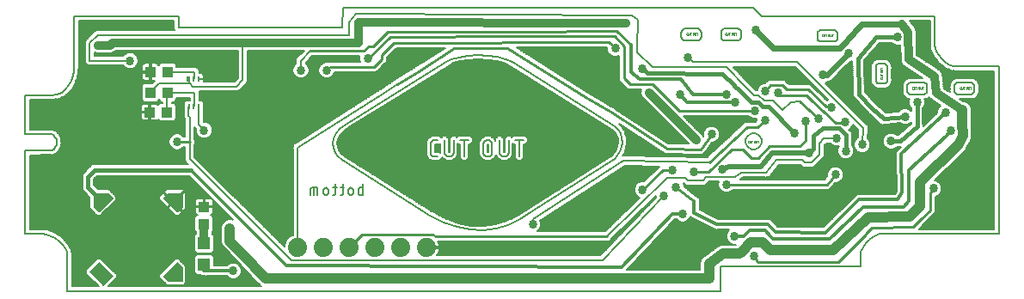
<source format=gbl>
G75*
%MOIN*%
%OFA0B0*%
%FSLAX25Y25*%
%IPPOS*%
%LPD*%
%AMOC8*
5,1,8,0,0,1.08239X$1,22.5*
%
%ADD10C,0.00600*%
%ADD11C,0.00500*%
%ADD12C,0.00800*%
%ADD13C,0.00000*%
%ADD14C,0.00004*%
%ADD15R,0.07480X0.05118*%
%ADD16R,0.07400X0.02700*%
%ADD17R,0.04331X0.03937*%
%ADD18C,0.07400*%
%ADD19R,0.04724X0.04724*%
%ADD20R,0.03937X0.04331*%
%ADD21R,0.01181X0.02165*%
%ADD22R,0.00984X0.02165*%
%ADD23C,0.03378*%
%ADD24C,0.01600*%
%ADD25C,0.01200*%
%ADD26C,0.01000*%
%ADD27C,0.03200*%
%ADD28C,0.02000*%
%ADD29C,0.04000*%
%ADD30C,0.02400*%
D10*
X0017703Y0038877D02*
X0017703Y0053068D01*
X0017473Y0054223D01*
X0016826Y0055511D01*
X0015826Y0056843D01*
X0014540Y0058131D01*
X0013031Y0059287D01*
X0011367Y0060221D01*
X0009609Y0060847D01*
X0007826Y0061075D01*
X0001300Y0061075D01*
X0001300Y0093285D01*
X0011489Y0093363D01*
X0012380Y0093845D01*
X0013016Y0094600D01*
X0013395Y0095536D01*
X0013520Y0096561D01*
X0013391Y0097585D01*
X0013008Y0098513D01*
X0012374Y0099256D01*
X0011489Y0099720D01*
X0001300Y0099735D01*
X0003050Y0101532D02*
X0003050Y0113003D01*
X0010879Y0113003D01*
X0010986Y0112920D01*
X0011608Y0113003D01*
X0012234Y0113003D01*
X0012330Y0113099D01*
X0013425Y0113244D01*
X0013684Y0113142D01*
X0014137Y0113339D01*
X0014627Y0113404D01*
X0014797Y0113625D01*
X0015761Y0114044D01*
X0016024Y0114014D01*
X0016421Y0114330D01*
X0016887Y0114533D01*
X0016984Y0114778D01*
X0017721Y0115365D01*
X0017947Y0115391D01*
X0018285Y0115814D01*
X0018709Y0116152D01*
X0018735Y0116378D01*
X0019280Y0117063D01*
X0019461Y0117118D01*
X0019732Y0117629D01*
X0020092Y0118081D01*
X0020071Y0118269D01*
X0020459Y0118999D01*
X0020601Y0119069D01*
X0020799Y0119641D01*
X0021084Y0120177D01*
X0021037Y0120328D01*
X0021291Y0121063D01*
X0021407Y0121140D01*
X0021530Y0121751D01*
X0021734Y0122341D01*
X0021673Y0122466D01*
X0021812Y0123157D01*
X0021913Y0123245D01*
X0021955Y0123872D01*
X0022079Y0124488D01*
X0022005Y0124599D01*
X0022041Y0125128D01*
X0022091Y0125178D01*
X0022091Y0125863D01*
X0022137Y0126545D01*
X0022091Y0126599D01*
X0022091Y0143561D01*
X0058962Y0143561D01*
X0058962Y0141756D01*
X0058960Y0141754D01*
X0058962Y0141011D01*
X0058962Y0140267D01*
X0058964Y0140265D01*
X0058964Y0140263D01*
X0059119Y0140108D01*
X0028660Y0140108D01*
X0025535Y0136983D01*
X0024422Y0135870D01*
X0024422Y0127421D01*
X0025535Y0126308D01*
X0039337Y0126308D01*
X0040140Y0125505D01*
X0041313Y0125019D01*
X0042581Y0125019D01*
X0043753Y0125505D01*
X0044650Y0126402D01*
X0045136Y0127574D01*
X0045136Y0128843D01*
X0044650Y0130015D01*
X0043753Y0130912D01*
X0042581Y0131397D01*
X0041313Y0131397D01*
X0040140Y0130912D01*
X0039337Y0130108D01*
X0028222Y0130108D01*
X0028222Y0131368D01*
X0029063Y0131019D01*
X0030331Y0131019D01*
X0030546Y0131108D01*
X0034813Y0131108D01*
X0035953Y0131580D01*
X0036481Y0132108D01*
X0057471Y0132108D01*
X0057702Y0132013D01*
X0057717Y0132013D01*
X0057794Y0131982D01*
X0057794Y0131982D01*
X0057794Y0131982D01*
X0058454Y0131988D01*
X0060808Y0132013D01*
X0062606Y0132013D01*
X0062621Y0132006D01*
X0063222Y0132013D01*
X0063823Y0132013D01*
X0063838Y0132019D01*
X0068825Y0132070D01*
X0072539Y0132108D01*
X0083797Y0132108D01*
X0083797Y0121495D01*
X0082410Y0120108D01*
X0070457Y0120108D01*
X0070457Y0121122D01*
X0070457Y0122376D01*
X0070369Y0122706D01*
X0070198Y0123003D01*
X0069956Y0123245D01*
X0069659Y0123416D01*
X0069329Y0123504D01*
X0068847Y0123504D01*
X0068847Y0124620D01*
X0067734Y0125733D01*
X0060012Y0125733D01*
X0060012Y0126620D01*
X0059133Y0127499D01*
X0053953Y0127499D01*
X0053075Y0126620D01*
X0053075Y0126334D01*
X0053030Y0126500D01*
X0052859Y0126797D01*
X0052617Y0127039D01*
X0052321Y0127210D01*
X0051990Y0127299D01*
X0050150Y0127299D01*
X0050150Y0124133D01*
X0049550Y0124133D01*
X0049550Y0123533D01*
X0046582Y0123533D01*
X0046582Y0121497D01*
X0046670Y0121166D01*
X0046842Y0120870D01*
X0047084Y0120628D01*
X0047380Y0120457D01*
X0047711Y0120368D01*
X0049550Y0120368D01*
X0049550Y0123533D01*
X0050150Y0123533D01*
X0050150Y0120368D01*
X0051420Y0120368D01*
X0051297Y0120245D01*
X0050550Y0119499D01*
X0047261Y0119499D01*
X0046382Y0118620D01*
X0046382Y0113047D01*
X0047261Y0112168D01*
X0052440Y0112168D01*
X0053197Y0112925D01*
X0053953Y0112168D01*
X0054422Y0112168D01*
X0054422Y0111677D01*
X0053507Y0111677D01*
X0052805Y0110976D01*
X0052564Y0111217D01*
X0052268Y0111388D01*
X0051937Y0111477D01*
X0049900Y0111477D01*
X0049900Y0108508D01*
X0049300Y0108508D01*
X0049300Y0107908D01*
X0046135Y0107908D01*
X0046135Y0106069D01*
X0046224Y0105738D01*
X0046395Y0105442D01*
X0046637Y0105200D01*
X0046933Y0105028D01*
X0047264Y0104940D01*
X0049300Y0104940D01*
X0049300Y0107908D01*
X0049900Y0107908D01*
X0049900Y0104940D01*
X0051937Y0104940D01*
X0052268Y0105028D01*
X0052564Y0105200D01*
X0052805Y0105441D01*
X0053507Y0104740D01*
X0059080Y0104740D01*
X0059959Y0105618D01*
X0059959Y0110798D01*
X0059080Y0111677D01*
X0058222Y0111677D01*
X0058222Y0112168D01*
X0059133Y0112168D01*
X0060012Y0113047D01*
X0060012Y0113808D01*
X0065047Y0113808D01*
X0065047Y0112878D01*
X0063615Y0112878D01*
X0062736Y0111999D01*
X0062736Y0108591D01*
X0062797Y0108530D01*
X0062797Y0106046D01*
X0063172Y0105671D01*
X0063172Y0098708D01*
X0062707Y0098708D01*
X0062003Y0099412D01*
X0060831Y0099897D01*
X0059563Y0099897D01*
X0058390Y0099412D01*
X0057493Y0098515D01*
X0057008Y0097343D01*
X0057008Y0096074D01*
X0057493Y0094902D01*
X0058390Y0094005D01*
X0059563Y0093519D01*
X0060831Y0093519D01*
X0062003Y0094005D01*
X0062707Y0094708D01*
X0063172Y0094708D01*
X0063172Y0089296D01*
X0064285Y0088183D01*
X0064460Y0088008D01*
X0027244Y0088008D01*
X0023397Y0084161D01*
X0023397Y0078017D01*
X0024744Y0076669D01*
X0026322Y0075092D01*
X0026322Y0072185D01*
X0026322Y0072185D01*
X0026322Y0071593D01*
X0026322Y0070941D01*
X0026326Y0070937D01*
X0026326Y0070935D01*
X0026326Y0070935D01*
X0026326Y0070935D01*
X0026772Y0070489D01*
X0027929Y0069334D01*
X0028311Y0068952D01*
X0028317Y0068880D01*
X0028739Y0068524D01*
X0029150Y0068113D01*
X0029226Y0068113D01*
X0029281Y0068067D01*
X0029823Y0068113D01*
X0030394Y0068113D01*
X0030395Y0068114D01*
X0030396Y0068114D01*
X0030448Y0068166D01*
X0030520Y0068172D01*
X0030881Y0068599D01*
X0036120Y0073840D01*
X0036561Y0074280D01*
X0036561Y0074281D01*
X0036562Y0074283D01*
X0036562Y0074902D01*
X0036563Y0075524D01*
X0036562Y0075525D01*
X0036562Y0075527D01*
X0036123Y0075966D01*
X0034620Y0077474D01*
X0034620Y0077475D01*
X0034179Y0077916D01*
X0033743Y0078354D01*
X0033741Y0078354D01*
X0033740Y0078355D01*
X0033120Y0078355D01*
X0032498Y0078356D01*
X0032497Y0078355D01*
X0029564Y0078355D01*
X0027997Y0079922D01*
X0027997Y0082256D01*
X0029150Y0083408D01*
X0065027Y0083408D01*
X0081963Y0066472D01*
X0081393Y0066708D01*
X0080001Y0066708D01*
X0078714Y0066175D01*
X0077730Y0065191D01*
X0077197Y0063905D01*
X0077197Y0057512D01*
X0077730Y0056226D01*
X0078714Y0055241D01*
X0083189Y0050767D01*
X0091711Y0041771D01*
X0091730Y0041726D01*
X0092189Y0041267D01*
X0092635Y0040796D01*
X0092680Y0040776D01*
X0092714Y0040741D01*
X0092870Y0040677D01*
X0033652Y0040677D01*
X0036887Y0043911D01*
X0036887Y0045361D01*
X0035862Y0046386D01*
X0035598Y0046386D01*
X0030530Y0051454D01*
X0029288Y0051454D01*
X0029261Y0051427D01*
X0029226Y0051427D01*
X0029226Y0051427D01*
X0029225Y0051427D01*
X0028766Y0050968D01*
X0025606Y0047808D01*
X0025078Y0047280D01*
X0024726Y0046929D01*
X0024726Y0046929D01*
X0024726Y0046928D01*
X0024726Y0046313D01*
X0024726Y0045684D01*
X0025224Y0045187D01*
X0025606Y0044804D01*
X0025606Y0044804D01*
X0029734Y0040677D01*
X0019503Y0040677D01*
X0019503Y0052522D01*
X0019614Y0052688D01*
X0019503Y0053245D01*
X0019503Y0053813D01*
X0019362Y0053955D01*
X0019331Y0054109D01*
X0019416Y0054365D01*
X0019190Y0054814D01*
X0019092Y0055306D01*
X0018868Y0055456D01*
X0018687Y0055815D01*
X0018713Y0055995D01*
X0018362Y0056463D01*
X0018099Y0056986D01*
X0017927Y0057043D01*
X0017627Y0057443D01*
X0017627Y0057588D01*
X0017190Y0058025D01*
X0016819Y0058520D01*
X0016675Y0058540D01*
X0016244Y0058972D01*
X0016226Y0059107D01*
X0015729Y0059488D01*
X0015286Y0059931D01*
X0015150Y0059931D01*
X0014602Y0060351D01*
X0014563Y0060491D01*
X0014024Y0060794D01*
X0013534Y0061169D01*
X0013390Y0061150D01*
X0012747Y0061511D01*
X0012673Y0061667D01*
X0012114Y0061866D01*
X0011598Y0062156D01*
X0011431Y0062109D01*
X0010710Y0062366D01*
X0010577Y0062538D01*
X0010030Y0062608D01*
X0009511Y0062793D01*
X0009314Y0062699D01*
X0008664Y0062782D01*
X0008571Y0062875D01*
X0007940Y0062875D01*
X0007314Y0062955D01*
X0007211Y0062875D01*
X0003100Y0062875D01*
X0003100Y0091499D01*
X0011232Y0091561D01*
X0011688Y0091425D01*
X0011950Y0091567D01*
X0012248Y0091569D01*
X0012582Y0091908D01*
X0012907Y0092084D01*
X0013277Y0092115D01*
X0013537Y0092424D01*
X0013892Y0092615D01*
X0013998Y0092972D01*
X0014115Y0093110D01*
X0014404Y0093232D01*
X0014577Y0093659D01*
X0014873Y0094011D01*
X0014846Y0094323D01*
X0014883Y0094415D01*
X0015092Y0094579D01*
X0015153Y0095081D01*
X0015344Y0095551D01*
X0015240Y0095795D01*
X0015247Y0095851D01*
X0015399Y0096047D01*
X0015333Y0096566D01*
X0015396Y0097085D01*
X0015243Y0097280D01*
X0015236Y0097335D01*
X0015339Y0097580D01*
X0015146Y0098048D01*
X0015083Y0098550D01*
X0014873Y0098713D01*
X0014836Y0098801D01*
X0014861Y0099116D01*
X0014563Y0099464D01*
X0014389Y0099888D01*
X0014097Y0100010D01*
X0013982Y0100144D01*
X0013870Y0100504D01*
X0013517Y0100689D01*
X0013258Y0100992D01*
X0012883Y0101021D01*
X0012569Y0101186D01*
X0012237Y0101519D01*
X0011933Y0101519D01*
X0011664Y0101660D01*
X0011215Y0101520D01*
X0003050Y0101532D01*
X0003050Y0101545D02*
X0011294Y0101545D01*
X0011884Y0101545D02*
X0063172Y0101545D01*
X0063172Y0102143D02*
X0003050Y0102143D01*
X0003050Y0102742D02*
X0063172Y0102742D01*
X0063172Y0103340D02*
X0003050Y0103340D01*
X0003050Y0103939D02*
X0063172Y0103939D01*
X0063172Y0104537D02*
X0003050Y0104537D01*
X0003050Y0105136D02*
X0046748Y0105136D01*
X0046226Y0105734D02*
X0003050Y0105734D01*
X0003050Y0106333D02*
X0046135Y0106333D01*
X0046135Y0106931D02*
X0003050Y0106931D01*
X0003050Y0107530D02*
X0046135Y0107530D01*
X0046135Y0108508D02*
X0049300Y0108508D01*
X0049300Y0111477D01*
X0047264Y0111477D01*
X0046933Y0111388D01*
X0046637Y0111217D01*
X0046395Y0110975D01*
X0046224Y0110679D01*
X0046135Y0110348D01*
X0046135Y0108508D01*
X0046135Y0108727D02*
X0003050Y0108727D01*
X0003050Y0109325D02*
X0046135Y0109325D01*
X0046135Y0109924D02*
X0003050Y0109924D01*
X0003050Y0110522D02*
X0046182Y0110522D01*
X0046540Y0111121D02*
X0003050Y0111121D01*
X0003050Y0111719D02*
X0054422Y0111719D01*
X0053804Y0112318D02*
X0052590Y0112318D01*
X0053189Y0112916D02*
X0053205Y0112916D01*
X0052951Y0111121D02*
X0052660Y0111121D01*
X0049900Y0111121D02*
X0049300Y0111121D01*
X0049300Y0110522D02*
X0049900Y0110522D01*
X0049900Y0109924D02*
X0049300Y0109924D01*
X0049300Y0109325D02*
X0049900Y0109325D01*
X0049900Y0108727D02*
X0049300Y0108727D01*
X0049300Y0108128D02*
X0003050Y0108128D01*
X0003050Y0112318D02*
X0047111Y0112318D01*
X0046512Y0112916D02*
X0003050Y0112916D01*
X0001300Y0114803D02*
X0011489Y0114803D01*
X0013651Y0115090D01*
X0015486Y0115887D01*
X0017005Y0117096D01*
X0018220Y0118620D01*
X0019144Y0120362D01*
X0019789Y0122225D01*
X0020167Y0124111D01*
X0020291Y0125924D01*
X0020291Y0145461D01*
X0022091Y0143440D02*
X0058962Y0143440D01*
X0058962Y0142842D02*
X0022091Y0142842D01*
X0022091Y0142243D02*
X0058962Y0142243D01*
X0058961Y0141645D02*
X0022091Y0141645D01*
X0022091Y0141046D02*
X0058962Y0141046D01*
X0058962Y0140448D02*
X0022091Y0140448D01*
X0022091Y0139849D02*
X0028401Y0139849D01*
X0027802Y0139251D02*
X0022091Y0139251D01*
X0022091Y0138652D02*
X0027204Y0138652D01*
X0026605Y0138054D02*
X0022091Y0138054D01*
X0022091Y0137455D02*
X0026007Y0137455D01*
X0025408Y0136857D02*
X0022091Y0136857D01*
X0022091Y0136258D02*
X0024810Y0136258D01*
X0024422Y0135660D02*
X0022091Y0135660D01*
X0022091Y0135061D02*
X0024422Y0135061D01*
X0024422Y0134463D02*
X0022091Y0134463D01*
X0022091Y0133864D02*
X0024422Y0133864D01*
X0024422Y0133266D02*
X0022091Y0133266D01*
X0022091Y0132667D02*
X0024422Y0132667D01*
X0024422Y0132069D02*
X0022091Y0132069D01*
X0022091Y0131470D02*
X0024422Y0131470D01*
X0024422Y0130872D02*
X0022091Y0130872D01*
X0022091Y0130273D02*
X0024422Y0130273D01*
X0024422Y0129675D02*
X0022091Y0129675D01*
X0022091Y0129076D02*
X0024422Y0129076D01*
X0024422Y0128478D02*
X0022091Y0128478D01*
X0022091Y0127879D02*
X0024422Y0127879D01*
X0024563Y0127281D02*
X0022091Y0127281D01*
X0022091Y0126682D02*
X0025161Y0126682D01*
X0022106Y0126084D02*
X0039562Y0126084D01*
X0040188Y0125485D02*
X0022091Y0125485D01*
X0022024Y0124887D02*
X0046582Y0124887D01*
X0046582Y0125485D02*
X0043705Y0125485D01*
X0044332Y0126084D02*
X0046582Y0126084D01*
X0046582Y0126170D02*
X0046582Y0124133D01*
X0049550Y0124133D01*
X0049550Y0127299D01*
X0047711Y0127299D01*
X0047380Y0127210D01*
X0047084Y0127039D01*
X0046842Y0126797D01*
X0046670Y0126500D01*
X0046582Y0126170D01*
X0046775Y0126682D02*
X0044766Y0126682D01*
X0045014Y0127281D02*
X0047643Y0127281D01*
X0049550Y0127281D02*
X0050150Y0127281D01*
X0050150Y0126682D02*
X0049550Y0126682D01*
X0049550Y0126084D02*
X0050150Y0126084D01*
X0050150Y0125485D02*
X0049550Y0125485D01*
X0049550Y0124887D02*
X0050150Y0124887D01*
X0050150Y0124288D02*
X0049550Y0124288D01*
X0049550Y0123689D02*
X0021943Y0123689D01*
X0022039Y0124288D02*
X0046582Y0124288D01*
X0046582Y0123091D02*
X0021799Y0123091D01*
X0021678Y0122492D02*
X0046582Y0122492D01*
X0046582Y0121894D02*
X0021579Y0121894D01*
X0021438Y0121295D02*
X0046636Y0121295D01*
X0047014Y0120697D02*
X0021165Y0120697D01*
X0021042Y0120098D02*
X0051150Y0120098D01*
X0050551Y0119500D02*
X0020750Y0119500D01*
X0020407Y0118901D02*
X0046663Y0118901D01*
X0046382Y0118303D02*
X0020089Y0118303D01*
X0019792Y0117704D02*
X0046382Y0117704D01*
X0046382Y0117106D02*
X0019421Y0117106D01*
X0018838Y0116507D02*
X0046382Y0116507D01*
X0046382Y0115909D02*
X0018404Y0115909D01*
X0017652Y0115310D02*
X0046382Y0115310D01*
X0046382Y0114712D02*
X0016957Y0114712D01*
X0016148Y0114113D02*
X0046382Y0114113D01*
X0046382Y0113515D02*
X0014712Y0113515D01*
X0013297Y0100946D02*
X0063172Y0100946D01*
X0063172Y0100348D02*
X0013919Y0100348D01*
X0014446Y0099749D02*
X0059205Y0099749D01*
X0058129Y0099151D02*
X0014832Y0099151D01*
X0015080Y0098552D02*
X0057531Y0098552D01*
X0057261Y0097954D02*
X0015185Y0097954D01*
X0015245Y0097355D02*
X0057013Y0097355D01*
X0057008Y0096756D02*
X0015357Y0096756D01*
X0015385Y0096158D02*
X0057008Y0096158D01*
X0057221Y0095559D02*
X0015340Y0095559D01*
X0015139Y0094961D02*
X0057469Y0094961D01*
X0058033Y0094362D02*
X0014862Y0094362D01*
X0014665Y0093764D02*
X0058972Y0093764D01*
X0061422Y0093764D02*
X0063172Y0093764D01*
X0063172Y0094362D02*
X0062361Y0094362D01*
X0063172Y0093165D02*
X0014245Y0093165D01*
X0013802Y0092567D02*
X0063172Y0092567D01*
X0063172Y0091968D02*
X0012693Y0091968D01*
X0003100Y0091370D02*
X0063172Y0091370D01*
X0063172Y0090771D02*
X0003100Y0090771D01*
X0003100Y0090173D02*
X0063172Y0090173D01*
X0063172Y0089574D02*
X0003100Y0089574D01*
X0003100Y0088976D02*
X0063492Y0088976D01*
X0064091Y0088377D02*
X0003100Y0088377D01*
X0003100Y0087779D02*
X0027015Y0087779D01*
X0026416Y0087180D02*
X0003100Y0087180D01*
X0003100Y0086582D02*
X0025818Y0086582D01*
X0025219Y0085983D02*
X0003100Y0085983D01*
X0003100Y0085385D02*
X0024621Y0085385D01*
X0024022Y0084786D02*
X0003100Y0084786D01*
X0003100Y0084188D02*
X0023424Y0084188D01*
X0023397Y0083589D02*
X0003100Y0083589D01*
X0003100Y0082991D02*
X0023397Y0082991D01*
X0023397Y0082392D02*
X0003100Y0082392D01*
X0003100Y0081794D02*
X0023397Y0081794D01*
X0023397Y0081195D02*
X0003100Y0081195D01*
X0003100Y0080597D02*
X0023397Y0080597D01*
X0023397Y0079998D02*
X0003100Y0079998D01*
X0003100Y0079400D02*
X0023397Y0079400D01*
X0023397Y0078801D02*
X0003100Y0078801D01*
X0003100Y0078203D02*
X0023397Y0078203D01*
X0023809Y0077604D02*
X0003100Y0077604D01*
X0003100Y0077006D02*
X0024408Y0077006D01*
X0025006Y0076407D02*
X0003100Y0076407D01*
X0003100Y0075809D02*
X0025605Y0075809D01*
X0026203Y0075210D02*
X0003100Y0075210D01*
X0003100Y0074612D02*
X0026322Y0074612D01*
X0026322Y0074013D02*
X0003100Y0074013D01*
X0003100Y0073415D02*
X0026322Y0073415D01*
X0026322Y0072816D02*
X0003100Y0072816D01*
X0003100Y0072218D02*
X0026322Y0072218D01*
X0026322Y0071619D02*
X0003100Y0071619D01*
X0003100Y0071020D02*
X0026322Y0071020D01*
X0026322Y0070941D02*
X0026322Y0070941D01*
X0026322Y0070941D01*
X0026839Y0070422D02*
X0003100Y0070422D01*
X0003100Y0069823D02*
X0027439Y0069823D01*
X0028038Y0069225D02*
X0003100Y0069225D01*
X0003100Y0068626D02*
X0028617Y0068626D01*
X0030908Y0068626D02*
X0058992Y0068626D01*
X0059078Y0068540D02*
X0059507Y0068111D01*
X0059508Y0068111D01*
X0059508Y0068110D01*
X0060130Y0068110D01*
X0060751Y0068110D01*
X0060752Y0068110D01*
X0061200Y0068558D01*
X0061632Y0068990D01*
X0063147Y0070505D01*
X0063579Y0070937D01*
X0063579Y0070937D01*
X0063580Y0070938D01*
X0063580Y0071570D01*
X0063582Y0076229D01*
X0063582Y0076840D01*
X0063582Y0077473D01*
X0063582Y0077473D01*
X0063582Y0077474D01*
X0063134Y0077922D01*
X0062703Y0078353D01*
X0062702Y0078353D01*
X0062702Y0078354D01*
X0062087Y0078354D01*
X0061458Y0078354D01*
X0057413Y0078354D01*
X0056821Y0078354D01*
X0056169Y0078354D01*
X0056169Y0078354D01*
X0056169Y0078354D01*
X0055728Y0077913D01*
X0055289Y0077474D01*
X0053773Y0075958D01*
X0053341Y0075526D01*
X0053341Y0075526D01*
X0053341Y0075526D01*
X0053341Y0074904D01*
X0053340Y0074282D01*
X0053341Y0074282D01*
X0053341Y0074281D01*
X0053786Y0073836D01*
X0058628Y0068990D01*
X0059078Y0068540D01*
X0058628Y0068990D02*
X0058628Y0068990D01*
X0058394Y0069225D02*
X0031507Y0069225D01*
X0032105Y0069823D02*
X0057796Y0069823D01*
X0057197Y0070422D02*
X0032703Y0070422D01*
X0033301Y0071020D02*
X0056599Y0071020D01*
X0056001Y0071619D02*
X0033900Y0071619D01*
X0034498Y0072218D02*
X0055403Y0072218D01*
X0054805Y0072816D02*
X0035096Y0072816D01*
X0035695Y0073415D02*
X0054207Y0073415D01*
X0053609Y0074013D02*
X0036294Y0074013D01*
X0036562Y0074612D02*
X0053340Y0074612D01*
X0053341Y0075210D02*
X0036563Y0075210D01*
X0036280Y0075809D02*
X0053623Y0075809D01*
X0054222Y0076407D02*
X0035683Y0076407D01*
X0035086Y0077006D02*
X0054820Y0077006D01*
X0055289Y0077474D02*
X0055289Y0077474D01*
X0055419Y0077604D02*
X0034491Y0077604D01*
X0033893Y0078203D02*
X0056017Y0078203D01*
X0057413Y0078354D02*
X0057413Y0078354D01*
X0061458Y0078354D02*
X0061458Y0078354D01*
X0062853Y0078203D02*
X0070233Y0078203D01*
X0069634Y0078801D02*
X0029118Y0078801D01*
X0028519Y0079400D02*
X0069036Y0079400D01*
X0068437Y0079998D02*
X0027997Y0079998D01*
X0027997Y0080597D02*
X0067839Y0080597D01*
X0067240Y0081195D02*
X0027997Y0081195D01*
X0027997Y0081794D02*
X0066642Y0081794D01*
X0066043Y0082392D02*
X0028133Y0082392D01*
X0028732Y0082991D02*
X0065445Y0082991D01*
X0071260Y0086582D02*
X0105047Y0086582D01*
X0105047Y0087180D02*
X0070662Y0087180D01*
X0070063Y0087779D02*
X0105047Y0087779D01*
X0105047Y0088377D02*
X0069465Y0088377D01*
X0068866Y0088976D02*
X0105047Y0088976D01*
X0105047Y0089574D02*
X0068268Y0089574D01*
X0067669Y0090173D02*
X0105047Y0090173D01*
X0105047Y0090771D02*
X0067071Y0090771D01*
X0066972Y0090870D02*
X0066972Y0095780D01*
X0067072Y0095880D01*
X0067072Y0097537D01*
X0066972Y0097637D01*
X0066972Y0102371D01*
X0067508Y0101835D01*
X0067508Y0100574D01*
X0067993Y0099402D01*
X0068890Y0098505D01*
X0070063Y0098019D01*
X0071331Y0098019D01*
X0072503Y0098505D01*
X0073400Y0099402D01*
X0073886Y0100574D01*
X0073886Y0101843D01*
X0073400Y0103015D01*
X0072503Y0103912D01*
X0071331Y0104397D01*
X0070565Y0104397D01*
X0070565Y0108499D01*
X0070657Y0108591D01*
X0070657Y0111999D01*
X0069779Y0112878D01*
X0068847Y0112878D01*
X0068847Y0116308D01*
X0083984Y0116308D01*
X0085097Y0117421D01*
X0086484Y0118808D01*
X0087597Y0119921D01*
X0087597Y0132108D01*
X0109410Y0132108D01*
X0106297Y0128995D01*
X0106297Y0127068D01*
X0105493Y0126265D01*
X0105008Y0125093D01*
X0105008Y0123824D01*
X0105493Y0122652D01*
X0106390Y0121755D01*
X0107563Y0121269D01*
X0108831Y0121269D01*
X0110003Y0121755D01*
X0110900Y0122652D01*
X0111386Y0123824D01*
X0111386Y0125093D01*
X0110900Y0126265D01*
X0110097Y0127068D01*
X0110097Y0127421D01*
X0112634Y0129958D01*
X0130947Y0129958D01*
X0130883Y0129804D01*
X0130883Y0128535D01*
X0131225Y0127708D01*
X0118618Y0127708D01*
X0118557Y0127647D01*
X0117563Y0127647D01*
X0116390Y0127162D01*
X0115493Y0126265D01*
X0115008Y0125093D01*
X0115008Y0123824D01*
X0115493Y0122652D01*
X0116390Y0121755D01*
X0117563Y0121269D01*
X0118831Y0121269D01*
X0120003Y0121755D01*
X0120900Y0122652D01*
X0121338Y0123708D01*
X0137275Y0123708D01*
X0138447Y0124880D01*
X0140275Y0126708D01*
X0141447Y0127880D01*
X0141447Y0129400D01*
X0145109Y0133062D01*
X0164048Y0133153D01*
X0152758Y0125905D01*
X0143939Y0120477D01*
X0143894Y0120285D01*
X0140031Y0117673D01*
X0106396Y0096358D01*
X0106160Y0096358D01*
X0105752Y0095951D01*
X0105265Y0095642D01*
X0105213Y0095412D01*
X0105047Y0095245D01*
X0105047Y0094669D01*
X0104921Y0094106D01*
X0105047Y0093907D01*
X0105047Y0060550D01*
X0104001Y0060117D01*
X0102538Y0058654D01*
X0101747Y0056743D01*
X0101747Y0056095D01*
X0066972Y0090870D01*
X0066972Y0091370D02*
X0105047Y0091370D01*
X0105047Y0091968D02*
X0066972Y0091968D01*
X0066972Y0092567D02*
X0105047Y0092567D01*
X0105047Y0093165D02*
X0066972Y0093165D01*
X0066972Y0093764D02*
X0105047Y0093764D01*
X0104978Y0094362D02*
X0066972Y0094362D01*
X0066972Y0094961D02*
X0105047Y0094961D01*
X0105247Y0095559D02*
X0066972Y0095559D01*
X0067072Y0096158D02*
X0105960Y0096158D01*
X0107024Y0096756D02*
X0067072Y0096756D01*
X0067072Y0097355D02*
X0107968Y0097355D01*
X0108913Y0097954D02*
X0066972Y0097954D01*
X0066972Y0098552D02*
X0068843Y0098552D01*
X0068245Y0099151D02*
X0066972Y0099151D01*
X0066972Y0099749D02*
X0067850Y0099749D01*
X0067602Y0100348D02*
X0066972Y0100348D01*
X0066972Y0100946D02*
X0067508Y0100946D01*
X0067508Y0101545D02*
X0066972Y0101545D01*
X0066972Y0102143D02*
X0067200Y0102143D01*
X0070565Y0104537D02*
X0119302Y0104537D01*
X0118358Y0103939D02*
X0072439Y0103939D01*
X0073075Y0103340D02*
X0117413Y0103340D01*
X0116469Y0102742D02*
X0073513Y0102742D01*
X0073761Y0102143D02*
X0115524Y0102143D01*
X0114580Y0101545D02*
X0073886Y0101545D01*
X0073886Y0100946D02*
X0113635Y0100946D01*
X0112691Y0100348D02*
X0073792Y0100348D01*
X0073544Y0099749D02*
X0111746Y0099749D01*
X0110802Y0099151D02*
X0073149Y0099151D01*
X0072550Y0098552D02*
X0109857Y0098552D01*
X0120674Y0096150D02*
X0120878Y0094247D01*
X0121562Y0092486D01*
X0122690Y0090966D01*
X0124225Y0089783D01*
X0158265Y0068189D01*
X0163523Y0065449D01*
X0168754Y0063607D01*
X0173919Y0062628D01*
X0178974Y0062478D01*
X0183880Y0063119D01*
X0188596Y0064518D01*
X0193079Y0066639D01*
X0197289Y0069447D01*
X0229895Y0090159D01*
X0230978Y0091402D01*
X0231843Y0092915D01*
X0232442Y0094612D01*
X0232729Y0096404D01*
X0232659Y0098204D01*
X0232183Y0099923D01*
X0231257Y0101475D01*
X0229833Y0102771D01*
X0190100Y0127595D01*
X0187592Y0128804D01*
X0184372Y0129643D01*
X0180700Y0130126D01*
X0176836Y0130263D01*
X0173041Y0130067D01*
X0169574Y0129549D01*
X0166698Y0128721D01*
X0164671Y0127595D01*
X0125405Y0103236D01*
X0123317Y0101738D01*
X0121857Y0099993D01*
X0120989Y0098097D01*
X0120674Y0096150D01*
X0122288Y0096106D02*
X0122446Y0094628D01*
X0122975Y0093267D01*
X0123842Y0092098D01*
X0125144Y0091095D01*
X0159065Y0069577D01*
X0164161Y0066920D01*
X0169171Y0065157D01*
X0174092Y0064224D01*
X0178894Y0064081D01*
X0183547Y0064689D01*
X0188023Y0066017D01*
X0192288Y0068036D01*
X0195867Y0070422D01*
X0195871Y0070443D01*
X0196415Y0070788D01*
X0196952Y0071146D01*
X0196973Y0071142D01*
X0228841Y0091385D01*
X0229668Y0092333D01*
X0230382Y0093583D01*
X0230885Y0095008D01*
X0231124Y0096500D01*
X0231067Y0097956D01*
X0230699Y0099289D01*
X0230005Y0100451D01*
X0228863Y0101490D01*
X0189326Y0126191D01*
X0187038Y0127295D01*
X0184065Y0128070D01*
X0180567Y0128530D01*
X0176849Y0128662D01*
X0173200Y0128474D01*
X0169915Y0127982D01*
X0167316Y0127234D01*
X0165482Y0126215D01*
X0126294Y0101905D01*
X0124415Y0100556D01*
X0123223Y0099131D01*
X0122534Y0097628D01*
X0122288Y0096106D01*
X0122296Y0096158D02*
X0156897Y0096158D01*
X0156897Y0096756D02*
X0122393Y0096756D01*
X0122490Y0097355D02*
X0157220Y0097355D01*
X0156897Y0096796D02*
X0156897Y0091621D01*
X0157707Y0090218D01*
X0159109Y0089408D01*
X0162004Y0089408D01*
X0162941Y0090346D01*
X0162941Y0090677D01*
X0163151Y0090313D01*
X0164719Y0089408D01*
X0166529Y0089408D01*
X0168096Y0090313D01*
X0168096Y0090313D01*
X0168096Y0090313D01*
X0169001Y0091881D01*
X0169001Y0092123D01*
X0169001Y0092123D01*
X0169001Y0095939D01*
X0169132Y0095808D01*
X0169973Y0095808D01*
X0169973Y0090346D01*
X0170910Y0089408D01*
X0172235Y0089408D01*
X0173173Y0090346D01*
X0173173Y0095808D01*
X0174013Y0095808D01*
X0174950Y0096746D01*
X0174950Y0098071D01*
X0174013Y0099008D01*
X0169132Y0099008D01*
X0168598Y0098474D01*
X0168064Y0099008D01*
X0166739Y0099008D01*
X0165801Y0098071D01*
X0165801Y0093449D01*
X0165801Y0092786D01*
X0165795Y0092740D01*
X0165749Y0092660D01*
X0165670Y0092614D01*
X0165578Y0092614D01*
X0165498Y0092660D01*
X0165452Y0092740D01*
X0165446Y0092786D01*
X0165446Y0098071D01*
X0164509Y0099008D01*
X0163183Y0099008D01*
X0162594Y0098419D01*
X0162004Y0099008D01*
X0159256Y0099008D01*
X0159109Y0099008D01*
X0157707Y0098199D01*
X0157707Y0098199D01*
X0157707Y0098198D01*
X0156897Y0096796D01*
X0156897Y0095559D02*
X0122346Y0095559D01*
X0122410Y0094961D02*
X0156897Y0094961D01*
X0156897Y0094362D02*
X0122549Y0094362D01*
X0122782Y0093764D02*
X0156897Y0093764D01*
X0156897Y0093165D02*
X0123050Y0093165D01*
X0123494Y0092567D02*
X0156897Y0092567D01*
X0156897Y0091968D02*
X0124010Y0091968D01*
X0124787Y0091370D02*
X0157042Y0091370D01*
X0157387Y0090771D02*
X0125654Y0090771D01*
X0126598Y0090173D02*
X0157785Y0090173D01*
X0157707Y0090218D02*
X0157707Y0090218D01*
X0157707Y0090218D01*
X0158822Y0089574D02*
X0127541Y0089574D01*
X0128485Y0088976D02*
X0225048Y0088976D01*
X0225990Y0089574D02*
X0193735Y0089574D01*
X0193569Y0089408D02*
X0194507Y0090346D01*
X0194507Y0095808D01*
X0195347Y0095808D01*
X0196284Y0096746D01*
X0196284Y0098071D01*
X0195347Y0099008D01*
X0190466Y0099008D01*
X0189932Y0098474D01*
X0189398Y0099008D01*
X0188073Y0099008D01*
X0187135Y0098071D01*
X0187135Y0093449D01*
X0187135Y0092786D01*
X0187129Y0092740D01*
X0187083Y0092660D01*
X0187004Y0092614D01*
X0186912Y0092614D01*
X0186832Y0092660D01*
X0186786Y0092740D01*
X0186780Y0092786D01*
X0186780Y0098071D01*
X0185843Y0099008D01*
X0184517Y0099008D01*
X0183580Y0098071D01*
X0183580Y0097222D01*
X0183071Y0098103D01*
X0181504Y0099008D01*
X0179693Y0099008D01*
X0178126Y0098103D01*
X0177221Y0096536D01*
X0177221Y0093449D01*
X0177221Y0093449D01*
X0177221Y0091881D01*
X0178126Y0090313D01*
X0179693Y0089408D01*
X0181504Y0089408D01*
X0183071Y0090313D01*
X0183071Y0090313D01*
X0183071Y0090313D01*
X0183778Y0091538D01*
X0184485Y0090313D01*
X0186053Y0089408D01*
X0187863Y0089408D01*
X0189430Y0090313D01*
X0189430Y0090313D01*
X0190335Y0091881D01*
X0190335Y0092123D01*
X0190335Y0092123D01*
X0190335Y0095939D01*
X0190466Y0095808D01*
X0191307Y0095808D01*
X0191307Y0090346D01*
X0192244Y0089408D01*
X0193569Y0089408D01*
X0194334Y0090173D02*
X0226932Y0090173D01*
X0227875Y0090771D02*
X0194507Y0090771D01*
X0194507Y0091370D02*
X0228817Y0091370D01*
X0229350Y0091968D02*
X0194507Y0091968D01*
X0194507Y0092567D02*
X0229801Y0092567D01*
X0230143Y0093165D02*
X0194507Y0093165D01*
X0194507Y0093764D02*
X0230446Y0093764D01*
X0230657Y0094362D02*
X0194507Y0094362D01*
X0194507Y0094961D02*
X0230868Y0094961D01*
X0230973Y0095559D02*
X0194507Y0095559D01*
X0195697Y0096158D02*
X0231069Y0096158D01*
X0231114Y0096756D02*
X0196284Y0096756D01*
X0196284Y0097355D02*
X0231091Y0097355D01*
X0231067Y0097954D02*
X0196284Y0097954D01*
X0195803Y0098552D02*
X0230902Y0098552D01*
X0230737Y0099151D02*
X0123239Y0099151D01*
X0122957Y0098552D02*
X0158319Y0098552D01*
X0157565Y0097954D02*
X0122683Y0097954D01*
X0123739Y0099749D02*
X0230424Y0099749D01*
X0230067Y0100348D02*
X0124240Y0100348D01*
X0124958Y0100946D02*
X0229461Y0100946D01*
X0228776Y0101545D02*
X0125792Y0101545D01*
X0126678Y0102143D02*
X0227818Y0102143D01*
X0226860Y0102742D02*
X0127642Y0102742D01*
X0128607Y0103340D02*
X0225902Y0103340D01*
X0224944Y0103939D02*
X0129572Y0103939D01*
X0130537Y0104537D02*
X0223986Y0104537D01*
X0223028Y0105136D02*
X0131502Y0105136D01*
X0132467Y0105734D02*
X0222070Y0105734D01*
X0221112Y0106333D02*
X0133431Y0106333D01*
X0134396Y0106931D02*
X0220154Y0106931D01*
X0219196Y0107530D02*
X0135361Y0107530D01*
X0136326Y0108128D02*
X0218238Y0108128D01*
X0217280Y0108727D02*
X0137291Y0108727D01*
X0138255Y0109325D02*
X0216322Y0109325D01*
X0215364Y0109924D02*
X0139220Y0109924D01*
X0140185Y0110522D02*
X0214406Y0110522D01*
X0213448Y0111121D02*
X0141150Y0111121D01*
X0142115Y0111719D02*
X0212490Y0111719D01*
X0211532Y0112318D02*
X0143080Y0112318D01*
X0144044Y0112916D02*
X0210574Y0112916D01*
X0209616Y0113515D02*
X0145009Y0113515D01*
X0145974Y0114113D02*
X0208658Y0114113D01*
X0207700Y0114712D02*
X0146939Y0114712D01*
X0147904Y0115310D02*
X0206742Y0115310D01*
X0205784Y0115909D02*
X0148868Y0115909D01*
X0149833Y0116507D02*
X0204827Y0116507D01*
X0203869Y0117106D02*
X0150798Y0117106D01*
X0151763Y0117704D02*
X0202911Y0117704D01*
X0201953Y0118303D02*
X0152728Y0118303D01*
X0153692Y0118901D02*
X0200995Y0118901D01*
X0200037Y0119500D02*
X0154657Y0119500D01*
X0155622Y0120098D02*
X0199079Y0120098D01*
X0198121Y0120697D02*
X0156587Y0120697D01*
X0157552Y0121295D02*
X0197163Y0121295D01*
X0196205Y0121894D02*
X0158517Y0121894D01*
X0159481Y0122492D02*
X0195247Y0122492D01*
X0194289Y0123091D02*
X0160446Y0123091D01*
X0161411Y0123689D02*
X0193331Y0123689D01*
X0192373Y0124288D02*
X0162376Y0124288D01*
X0163341Y0124887D02*
X0191415Y0124887D01*
X0190457Y0125485D02*
X0164305Y0125485D01*
X0165270Y0126084D02*
X0189499Y0126084D01*
X0188308Y0126682D02*
X0166323Y0126682D01*
X0167478Y0127281D02*
X0187067Y0127281D01*
X0184797Y0127879D02*
X0169556Y0127879D01*
X0173279Y0128478D02*
X0180964Y0128478D01*
X0191762Y0133286D02*
X0226842Y0133454D01*
X0226883Y0133411D01*
X0226883Y0132324D01*
X0227368Y0131152D01*
X0228265Y0130255D01*
X0229438Y0129769D01*
X0230706Y0129769D01*
X0231422Y0130066D01*
X0231422Y0121461D01*
X0231421Y0120637D01*
X0231422Y0120636D01*
X0231422Y0120635D01*
X0232012Y0120045D01*
X0233959Y0118094D01*
X0233959Y0118076D01*
X0234542Y0117509D01*
X0235117Y0116934D01*
X0235135Y0116934D01*
X0235148Y0116921D01*
X0235961Y0116933D01*
X0236773Y0116933D01*
X0236786Y0116945D01*
X0240279Y0116997D01*
X0240008Y0116343D01*
X0240008Y0115074D01*
X0240493Y0113902D01*
X0241390Y0113005D01*
X0241594Y0112920D01*
X0258407Y0095923D01*
X0250681Y0096072D01*
X0230515Y0109141D01*
X0230508Y0109172D01*
X0229824Y0109589D01*
X0229152Y0110025D01*
X0229121Y0110018D01*
X0219561Y0115847D01*
X0191762Y0133286D01*
X0191795Y0133266D02*
X0226883Y0133266D01*
X0226883Y0132667D02*
X0192749Y0132667D01*
X0193703Y0132069D02*
X0226989Y0132069D01*
X0227237Y0131470D02*
X0194657Y0131470D01*
X0195611Y0130872D02*
X0227649Y0130872D01*
X0228247Y0130273D02*
X0196565Y0130273D01*
X0197519Y0129675D02*
X0231422Y0129675D01*
X0231422Y0129076D02*
X0198473Y0129076D01*
X0199427Y0128478D02*
X0231422Y0128478D01*
X0231422Y0127879D02*
X0200381Y0127879D01*
X0201335Y0127281D02*
X0231422Y0127281D01*
X0231422Y0126682D02*
X0202289Y0126682D01*
X0203243Y0126084D02*
X0231422Y0126084D01*
X0231422Y0125485D02*
X0204198Y0125485D01*
X0205152Y0124887D02*
X0231422Y0124887D01*
X0231422Y0124288D02*
X0206106Y0124288D01*
X0207060Y0123689D02*
X0231422Y0123689D01*
X0231422Y0123091D02*
X0208014Y0123091D01*
X0208968Y0122492D02*
X0231422Y0122492D01*
X0231422Y0121894D02*
X0209922Y0121894D01*
X0210876Y0121295D02*
X0231422Y0121295D01*
X0231421Y0120697D02*
X0211830Y0120697D01*
X0212784Y0120098D02*
X0231958Y0120098D01*
X0232556Y0119500D02*
X0213738Y0119500D01*
X0214692Y0118901D02*
X0233153Y0118901D01*
X0233750Y0118303D02*
X0215646Y0118303D01*
X0216600Y0117704D02*
X0234342Y0117704D01*
X0234945Y0117106D02*
X0217554Y0117106D01*
X0218508Y0116507D02*
X0240076Y0116507D01*
X0240008Y0115909D02*
X0219462Y0115909D01*
X0220441Y0115310D02*
X0240008Y0115310D01*
X0240158Y0114712D02*
X0221423Y0114712D01*
X0222404Y0114113D02*
X0240406Y0114113D01*
X0240880Y0113515D02*
X0223386Y0113515D01*
X0224367Y0112916D02*
X0241598Y0112916D01*
X0242190Y0112318D02*
X0225349Y0112318D01*
X0226331Y0111719D02*
X0242782Y0111719D01*
X0243374Y0111121D02*
X0227312Y0111121D01*
X0228294Y0110522D02*
X0243966Y0110522D01*
X0244558Y0109924D02*
X0229308Y0109924D01*
X0230257Y0109325D02*
X0245150Y0109325D01*
X0245742Y0108727D02*
X0231155Y0108727D01*
X0232078Y0108128D02*
X0246334Y0108128D01*
X0246926Y0107530D02*
X0233002Y0107530D01*
X0233925Y0106931D02*
X0247518Y0106931D01*
X0248111Y0106333D02*
X0234849Y0106333D01*
X0235772Y0105734D02*
X0248703Y0105734D01*
X0249295Y0105136D02*
X0236696Y0105136D01*
X0237619Y0104537D02*
X0249887Y0104537D01*
X0250479Y0103939D02*
X0238543Y0103939D01*
X0239466Y0103340D02*
X0251071Y0103340D01*
X0251663Y0102742D02*
X0240390Y0102742D01*
X0241313Y0102143D02*
X0252255Y0102143D01*
X0252847Y0101545D02*
X0242237Y0101545D01*
X0243160Y0100946D02*
X0253439Y0100946D01*
X0254031Y0100348D02*
X0244084Y0100348D01*
X0245007Y0099749D02*
X0254623Y0099749D01*
X0255215Y0099151D02*
X0245931Y0099151D01*
X0246854Y0098552D02*
X0255807Y0098552D01*
X0256399Y0097954D02*
X0247778Y0097954D01*
X0248701Y0097355D02*
X0256991Y0097355D01*
X0257583Y0096756D02*
X0249625Y0096756D01*
X0250548Y0096158D02*
X0258175Y0096158D01*
X0262751Y0100348D02*
X0264238Y0100348D01*
X0264220Y0100305D02*
X0264220Y0099037D01*
X0264301Y0098841D01*
X0264264Y0098791D01*
X0264150Y0099065D01*
X0263253Y0099962D01*
X0263050Y0100046D01*
X0256574Y0106593D01*
X0281709Y0106812D01*
X0282390Y0106130D01*
X0283563Y0105644D01*
X0284831Y0105644D01*
X0285008Y0105718D01*
X0285008Y0105017D01*
X0284343Y0104458D01*
X0281232Y0104458D01*
X0280440Y0104486D01*
X0280410Y0104458D01*
X0280368Y0104458D01*
X0279808Y0103897D01*
X0265692Y0090747D01*
X0233538Y0091230D01*
X0233018Y0091343D01*
X0233127Y0091534D01*
X0233292Y0091613D01*
X0233486Y0092163D01*
X0233776Y0092670D01*
X0233727Y0092846D01*
X0233952Y0093483D01*
X0234101Y0093591D01*
X0234193Y0094166D01*
X0234387Y0094716D01*
X0234308Y0094882D01*
X0234420Y0095582D01*
X0234557Y0095729D01*
X0234535Y0096296D01*
X0234624Y0096855D01*
X0234506Y0097018D01*
X0234477Y0097762D01*
X0234592Y0097965D01*
X0234449Y0098483D01*
X0234428Y0099019D01*
X0234257Y0099178D01*
X0234045Y0099944D01*
X0234111Y0100206D01*
X0233853Y0100637D01*
X0233719Y0101122D01*
X0233485Y0101255D01*
X0233034Y0102010D01*
X0233020Y0102304D01*
X0232666Y0102626D01*
X0232421Y0103038D01*
X0232135Y0103110D01*
X0231461Y0103723D01*
X0231450Y0103769D01*
X0248791Y0092530D01*
X0249205Y0092100D01*
X0249463Y0092095D01*
X0249679Y0091954D01*
X0250264Y0092079D01*
X0262393Y0091846D01*
X0262544Y0091734D01*
X0263199Y0091831D01*
X0263862Y0091818D01*
X0263997Y0091948D01*
X0264183Y0091976D01*
X0264578Y0092507D01*
X0265056Y0092967D01*
X0265059Y0093155D01*
X0267531Y0096482D01*
X0268044Y0096482D01*
X0269216Y0096967D01*
X0270113Y0097864D01*
X0270598Y0099037D01*
X0270598Y0100305D01*
X0270113Y0101477D01*
X0269216Y0102374D01*
X0268044Y0102860D01*
X0266775Y0102860D01*
X0265603Y0102374D01*
X0264706Y0101477D01*
X0264220Y0100305D01*
X0264220Y0099749D02*
X0263466Y0099749D01*
X0264065Y0099151D02*
X0264220Y0099151D01*
X0264486Y0100946D02*
X0262159Y0100946D01*
X0261567Y0101545D02*
X0264773Y0101545D01*
X0265372Y0102143D02*
X0260975Y0102143D01*
X0260383Y0102742D02*
X0266490Y0102742D01*
X0268329Y0102742D02*
X0278567Y0102742D01*
X0279209Y0103340D02*
X0259791Y0103340D01*
X0259199Y0103939D02*
X0279849Y0103939D01*
X0277924Y0102143D02*
X0269447Y0102143D01*
X0270046Y0101545D02*
X0277282Y0101545D01*
X0276640Y0100946D02*
X0270333Y0100946D01*
X0270581Y0100348D02*
X0275997Y0100348D01*
X0275355Y0099749D02*
X0270598Y0099749D01*
X0270598Y0099151D02*
X0274712Y0099151D01*
X0274070Y0098552D02*
X0270398Y0098552D01*
X0270150Y0097954D02*
X0273427Y0097954D01*
X0272785Y0097355D02*
X0269603Y0097355D01*
X0268707Y0096756D02*
X0272142Y0096756D01*
X0271500Y0096158D02*
X0267291Y0096158D01*
X0266846Y0095559D02*
X0270858Y0095559D01*
X0270215Y0094961D02*
X0266401Y0094961D01*
X0265957Y0094362D02*
X0269573Y0094362D01*
X0268930Y0093764D02*
X0265512Y0093764D01*
X0265067Y0093165D02*
X0268288Y0093165D01*
X0267645Y0092567D02*
X0264640Y0092567D01*
X0264135Y0091968D02*
X0267003Y0091968D01*
X0266361Y0091370D02*
X0233033Y0091370D01*
X0233418Y0091968D02*
X0249658Y0091968D01*
X0249745Y0091968D02*
X0256029Y0091968D01*
X0248734Y0092567D02*
X0233717Y0092567D01*
X0233840Y0093165D02*
X0247811Y0093165D01*
X0246887Y0093764D02*
X0234129Y0093764D01*
X0234262Y0094362D02*
X0245964Y0094362D01*
X0245040Y0094961D02*
X0234321Y0094961D01*
X0234417Y0095559D02*
X0244117Y0095559D01*
X0243193Y0096158D02*
X0234540Y0096158D01*
X0234609Y0096756D02*
X0242270Y0096756D01*
X0241346Y0097355D02*
X0234493Y0097355D01*
X0234586Y0097954D02*
X0240423Y0097954D01*
X0239499Y0098552D02*
X0234446Y0098552D01*
X0234286Y0099151D02*
X0238576Y0099151D01*
X0237652Y0099749D02*
X0234099Y0099749D01*
X0234026Y0100348D02*
X0236729Y0100348D01*
X0235805Y0100946D02*
X0233768Y0100946D01*
X0233312Y0101545D02*
X0234882Y0101545D01*
X0233958Y0102143D02*
X0233028Y0102143D01*
X0233035Y0102742D02*
X0232597Y0102742D01*
X0232111Y0103340D02*
X0231882Y0103340D01*
X0256831Y0106333D02*
X0282188Y0106333D01*
X0283346Y0105734D02*
X0257423Y0105734D01*
X0258015Y0105136D02*
X0285008Y0105136D01*
X0284437Y0104537D02*
X0258607Y0104537D01*
X0280589Y0097559D02*
X0280773Y0098150D01*
X0281063Y0098685D01*
X0281448Y0099151D01*
X0281056Y0098674D01*
X0280765Y0098129D01*
X0280586Y0097539D01*
X0280525Y0096924D01*
X0280586Y0096310D01*
X0280765Y0095719D01*
X0281056Y0095174D01*
X0281448Y0094697D01*
X0281925Y0094305D01*
X0282469Y0094014D01*
X0283060Y0093835D01*
X0283675Y0093774D01*
X0284289Y0093835D01*
X0284880Y0094014D01*
X0285425Y0094305D01*
X0285902Y0094697D01*
X0286294Y0095174D01*
X0286585Y0095719D01*
X0286764Y0096310D01*
X0286824Y0096924D01*
X0286764Y0097539D01*
X0286585Y0098129D01*
X0286294Y0098674D01*
X0285902Y0099151D01*
X0285425Y0099543D01*
X0284880Y0099834D01*
X0284289Y0100013D01*
X0283675Y0100074D01*
X0283060Y0100013D01*
X0282469Y0099834D01*
X0281925Y0099543D01*
X0281448Y0099151D01*
X0281914Y0099536D01*
X0282449Y0099826D01*
X0283040Y0100010D01*
X0283675Y0100074D01*
X0284309Y0100010D01*
X0284901Y0099826D01*
X0285436Y0099536D01*
X0285902Y0099151D01*
X0286287Y0098685D01*
X0286577Y0098150D01*
X0286760Y0097559D01*
X0286824Y0096924D01*
X0286760Y0096289D01*
X0286577Y0095698D01*
X0286287Y0095163D01*
X0285902Y0094697D01*
X0285436Y0094312D01*
X0284901Y0094022D01*
X0284309Y0093839D01*
X0283675Y0093774D01*
X0283040Y0093839D01*
X0282449Y0094022D01*
X0281914Y0094312D01*
X0281448Y0094697D01*
X0281063Y0095163D01*
X0280773Y0095698D01*
X0280589Y0096289D01*
X0280525Y0096924D01*
X0280589Y0097559D01*
X0265718Y0090771D02*
X0264055Y0090771D01*
X0278517Y0082208D02*
X0279465Y0082933D01*
X0288017Y0082933D01*
X0288100Y0082865D01*
X0288790Y0082933D01*
X0289484Y0082933D01*
X0289560Y0083009D01*
X0289666Y0083020D01*
X0290106Y0083556D01*
X0290597Y0084046D01*
X0290597Y0084154D01*
X0293596Y0087808D01*
X0301910Y0087808D01*
X0302910Y0086808D01*
X0306984Y0086808D01*
X0309984Y0089808D01*
X0311097Y0090921D01*
X0311097Y0095445D01*
X0311723Y0096099D01*
X0313388Y0096132D01*
X0314140Y0095380D01*
X0315313Y0094894D01*
X0316581Y0094894D01*
X0316717Y0094951D01*
X0316258Y0093843D01*
X0316258Y0092574D01*
X0316743Y0091402D01*
X0317640Y0090505D01*
X0318813Y0090019D01*
X0320081Y0090019D01*
X0321253Y0090505D01*
X0322150Y0091402D01*
X0322636Y0092574D01*
X0322636Y0093843D01*
X0322150Y0095015D01*
X0321747Y0095418D01*
X0321747Y0100411D01*
X0320615Y0101542D01*
X0321128Y0101755D01*
X0322025Y0102652D01*
X0322294Y0103300D01*
X0324359Y0101234D01*
X0324132Y0098335D01*
X0324015Y0098287D01*
X0323118Y0097390D01*
X0322633Y0096218D01*
X0322633Y0094949D01*
X0323118Y0093777D01*
X0324015Y0092880D01*
X0325188Y0092394D01*
X0326456Y0092394D01*
X0327628Y0092880D01*
X0328525Y0093777D01*
X0329011Y0094949D01*
X0329011Y0096218D01*
X0328525Y0097390D01*
X0327917Y0097998D01*
X0328161Y0101111D01*
X0328222Y0101171D01*
X0328222Y0101884D01*
X0328278Y0102594D01*
X0328222Y0102660D01*
X0328222Y0102745D01*
X0327718Y0103249D01*
X0327255Y0103791D01*
X0327169Y0103798D01*
X0311414Y0119554D01*
X0312503Y0120005D01*
X0312507Y0120008D01*
X0312734Y0120008D01*
X0313726Y0120419D01*
X0318575Y0125268D01*
X0321243Y0127769D01*
X0321331Y0127769D01*
X0322031Y0128059D01*
X0322147Y0115225D01*
X0322125Y0114309D01*
X0322155Y0114278D01*
X0322156Y0114235D01*
X0322809Y0113593D01*
X0327437Y0108745D01*
X0327440Y0108657D01*
X0328086Y0108065D01*
X0328691Y0107431D01*
X0328780Y0107429D01*
X0332001Y0104476D01*
X0332010Y0104393D01*
X0332695Y0103840D01*
X0333345Y0103244D01*
X0333428Y0103248D01*
X0333492Y0103196D01*
X0334368Y0103289D01*
X0335249Y0103327D01*
X0335304Y0103388D01*
X0340461Y0103935D01*
X0340640Y0103755D01*
X0341813Y0103269D01*
X0343081Y0103269D01*
X0344253Y0103755D01*
X0344772Y0104273D01*
X0344772Y0103731D01*
X0339813Y0099258D01*
X0339157Y0099258D01*
X0338753Y0099662D01*
X0337581Y0100147D01*
X0336313Y0100147D01*
X0335140Y0099662D01*
X0334243Y0098765D01*
X0333758Y0097593D01*
X0333758Y0096324D01*
X0334243Y0095152D01*
X0335140Y0094255D01*
X0336313Y0093769D01*
X0337581Y0093769D01*
X0338753Y0094255D01*
X0339157Y0094658D01*
X0340638Y0094658D01*
X0340745Y0094653D01*
X0340092Y0094038D01*
X0340025Y0094036D01*
X0339465Y0093447D01*
X0338874Y0092890D01*
X0338872Y0092824D01*
X0338826Y0092775D01*
X0338846Y0091964D01*
X0338822Y0091152D01*
X0338868Y0091103D01*
X0339206Y0077551D01*
X0338432Y0076392D01*
X0333759Y0076333D01*
X0324627Y0076333D01*
X0323767Y0076342D01*
X0323759Y0076333D01*
X0323747Y0076333D01*
X0323139Y0075726D01*
X0310745Y0063569D01*
X0293078Y0063797D01*
X0290067Y0066808D01*
X0269955Y0066808D01*
X0262798Y0070489D01*
X0262803Y0074068D01*
X0262822Y0074168D01*
X0262803Y0074196D01*
X0262804Y0074595D01*
X0261947Y0075454D01*
X0261890Y0075538D01*
X0261857Y0075544D01*
X0261575Y0075826D01*
X0261244Y0075827D01*
X0256886Y0079248D01*
X0256886Y0079843D01*
X0256540Y0080679D01*
X0257410Y0079808D01*
X0263622Y0079808D01*
X0263798Y0079691D01*
X0264385Y0079808D01*
X0264984Y0079808D01*
X0265134Y0079958D01*
X0265341Y0080000D01*
X0265673Y0080498D01*
X0266097Y0080921D01*
X0266097Y0081133D01*
X0266214Y0081308D01*
X0270201Y0081308D01*
X0270008Y0080843D01*
X0270008Y0079574D01*
X0270493Y0078402D01*
X0271390Y0077505D01*
X0272563Y0077019D01*
X0273831Y0077019D01*
X0275003Y0077505D01*
X0275707Y0078208D01*
X0311454Y0078208D01*
X0311520Y0078152D01*
X0312271Y0078208D01*
X0313025Y0078208D01*
X0313086Y0078269D01*
X0313172Y0078276D01*
X0313664Y0078847D01*
X0314197Y0079380D01*
X0314197Y0079466D01*
X0315329Y0080781D01*
X0316070Y0080781D01*
X0317242Y0081266D01*
X0318139Y0082163D01*
X0318624Y0083335D01*
X0318624Y0084604D01*
X0318139Y0085776D01*
X0317242Y0086673D01*
X0316070Y0087159D01*
X0314801Y0087159D01*
X0313629Y0086673D01*
X0312732Y0085776D01*
X0312246Y0084604D01*
X0312246Y0083335D01*
X0312248Y0083333D01*
X0311280Y0082208D01*
X0278517Y0082208D01*
X0278757Y0082392D02*
X0311438Y0082392D01*
X0311953Y0082991D02*
X0289541Y0082991D01*
X0290140Y0083589D02*
X0312246Y0083589D01*
X0312246Y0084188D02*
X0290625Y0084188D01*
X0291116Y0084786D02*
X0312322Y0084786D01*
X0312570Y0085385D02*
X0291607Y0085385D01*
X0292098Y0085983D02*
X0312939Y0085983D01*
X0313538Y0086582D02*
X0292589Y0086582D01*
X0293080Y0087180D02*
X0302538Y0087180D01*
X0301939Y0087779D02*
X0293571Y0087779D01*
X0307356Y0087180D02*
X0338965Y0087180D01*
X0338980Y0086582D02*
X0317333Y0086582D01*
X0317932Y0085983D02*
X0338995Y0085983D01*
X0339010Y0085385D02*
X0318301Y0085385D01*
X0318549Y0084786D02*
X0339025Y0084786D01*
X0339040Y0084188D02*
X0318624Y0084188D01*
X0318624Y0083589D02*
X0339055Y0083589D01*
X0339070Y0082991D02*
X0318482Y0082991D01*
X0318234Y0082392D02*
X0339085Y0082392D01*
X0339100Y0081794D02*
X0317769Y0081794D01*
X0317070Y0081195D02*
X0339115Y0081195D01*
X0339130Y0080597D02*
X0315170Y0080597D01*
X0314655Y0079998D02*
X0339145Y0079998D01*
X0339160Y0079400D02*
X0314197Y0079400D01*
X0313624Y0078801D02*
X0339175Y0078801D01*
X0339190Y0078203D02*
X0312195Y0078203D01*
X0311461Y0078203D02*
X0275701Y0078203D01*
X0275103Y0077604D02*
X0339205Y0077604D01*
X0338842Y0077006D02*
X0259742Y0077006D01*
X0258980Y0077604D02*
X0271291Y0077604D01*
X0270693Y0078203D02*
X0258217Y0078203D01*
X0257455Y0078801D02*
X0270328Y0078801D01*
X0270080Y0079400D02*
X0256886Y0079400D01*
X0256821Y0079998D02*
X0257220Y0079998D01*
X0256621Y0080597D02*
X0256573Y0080597D01*
X0265334Y0079998D02*
X0270008Y0079998D01*
X0270008Y0080597D02*
X0265772Y0080597D01*
X0266138Y0081195D02*
X0270154Y0081195D01*
X0262190Y0075210D02*
X0322614Y0075210D01*
X0323222Y0075809D02*
X0261593Y0075809D01*
X0260505Y0076407D02*
X0338442Y0076407D01*
X0354197Y0075442D02*
X0354197Y0069380D01*
X0353025Y0068208D01*
X0350125Y0065308D01*
X0347789Y0062875D01*
X0376994Y0062875D01*
X0376994Y0124125D01*
X0362910Y0124134D01*
X0362780Y0124039D01*
X0362193Y0124127D01*
X0361600Y0124115D01*
X0361476Y0124234D01*
X0360991Y0124307D01*
X0360754Y0124211D01*
X0360279Y0124413D01*
X0359769Y0124490D01*
X0359617Y0124695D01*
X0359077Y0124925D01*
X0358884Y0124888D01*
X0358411Y0125208D01*
X0357886Y0125432D01*
X0357812Y0125614D01*
X0357346Y0125930D01*
X0357187Y0125924D01*
X0356744Y0126338D01*
X0356242Y0126678D01*
X0356212Y0126833D01*
X0355816Y0127202D01*
X0355679Y0127216D01*
X0355283Y0127699D01*
X0354827Y0128124D01*
X0354822Y0128262D01*
X0354509Y0128645D01*
X0354376Y0128676D01*
X0354047Y0129209D01*
X0353651Y0129693D01*
X0353665Y0129829D01*
X0353445Y0130185D01*
X0353299Y0130245D01*
X0353063Y0130804D01*
X0352745Y0131320D01*
X0352781Y0131474D01*
X0352652Y0131780D01*
X0352476Y0131900D01*
X0352371Y0132445D01*
X0352156Y0132957D01*
X0352236Y0133155D01*
X0352208Y0133299D01*
X0352074Y0133433D01*
X0352073Y0134011D01*
X0351965Y0134578D01*
X0352071Y0134735D01*
X0352053Y0143661D01*
X0344282Y0143661D01*
X0346048Y0141246D01*
X0346304Y0140995D01*
X0346408Y0140753D01*
X0346564Y0140540D01*
X0346648Y0140191D01*
X0346789Y0139861D01*
X0346792Y0139598D01*
X0346855Y0139341D01*
X0346800Y0138987D01*
X0346902Y0130290D01*
X0355285Y0124908D01*
X0355492Y0124841D01*
X0355800Y0124578D01*
X0356140Y0124359D01*
X0356264Y0124181D01*
X0356430Y0124039D01*
X0356613Y0123679D01*
X0356844Y0123346D01*
X0356891Y0123134D01*
X0356989Y0122940D01*
X0357021Y0122537D01*
X0357107Y0122141D01*
X0357069Y0121928D01*
X0357419Y0117463D01*
X0359776Y0115910D01*
X0359776Y0116041D01*
X0359663Y0116405D01*
X0359758Y0116586D01*
X0359710Y0117051D01*
X0359776Y0117133D01*
X0359776Y0117735D01*
X0359710Y0117817D01*
X0359757Y0118282D01*
X0359663Y0118462D01*
X0359776Y0118826D01*
X0359776Y0118973D01*
X0359742Y0119090D01*
X0359862Y0119310D01*
X0359888Y0119563D01*
X0359944Y0119609D01*
X0359938Y0119677D01*
X0360104Y0119878D01*
X0360183Y0120131D01*
X0360235Y0120158D01*
X0360240Y0120214D01*
X0360447Y0120385D01*
X0360576Y0120621D01*
X0360624Y0120636D01*
X0360638Y0120683D01*
X0360875Y0120813D01*
X0361047Y0121021D01*
X0361102Y0121026D01*
X0361129Y0121078D01*
X0361382Y0121156D01*
X0361584Y0121323D01*
X0361652Y0121316D01*
X0361698Y0121373D01*
X0361950Y0121398D01*
X0362170Y0121518D01*
X0362286Y0121484D01*
X0362433Y0121484D01*
X0362797Y0121598D01*
X0362978Y0121503D01*
X0363444Y0121551D01*
X0363525Y0121484D01*
X0367321Y0121484D01*
X0367402Y0121551D01*
X0367867Y0121503D01*
X0368047Y0121598D01*
X0368412Y0121484D01*
X0368562Y0121484D01*
X0368678Y0121518D01*
X0368898Y0121398D01*
X0369148Y0121373D01*
X0369194Y0121316D01*
X0369262Y0121323D01*
X0369463Y0121157D01*
X0369716Y0121078D01*
X0369744Y0121026D01*
X0369798Y0121021D01*
X0369971Y0120812D01*
X0370208Y0120682D01*
X0370222Y0120635D01*
X0370270Y0120621D01*
X0370399Y0120385D01*
X0370606Y0120214D01*
X0370611Y0120158D01*
X0370663Y0120131D01*
X0370742Y0119878D01*
X0370908Y0119677D01*
X0370902Y0119609D01*
X0370958Y0119563D01*
X0370983Y0119310D01*
X0371104Y0119090D01*
X0371069Y0118973D01*
X0371069Y0118826D01*
X0371183Y0118462D01*
X0371088Y0118282D01*
X0371136Y0117817D01*
X0371069Y0117735D01*
X0371069Y0117133D01*
X0371136Y0117051D01*
X0371088Y0116586D01*
X0371183Y0116405D01*
X0371069Y0116041D01*
X0371069Y0115894D01*
X0371104Y0115778D01*
X0370983Y0115557D01*
X0370958Y0115305D01*
X0370901Y0115259D01*
X0370908Y0115190D01*
X0370742Y0114989D01*
X0370663Y0114736D01*
X0370612Y0114710D01*
X0370607Y0114656D01*
X0370399Y0114484D01*
X0370270Y0114246D01*
X0370221Y0114232D01*
X0370207Y0114183D01*
X0369969Y0114053D01*
X0369798Y0113846D01*
X0369744Y0113841D01*
X0369716Y0113789D01*
X0369465Y0113711D01*
X0369264Y0113545D01*
X0369195Y0113552D01*
X0369148Y0113495D01*
X0368896Y0113469D01*
X0368675Y0113349D01*
X0368559Y0113383D01*
X0368412Y0113383D01*
X0368047Y0113270D01*
X0367867Y0113364D01*
X0367402Y0113317D01*
X0367321Y0113383D01*
X0363614Y0113383D01*
X0365018Y0112458D01*
X0365393Y0112458D01*
X0366679Y0111925D01*
X0367664Y0110941D01*
X0368197Y0109655D01*
X0368197Y0104002D01*
X0368308Y0099569D01*
X0368362Y0099405D01*
X0368325Y0098878D01*
X0368338Y0098350D01*
X0368276Y0098188D01*
X0368264Y0098016D01*
X0368027Y0097543D01*
X0367838Y0097051D01*
X0367718Y0096925D01*
X0366373Y0094234D01*
X0366139Y0093689D01*
X0366063Y0093615D01*
X0366016Y0093520D01*
X0365567Y0093131D01*
X0353920Y0081772D01*
X0354081Y0081772D01*
X0355253Y0081287D01*
X0356150Y0080390D01*
X0356636Y0079218D01*
X0356636Y0077949D01*
X0356150Y0076777D01*
X0355253Y0075880D01*
X0354197Y0075442D01*
X0354197Y0075210D02*
X0376994Y0075210D01*
X0376994Y0074612D02*
X0354197Y0074612D01*
X0354197Y0074013D02*
X0376994Y0074013D01*
X0376994Y0073415D02*
X0354197Y0073415D01*
X0354197Y0072816D02*
X0376994Y0072816D01*
X0376994Y0072218D02*
X0354197Y0072218D01*
X0354197Y0071619D02*
X0376994Y0071619D01*
X0376994Y0071020D02*
X0354197Y0071020D01*
X0354197Y0070422D02*
X0376994Y0070422D01*
X0376994Y0069823D02*
X0354197Y0069823D01*
X0354042Y0069225D02*
X0376994Y0069225D01*
X0376994Y0068626D02*
X0353443Y0068626D01*
X0352845Y0068028D02*
X0376994Y0068028D01*
X0376994Y0067429D02*
X0352246Y0067429D01*
X0351648Y0066831D02*
X0376994Y0066831D01*
X0376994Y0066232D02*
X0351049Y0066232D01*
X0350451Y0065634D02*
X0376994Y0065634D01*
X0376994Y0065035D02*
X0349863Y0065035D01*
X0349289Y0064437D02*
X0376994Y0064437D01*
X0376994Y0063838D02*
X0348714Y0063838D01*
X0348140Y0063240D02*
X0376994Y0063240D01*
X0378794Y0061075D02*
X0333600Y0061075D01*
X0332610Y0060907D01*
X0331351Y0060421D01*
X0329946Y0059641D01*
X0328519Y0058595D01*
X0327194Y0057307D01*
X0326094Y0055804D01*
X0325344Y0054111D01*
X0325066Y0052254D01*
X0325066Y0048361D01*
X0270858Y0048361D01*
X0270858Y0038877D01*
X0017703Y0038877D01*
X0019503Y0041095D02*
X0029316Y0041095D01*
X0028717Y0041693D02*
X0019503Y0041693D01*
X0019503Y0042292D02*
X0028119Y0042292D01*
X0027520Y0042890D02*
X0019503Y0042890D01*
X0019503Y0043489D02*
X0026922Y0043489D01*
X0026323Y0044087D02*
X0019503Y0044087D01*
X0019503Y0044686D02*
X0025725Y0044686D01*
X0025126Y0045285D02*
X0019503Y0045285D01*
X0019503Y0045883D02*
X0024726Y0045883D01*
X0024726Y0045684D02*
X0024726Y0045684D01*
X0024726Y0045684D01*
X0024726Y0046482D02*
X0019503Y0046482D01*
X0019503Y0047080D02*
X0024878Y0047080D01*
X0025476Y0047679D02*
X0019503Y0047679D01*
X0019503Y0048277D02*
X0026075Y0048277D01*
X0025606Y0047808D02*
X0025606Y0047808D01*
X0026674Y0048876D02*
X0019503Y0048876D01*
X0019503Y0049474D02*
X0027272Y0049474D01*
X0027871Y0050073D02*
X0019503Y0050073D01*
X0019503Y0050671D02*
X0028469Y0050671D01*
X0029068Y0051270D02*
X0019503Y0051270D01*
X0019503Y0051868D02*
X0066835Y0051868D01*
X0066835Y0052058D02*
X0067713Y0052937D01*
X0073680Y0052937D01*
X0074559Y0052058D01*
X0074559Y0048766D01*
X0079537Y0048766D01*
X0080140Y0049369D01*
X0081313Y0049855D01*
X0082581Y0049855D01*
X0083753Y0049369D01*
X0084650Y0048472D01*
X0085136Y0047300D01*
X0085136Y0046031D01*
X0084650Y0044859D01*
X0083753Y0043962D01*
X0082581Y0043477D01*
X0081313Y0043477D01*
X0080140Y0043962D01*
X0079537Y0044566D01*
X0071429Y0044566D01*
X0071395Y0044534D01*
X0070566Y0044566D01*
X0069736Y0044566D01*
X0069703Y0044599D01*
X0069657Y0044600D01*
X0069092Y0045209D01*
X0069089Y0045212D01*
X0067713Y0045212D01*
X0066835Y0046091D01*
X0066835Y0052058D01*
X0067243Y0052467D02*
X0019503Y0052467D01*
X0019539Y0053065D02*
X0080890Y0053065D01*
X0080292Y0053664D02*
X0073864Y0053664D01*
X0073680Y0053480D02*
X0074559Y0054359D01*
X0074559Y0060326D01*
X0073797Y0061088D01*
X0073797Y0061707D01*
X0074362Y0062272D01*
X0074362Y0067452D01*
X0073484Y0068330D01*
X0073198Y0068330D01*
X0073364Y0068375D01*
X0073660Y0068546D01*
X0073902Y0068788D01*
X0074074Y0069084D01*
X0074162Y0069415D01*
X0074162Y0071255D01*
X0070997Y0071255D01*
X0070997Y0071855D01*
X0070397Y0071855D01*
X0070397Y0074823D01*
X0068360Y0074823D01*
X0068030Y0074735D01*
X0067733Y0074564D01*
X0067491Y0074322D01*
X0067320Y0074025D01*
X0067231Y0073694D01*
X0067231Y0071855D01*
X0070397Y0071855D01*
X0070397Y0071255D01*
X0067231Y0071255D01*
X0067231Y0069415D01*
X0067320Y0069084D01*
X0067491Y0068788D01*
X0067733Y0068546D01*
X0068030Y0068375D01*
X0068196Y0068330D01*
X0067910Y0068330D01*
X0067031Y0067452D01*
X0067031Y0062272D01*
X0067597Y0061707D01*
X0067597Y0061088D01*
X0066835Y0060326D01*
X0066835Y0054359D01*
X0067713Y0053480D01*
X0073680Y0053480D01*
X0074463Y0054262D02*
X0079693Y0054262D01*
X0079095Y0054861D02*
X0074559Y0054861D01*
X0074559Y0055459D02*
X0078496Y0055459D01*
X0077898Y0056058D02*
X0074559Y0056058D01*
X0074559Y0056656D02*
X0077551Y0056656D01*
X0077303Y0057255D02*
X0074559Y0057255D01*
X0074559Y0057853D02*
X0077197Y0057853D01*
X0077197Y0058452D02*
X0074559Y0058452D01*
X0074559Y0059050D02*
X0077197Y0059050D01*
X0077197Y0059649D02*
X0074559Y0059649D01*
X0074559Y0060247D02*
X0077197Y0060247D01*
X0077197Y0060846D02*
X0074039Y0060846D01*
X0073797Y0061444D02*
X0077197Y0061444D01*
X0077197Y0062043D02*
X0074133Y0062043D01*
X0074362Y0062641D02*
X0077197Y0062641D01*
X0077197Y0063240D02*
X0074362Y0063240D01*
X0074362Y0063838D02*
X0077197Y0063838D01*
X0077417Y0064437D02*
X0074362Y0064437D01*
X0074362Y0065035D02*
X0077665Y0065035D01*
X0078173Y0065634D02*
X0074362Y0065634D01*
X0074362Y0066232D02*
X0078852Y0066232D01*
X0080407Y0068028D02*
X0073786Y0068028D01*
X0073741Y0068626D02*
X0079809Y0068626D01*
X0079210Y0069225D02*
X0074111Y0069225D01*
X0074162Y0069823D02*
X0078612Y0069823D01*
X0078013Y0070422D02*
X0074162Y0070422D01*
X0074162Y0071020D02*
X0077415Y0071020D01*
X0076816Y0071619D02*
X0070997Y0071619D01*
X0070997Y0071855D02*
X0074162Y0071855D01*
X0074162Y0073694D01*
X0074074Y0074025D01*
X0073902Y0074322D01*
X0073660Y0074564D01*
X0073364Y0074735D01*
X0073033Y0074823D01*
X0070997Y0074823D01*
X0070997Y0071855D01*
X0070997Y0072218D02*
X0070397Y0072218D01*
X0070397Y0072816D02*
X0070997Y0072816D01*
X0070997Y0073415D02*
X0070397Y0073415D01*
X0070397Y0074013D02*
X0070997Y0074013D01*
X0070997Y0074612D02*
X0070397Y0074612D01*
X0072028Y0076407D02*
X0063582Y0076407D01*
X0063582Y0076229D02*
X0063582Y0076229D01*
X0063581Y0075809D02*
X0072627Y0075809D01*
X0073225Y0075210D02*
X0063581Y0075210D01*
X0063581Y0074612D02*
X0067816Y0074612D01*
X0067317Y0074013D02*
X0063581Y0074013D01*
X0063580Y0073415D02*
X0067231Y0073415D01*
X0067231Y0072816D02*
X0063580Y0072816D01*
X0063580Y0072218D02*
X0067231Y0072218D01*
X0067231Y0071020D02*
X0063580Y0071020D01*
X0063580Y0071619D02*
X0070397Y0071619D01*
X0067231Y0070422D02*
X0063064Y0070422D01*
X0062465Y0069823D02*
X0067231Y0069823D01*
X0067282Y0069225D02*
X0061867Y0069225D01*
X0061632Y0068990D02*
X0061632Y0068990D01*
X0061268Y0068626D02*
X0067653Y0068626D01*
X0067608Y0068028D02*
X0003100Y0068028D01*
X0003100Y0067429D02*
X0067031Y0067429D01*
X0067031Y0066831D02*
X0003100Y0066831D01*
X0003100Y0066232D02*
X0067031Y0066232D01*
X0067031Y0065634D02*
X0003100Y0065634D01*
X0003100Y0065035D02*
X0067031Y0065035D01*
X0067031Y0064437D02*
X0003100Y0064437D01*
X0003100Y0063838D02*
X0067031Y0063838D01*
X0067031Y0063240D02*
X0003100Y0063240D01*
X0009936Y0062641D02*
X0067031Y0062641D01*
X0067261Y0062043D02*
X0011799Y0062043D01*
X0012865Y0061444D02*
X0067597Y0061444D01*
X0067355Y0060846D02*
X0013956Y0060846D01*
X0014737Y0060247D02*
X0066835Y0060247D01*
X0066835Y0059649D02*
X0015568Y0059649D01*
X0016234Y0059050D02*
X0066835Y0059050D01*
X0066835Y0058452D02*
X0016870Y0058452D01*
X0017362Y0057853D02*
X0066835Y0057853D01*
X0066835Y0057255D02*
X0017768Y0057255D01*
X0018265Y0056656D02*
X0066835Y0056656D01*
X0066835Y0056058D02*
X0018666Y0056058D01*
X0018866Y0055459D02*
X0066835Y0055459D01*
X0066835Y0054861D02*
X0019181Y0054861D01*
X0019382Y0054262D02*
X0066931Y0054262D01*
X0067530Y0053664D02*
X0019503Y0053664D01*
X0030714Y0051270D02*
X0059335Y0051270D01*
X0059391Y0051337D02*
X0059089Y0050978D01*
X0053636Y0045525D01*
X0053338Y0045228D01*
X0053338Y0044606D01*
X0053338Y0043984D01*
X0053338Y0043984D01*
X0053338Y0043983D01*
X0053786Y0043535D01*
X0054217Y0043104D01*
X0054218Y0043104D01*
X0055733Y0041589D01*
X0056165Y0041156D01*
X0056165Y0041156D01*
X0056166Y0041156D01*
X0056167Y0041156D01*
X0056169Y0041155D01*
X0056170Y0041155D01*
X0056171Y0041154D01*
X0056791Y0041154D01*
X0057413Y0041153D01*
X0057414Y0041154D01*
X0061467Y0041154D01*
X0061467Y0041153D01*
X0062082Y0041154D01*
X0062701Y0041153D01*
X0062701Y0041154D01*
X0062702Y0041154D01*
X0062710Y0041154D01*
X0062711Y0041154D01*
X0062712Y0041154D01*
X0063151Y0041595D01*
X0063590Y0042033D01*
X0063590Y0042034D01*
X0063591Y0042035D01*
X0063590Y0042653D01*
X0063590Y0043278D01*
X0063590Y0043278D01*
X0063586Y0047964D01*
X0063585Y0048573D01*
X0063585Y0048574D01*
X0063139Y0049019D01*
X0061601Y0050556D01*
X0061594Y0050629D01*
X0061167Y0050989D01*
X0060772Y0051384D01*
X0060770Y0051384D01*
X0060760Y0051395D01*
X0060754Y0051395D01*
X0060754Y0051395D01*
X0060754Y0051395D01*
X0060754Y0051395D01*
X0060686Y0051395D01*
X0060631Y0051442D01*
X0060079Y0051395D01*
X0059510Y0051395D01*
X0059510Y0051395D01*
X0059509Y0051395D01*
X0059488Y0051373D01*
X0059484Y0051373D01*
X0059452Y0051342D01*
X0059391Y0051337D01*
X0058782Y0050671D02*
X0031313Y0050671D01*
X0031912Y0050073D02*
X0058183Y0050073D01*
X0057584Y0049474D02*
X0032510Y0049474D01*
X0033109Y0048876D02*
X0056986Y0048876D01*
X0056387Y0048277D02*
X0033707Y0048277D01*
X0034306Y0047679D02*
X0055789Y0047679D01*
X0055190Y0047080D02*
X0034904Y0047080D01*
X0035503Y0046482D02*
X0054592Y0046482D01*
X0053993Y0045883D02*
X0036365Y0045883D01*
X0036887Y0045285D02*
X0053395Y0045285D01*
X0053338Y0045228D02*
X0053338Y0045228D01*
X0053338Y0045228D01*
X0053338Y0044686D02*
X0036887Y0044686D01*
X0036887Y0044087D02*
X0053338Y0044087D01*
X0053833Y0043489D02*
X0036465Y0043489D01*
X0035866Y0042890D02*
X0054431Y0042890D01*
X0055030Y0042292D02*
X0035268Y0042292D01*
X0034669Y0041693D02*
X0055628Y0041693D01*
X0062702Y0041154D02*
X0062702Y0041154D01*
X0063250Y0041693D02*
X0091762Y0041693D01*
X0091217Y0042292D02*
X0063590Y0042292D01*
X0063590Y0042890D02*
X0090650Y0042890D01*
X0090083Y0043489D02*
X0082610Y0043489D01*
X0081283Y0043489D02*
X0063589Y0043489D01*
X0063589Y0044087D02*
X0080015Y0044087D01*
X0083878Y0044087D02*
X0089516Y0044087D01*
X0088949Y0044686D02*
X0084477Y0044686D01*
X0084826Y0045285D02*
X0088382Y0045285D01*
X0087815Y0045883D02*
X0085074Y0045883D01*
X0085136Y0046482D02*
X0087248Y0046482D01*
X0086681Y0047080D02*
X0085136Y0047080D01*
X0084979Y0047679D02*
X0086114Y0047679D01*
X0085547Y0048277D02*
X0084731Y0048277D01*
X0084980Y0048876D02*
X0084247Y0048876D01*
X0084413Y0049474D02*
X0083500Y0049474D01*
X0083846Y0050073D02*
X0074559Y0050073D01*
X0074559Y0050671D02*
X0083279Y0050671D01*
X0082686Y0051270D02*
X0074559Y0051270D01*
X0074559Y0051868D02*
X0082087Y0051868D01*
X0081489Y0052467D02*
X0074150Y0052467D01*
X0066835Y0051270D02*
X0060886Y0051270D01*
X0061544Y0050671D02*
X0066835Y0050671D01*
X0066835Y0050073D02*
X0062085Y0050073D01*
X0062684Y0049474D02*
X0066835Y0049474D01*
X0066835Y0048876D02*
X0063283Y0048876D01*
X0063585Y0048574D02*
X0063585Y0048574D01*
X0063586Y0048277D02*
X0066835Y0048277D01*
X0066835Y0047679D02*
X0063586Y0047679D01*
X0063587Y0047080D02*
X0066835Y0047080D01*
X0066835Y0046482D02*
X0063587Y0046482D01*
X0063588Y0045883D02*
X0067043Y0045883D01*
X0067641Y0045285D02*
X0063588Y0045285D01*
X0063588Y0044686D02*
X0069577Y0044686D01*
X0074559Y0048876D02*
X0079647Y0048876D01*
X0080393Y0049474D02*
X0074559Y0049474D01*
X0092351Y0041095D02*
X0034071Y0041095D01*
X0074362Y0066831D02*
X0081604Y0066831D01*
X0081006Y0067429D02*
X0074362Y0067429D01*
X0074162Y0072218D02*
X0076218Y0072218D01*
X0075619Y0072816D02*
X0074162Y0072816D01*
X0074162Y0073415D02*
X0075021Y0073415D01*
X0074422Y0074013D02*
X0074077Y0074013D01*
X0073824Y0074612D02*
X0073577Y0074612D01*
X0071430Y0077006D02*
X0063582Y0077006D01*
X0063451Y0077604D02*
X0070831Y0077604D01*
X0077844Y0079998D02*
X0105047Y0079998D01*
X0105047Y0079400D02*
X0078442Y0079400D01*
X0079041Y0078801D02*
X0105047Y0078801D01*
X0105047Y0078203D02*
X0079640Y0078203D01*
X0080238Y0077604D02*
X0105047Y0077604D01*
X0105047Y0077006D02*
X0080837Y0077006D01*
X0081435Y0076407D02*
X0105047Y0076407D01*
X0105047Y0075809D02*
X0082034Y0075809D01*
X0082632Y0075210D02*
X0105047Y0075210D01*
X0105047Y0074612D02*
X0083231Y0074612D01*
X0083829Y0074013D02*
X0105047Y0074013D01*
X0105047Y0073415D02*
X0084428Y0073415D01*
X0085026Y0072816D02*
X0105047Y0072816D01*
X0105047Y0072218D02*
X0085625Y0072218D01*
X0086223Y0071619D02*
X0105047Y0071619D01*
X0105047Y0071020D02*
X0086822Y0071020D01*
X0087420Y0070422D02*
X0105047Y0070422D01*
X0105047Y0069823D02*
X0088019Y0069823D01*
X0088617Y0069225D02*
X0105047Y0069225D01*
X0105047Y0068626D02*
X0089216Y0068626D01*
X0089814Y0068028D02*
X0105047Y0068028D01*
X0105047Y0067429D02*
X0090413Y0067429D01*
X0091011Y0066831D02*
X0105047Y0066831D01*
X0105047Y0066232D02*
X0091610Y0066232D01*
X0092208Y0065634D02*
X0105047Y0065634D01*
X0105047Y0065035D02*
X0092807Y0065035D01*
X0093405Y0064437D02*
X0105047Y0064437D01*
X0105047Y0063838D02*
X0094004Y0063838D01*
X0094602Y0063240D02*
X0105047Y0063240D01*
X0105047Y0062641D02*
X0095201Y0062641D01*
X0095799Y0062043D02*
X0105047Y0062043D01*
X0105047Y0061444D02*
X0096398Y0061444D01*
X0096996Y0060846D02*
X0105047Y0060846D01*
X0104317Y0060247D02*
X0097595Y0060247D01*
X0098193Y0059649D02*
X0103533Y0059649D01*
X0102935Y0059050D02*
X0098792Y0059050D01*
X0099390Y0058452D02*
X0102455Y0058452D01*
X0102207Y0057853D02*
X0099989Y0057853D01*
X0100587Y0057255D02*
X0101959Y0057255D01*
X0101747Y0056656D02*
X0101186Y0056656D01*
X0060752Y0068110D02*
X0060752Y0068110D01*
X0058855Y0073220D02*
X0058430Y0073644D01*
X0060136Y0075350D01*
X0060577Y0075350D01*
X0060577Y0074942D01*
X0058855Y0073220D01*
X0058660Y0073415D02*
X0059049Y0073415D01*
X0058799Y0074013D02*
X0059648Y0074013D01*
X0059398Y0074612D02*
X0060246Y0074612D01*
X0059996Y0075210D02*
X0060577Y0075210D01*
X0074253Y0083589D02*
X0105047Y0083589D01*
X0105047Y0082991D02*
X0074851Y0082991D01*
X0075450Y0082392D02*
X0105047Y0082392D01*
X0105047Y0081794D02*
X0076048Y0081794D01*
X0076647Y0081195D02*
X0105047Y0081195D01*
X0105047Y0080597D02*
X0077245Y0080597D01*
X0073654Y0084188D02*
X0105047Y0084188D01*
X0105047Y0084786D02*
X0073056Y0084786D01*
X0072457Y0085385D02*
X0105047Y0085385D01*
X0105047Y0085983D02*
X0071859Y0085983D01*
X0064285Y0088183D02*
X0064285Y0088183D01*
X0063172Y0099151D02*
X0062265Y0099151D01*
X0063172Y0099749D02*
X0061189Y0099749D01*
X0059476Y0105136D02*
X0063172Y0105136D01*
X0063109Y0105734D02*
X0059959Y0105734D01*
X0059959Y0106333D02*
X0062797Y0106333D01*
X0062797Y0106931D02*
X0059959Y0106931D01*
X0059959Y0107530D02*
X0062797Y0107530D01*
X0062797Y0108128D02*
X0059959Y0108128D01*
X0059959Y0108727D02*
X0062736Y0108727D01*
X0062736Y0109325D02*
X0059959Y0109325D01*
X0059959Y0109924D02*
X0062736Y0109924D01*
X0062736Y0110522D02*
X0059959Y0110522D01*
X0059636Y0111121D02*
X0062736Y0111121D01*
X0062736Y0111719D02*
X0058222Y0111719D01*
X0059283Y0112318D02*
X0063055Y0112318D01*
X0065047Y0112916D02*
X0059881Y0112916D01*
X0060012Y0113515D02*
X0065047Y0113515D01*
X0068847Y0113515D02*
X0133469Y0113515D01*
X0134414Y0114113D02*
X0068847Y0114113D01*
X0068847Y0114712D02*
X0135358Y0114712D01*
X0136302Y0115310D02*
X0068847Y0115310D01*
X0068847Y0115909D02*
X0137247Y0115909D01*
X0138191Y0116507D02*
X0084183Y0116507D01*
X0084781Y0117106D02*
X0139136Y0117106D01*
X0140077Y0117704D02*
X0085380Y0117704D01*
X0085097Y0117421D02*
X0085097Y0117421D01*
X0085978Y0118303D02*
X0140962Y0118303D01*
X0141847Y0118901D02*
X0086577Y0118901D01*
X0087175Y0119500D02*
X0142733Y0119500D01*
X0143618Y0120098D02*
X0087597Y0120098D01*
X0087597Y0120697D02*
X0144296Y0120697D01*
X0145269Y0121295D02*
X0118894Y0121295D01*
X0120142Y0121894D02*
X0146241Y0121894D01*
X0147213Y0122492D02*
X0120741Y0122492D01*
X0121082Y0123091D02*
X0148185Y0123091D01*
X0149158Y0123689D02*
X0121330Y0123689D01*
X0117500Y0121295D02*
X0108894Y0121295D01*
X0110142Y0121894D02*
X0116251Y0121894D01*
X0115653Y0122492D02*
X0110741Y0122492D01*
X0111082Y0123091D02*
X0115311Y0123091D01*
X0115064Y0123689D02*
X0111330Y0123689D01*
X0111386Y0124288D02*
X0115008Y0124288D01*
X0115008Y0124887D02*
X0111386Y0124887D01*
X0111223Y0125485D02*
X0115170Y0125485D01*
X0115418Y0126084D02*
X0110975Y0126084D01*
X0110483Y0126682D02*
X0115911Y0126682D01*
X0116677Y0127281D02*
X0110097Y0127281D01*
X0110555Y0127879D02*
X0131155Y0127879D01*
X0130907Y0128478D02*
X0111153Y0128478D01*
X0111752Y0129076D02*
X0130883Y0129076D01*
X0130883Y0129675D02*
X0112350Y0129675D01*
X0108772Y0131470D02*
X0087597Y0131470D01*
X0087597Y0130872D02*
X0108173Y0130872D01*
X0107575Y0130273D02*
X0087597Y0130273D01*
X0087597Y0129675D02*
X0106976Y0129675D01*
X0106378Y0129076D02*
X0087597Y0129076D01*
X0087597Y0128478D02*
X0106297Y0128478D01*
X0106297Y0127879D02*
X0087597Y0127879D01*
X0087597Y0127281D02*
X0106297Y0127281D01*
X0105911Y0126682D02*
X0087597Y0126682D01*
X0087597Y0126084D02*
X0105418Y0126084D01*
X0105170Y0125485D02*
X0087597Y0125485D01*
X0087597Y0124887D02*
X0105008Y0124887D01*
X0105008Y0124288D02*
X0087597Y0124288D01*
X0087597Y0123689D02*
X0105064Y0123689D01*
X0105311Y0123091D02*
X0087597Y0123091D01*
X0087597Y0122492D02*
X0105653Y0122492D01*
X0106251Y0121894D02*
X0087597Y0121894D01*
X0087597Y0121295D02*
X0107500Y0121295D01*
X0109370Y0132069D02*
X0087597Y0132069D01*
X0083797Y0132069D02*
X0068675Y0132069D01*
X0068825Y0132070D02*
X0068825Y0132070D01*
X0059950Y0126682D02*
X0083797Y0126682D01*
X0083797Y0126084D02*
X0060012Y0126084D01*
X0059351Y0127281D02*
X0083797Y0127281D01*
X0083797Y0127879D02*
X0045136Y0127879D01*
X0045136Y0128478D02*
X0083797Y0128478D01*
X0083797Y0129076D02*
X0045039Y0129076D01*
X0044791Y0129675D02*
X0083797Y0129675D01*
X0083797Y0130273D02*
X0044392Y0130273D01*
X0043793Y0130872D02*
X0083797Y0130872D01*
X0083797Y0131470D02*
X0035687Y0131470D01*
X0036441Y0132069D02*
X0057567Y0132069D01*
X0053735Y0127281D02*
X0052058Y0127281D01*
X0052925Y0126682D02*
X0053137Y0126682D01*
X0050150Y0123091D02*
X0049550Y0123091D01*
X0049550Y0122492D02*
X0050150Y0122492D01*
X0050150Y0121894D02*
X0049550Y0121894D01*
X0049550Y0121295D02*
X0050150Y0121295D01*
X0050150Y0120697D02*
X0049550Y0120697D01*
X0067982Y0125485D02*
X0083797Y0125485D01*
X0083797Y0124887D02*
X0068581Y0124887D01*
X0068847Y0124288D02*
X0083797Y0124288D01*
X0083797Y0123689D02*
X0068847Y0123689D01*
X0070109Y0123091D02*
X0083797Y0123091D01*
X0083797Y0122492D02*
X0070426Y0122492D01*
X0070457Y0121894D02*
X0083797Y0121894D01*
X0083597Y0121295D02*
X0070457Y0121295D01*
X0070457Y0121122D02*
X0068847Y0121122D01*
X0068847Y0121122D01*
X0070457Y0121122D01*
X0070457Y0120697D02*
X0082998Y0120697D01*
X0070339Y0112318D02*
X0131580Y0112318D01*
X0132525Y0112916D02*
X0068847Y0112916D01*
X0070657Y0111719D02*
X0130636Y0111719D01*
X0129691Y0111121D02*
X0070657Y0111121D01*
X0070657Y0110522D02*
X0128747Y0110522D01*
X0127802Y0109924D02*
X0070657Y0109924D01*
X0070657Y0109325D02*
X0126858Y0109325D01*
X0125913Y0108727D02*
X0070657Y0108727D01*
X0070565Y0108128D02*
X0124969Y0108128D01*
X0124024Y0107530D02*
X0070565Y0107530D01*
X0070565Y0106931D02*
X0123080Y0106931D01*
X0122135Y0106333D02*
X0070565Y0106333D01*
X0070565Y0105734D02*
X0121191Y0105734D01*
X0120246Y0105136D02*
X0070565Y0105136D01*
X0053111Y0105136D02*
X0052453Y0105136D01*
X0049900Y0105136D02*
X0049300Y0105136D01*
X0049300Y0105734D02*
X0049900Y0105734D01*
X0049900Y0106333D02*
X0049300Y0106333D01*
X0049300Y0106931D02*
X0049900Y0106931D01*
X0049900Y0107530D02*
X0049300Y0107530D01*
X0039502Y0130273D02*
X0028222Y0130273D01*
X0028222Y0130872D02*
X0040100Y0130872D01*
X0060762Y0141013D02*
X0124178Y0141164D01*
X0124439Y0148568D01*
X0283611Y0148568D01*
X0286803Y0145461D01*
X0353849Y0145461D01*
X0353872Y0134183D01*
X0354104Y0132969D01*
X0354668Y0131631D01*
X0355516Y0130256D01*
X0356599Y0128933D01*
X0357869Y0127750D01*
X0359276Y0126796D01*
X0360773Y0126160D01*
X0362309Y0125929D01*
X0362585Y0125935D01*
X0378794Y0125924D01*
X0378794Y0061075D01*
X0376994Y0075809D02*
X0355081Y0075809D01*
X0355780Y0076407D02*
X0376994Y0076407D01*
X0376994Y0077006D02*
X0356245Y0077006D01*
X0356493Y0077604D02*
X0376994Y0077604D01*
X0376994Y0078203D02*
X0356636Y0078203D01*
X0356636Y0078801D02*
X0376994Y0078801D01*
X0376994Y0079400D02*
X0356560Y0079400D01*
X0356313Y0079998D02*
X0376994Y0079998D01*
X0376994Y0080597D02*
X0355943Y0080597D01*
X0355345Y0081195D02*
X0376994Y0081195D01*
X0376994Y0081794D02*
X0353941Y0081794D01*
X0354555Y0082392D02*
X0376994Y0082392D01*
X0376994Y0082991D02*
X0355169Y0082991D01*
X0355783Y0083589D02*
X0376994Y0083589D01*
X0376994Y0084188D02*
X0356396Y0084188D01*
X0357010Y0084786D02*
X0376994Y0084786D01*
X0376994Y0085385D02*
X0357624Y0085385D01*
X0358238Y0085983D02*
X0376994Y0085983D01*
X0376994Y0086582D02*
X0358851Y0086582D01*
X0359465Y0087180D02*
X0376994Y0087180D01*
X0376994Y0087779D02*
X0360079Y0087779D01*
X0360693Y0088377D02*
X0376994Y0088377D01*
X0376994Y0088976D02*
X0361306Y0088976D01*
X0361920Y0089574D02*
X0376994Y0089574D01*
X0376994Y0090173D02*
X0362534Y0090173D01*
X0363147Y0090771D02*
X0376994Y0090771D01*
X0376994Y0091370D02*
X0363761Y0091370D01*
X0364375Y0091968D02*
X0376994Y0091968D01*
X0376994Y0092567D02*
X0364989Y0092567D01*
X0365607Y0093165D02*
X0376994Y0093165D01*
X0376994Y0093764D02*
X0366171Y0093764D01*
X0366437Y0094362D02*
X0376994Y0094362D01*
X0376994Y0094961D02*
X0366736Y0094961D01*
X0367036Y0095559D02*
X0376994Y0095559D01*
X0376994Y0096158D02*
X0367335Y0096158D01*
X0367634Y0096756D02*
X0376994Y0096756D01*
X0376994Y0097355D02*
X0367955Y0097355D01*
X0368233Y0097954D02*
X0376994Y0097954D01*
X0376994Y0098552D02*
X0368333Y0098552D01*
X0368344Y0099151D02*
X0376994Y0099151D01*
X0376994Y0099749D02*
X0368303Y0099749D01*
X0368288Y0100348D02*
X0376994Y0100348D01*
X0376994Y0100946D02*
X0368273Y0100946D01*
X0368258Y0101545D02*
X0376994Y0101545D01*
X0376994Y0102143D02*
X0368243Y0102143D01*
X0368228Y0102742D02*
X0376994Y0102742D01*
X0376994Y0103340D02*
X0368213Y0103340D01*
X0368198Y0103939D02*
X0376994Y0103939D01*
X0376994Y0104537D02*
X0368197Y0104537D01*
X0368197Y0105136D02*
X0376994Y0105136D01*
X0376994Y0105734D02*
X0368197Y0105734D01*
X0368197Y0106333D02*
X0376994Y0106333D01*
X0376994Y0106931D02*
X0368197Y0106931D01*
X0368197Y0107530D02*
X0376994Y0107530D01*
X0376994Y0108128D02*
X0368197Y0108128D01*
X0368197Y0108727D02*
X0376994Y0108727D01*
X0376994Y0109325D02*
X0368197Y0109325D01*
X0368085Y0109924D02*
X0376994Y0109924D01*
X0376994Y0110522D02*
X0367837Y0110522D01*
X0367484Y0111121D02*
X0376994Y0111121D01*
X0376994Y0111719D02*
X0366886Y0111719D01*
X0365732Y0112318D02*
X0376994Y0112318D01*
X0376994Y0112916D02*
X0364323Y0112916D01*
X0362885Y0115183D02*
X0362622Y0115210D01*
X0362377Y0115286D01*
X0362154Y0115407D01*
X0361961Y0115567D01*
X0361800Y0115761D01*
X0361680Y0115984D01*
X0361603Y0116229D01*
X0361576Y0116492D01*
X0361576Y0118376D01*
X0361603Y0118639D01*
X0361680Y0118884D01*
X0361800Y0119106D01*
X0361961Y0119300D01*
X0362154Y0119460D01*
X0362377Y0119581D01*
X0362622Y0119658D01*
X0362885Y0119684D01*
X0367961Y0119684D01*
X0368224Y0119658D01*
X0368469Y0119581D01*
X0368691Y0119460D01*
X0368885Y0119300D01*
X0369045Y0119106D01*
X0369166Y0118884D01*
X0369243Y0118639D01*
X0369269Y0118376D01*
X0369269Y0116492D01*
X0369243Y0116229D01*
X0369166Y0115984D01*
X0369045Y0115761D01*
X0368885Y0115567D01*
X0368691Y0115407D01*
X0368469Y0115286D01*
X0368224Y0115210D01*
X0367961Y0115183D01*
X0362885Y0115183D01*
X0359716Y0116507D02*
X0358870Y0116507D01*
X0359755Y0117106D02*
X0357961Y0117106D01*
X0357400Y0117704D02*
X0359776Y0117704D01*
X0359746Y0118303D02*
X0357353Y0118303D01*
X0357306Y0118901D02*
X0359776Y0118901D01*
X0359882Y0119500D02*
X0357259Y0119500D01*
X0357212Y0120098D02*
X0360172Y0120098D01*
X0360663Y0120697D02*
X0357165Y0120697D01*
X0357118Y0121295D02*
X0361551Y0121295D01*
X0361116Y0124288D02*
X0360945Y0124288D01*
X0360574Y0124288D02*
X0356190Y0124288D01*
X0356608Y0123689D02*
X0376994Y0123689D01*
X0376994Y0123091D02*
X0356912Y0123091D01*
X0357030Y0122492D02*
X0376994Y0122492D01*
X0376994Y0121894D02*
X0357071Y0121894D01*
X0350722Y0119106D02*
X0350561Y0119300D01*
X0350368Y0119460D01*
X0350145Y0119581D01*
X0349900Y0119658D01*
X0349637Y0119684D01*
X0344561Y0119684D01*
X0344298Y0119658D01*
X0344053Y0119581D01*
X0343831Y0119460D01*
X0343637Y0119300D01*
X0343477Y0119106D01*
X0343356Y0118884D01*
X0343280Y0118639D01*
X0343253Y0118376D01*
X0343253Y0116492D01*
X0343280Y0116229D01*
X0343356Y0115984D01*
X0343477Y0115761D01*
X0343637Y0115567D01*
X0343831Y0115407D01*
X0344053Y0115286D01*
X0344298Y0115210D01*
X0344561Y0115183D01*
X0349637Y0115183D01*
X0349900Y0115210D01*
X0350145Y0115286D01*
X0350368Y0115407D01*
X0350561Y0115567D01*
X0350722Y0115761D01*
X0350843Y0115984D01*
X0350919Y0116229D01*
X0350946Y0116492D01*
X0350946Y0118376D01*
X0350919Y0118639D01*
X0350843Y0118884D01*
X0350722Y0119106D01*
X0348997Y0121484D02*
X0345202Y0121484D01*
X0345120Y0121551D01*
X0344655Y0121503D01*
X0344474Y0121598D01*
X0344110Y0121484D01*
X0343962Y0121484D01*
X0343846Y0121518D01*
X0343626Y0121398D01*
X0343374Y0121373D01*
X0343328Y0121316D01*
X0343260Y0121323D01*
X0343059Y0121156D01*
X0342805Y0121078D01*
X0342779Y0121026D01*
X0342724Y0121021D01*
X0342552Y0120813D01*
X0342315Y0120683D01*
X0342300Y0120636D01*
X0342252Y0120621D01*
X0342124Y0120385D01*
X0341916Y0120214D01*
X0341911Y0120158D01*
X0341859Y0120131D01*
X0341780Y0119878D01*
X0341614Y0119677D01*
X0341621Y0119609D01*
X0341564Y0119563D01*
X0341539Y0119310D01*
X0341418Y0119090D01*
X0341453Y0118973D01*
X0341453Y0118826D01*
X0341339Y0118462D01*
X0341434Y0118282D01*
X0341386Y0117817D01*
X0341453Y0117735D01*
X0341453Y0117133D01*
X0341387Y0117051D01*
X0341434Y0116586D01*
X0341339Y0116405D01*
X0341453Y0116041D01*
X0341453Y0115894D01*
X0341418Y0115778D01*
X0341539Y0115557D01*
X0341564Y0115305D01*
X0341621Y0115259D01*
X0341614Y0115190D01*
X0341780Y0114989D01*
X0341859Y0114736D01*
X0341910Y0114710D01*
X0341915Y0114656D01*
X0342123Y0114484D01*
X0342252Y0114246D01*
X0342301Y0114232D01*
X0342316Y0114182D01*
X0342553Y0114053D01*
X0342724Y0113846D01*
X0342779Y0113841D01*
X0342805Y0113790D01*
X0343056Y0113712D01*
X0343258Y0113545D01*
X0343328Y0113552D01*
X0343374Y0113495D01*
X0343628Y0113469D01*
X0343849Y0113349D01*
X0343965Y0113383D01*
X0344110Y0113383D01*
X0344153Y0113370D01*
X0343883Y0112718D01*
X0343883Y0111449D01*
X0344368Y0110277D01*
X0344772Y0109873D01*
X0344772Y0108643D01*
X0344253Y0109162D01*
X0343081Y0109647D01*
X0341813Y0109647D01*
X0340640Y0109162D01*
X0339989Y0108511D01*
X0334986Y0107980D01*
X0331308Y0111352D01*
X0326739Y0116139D01*
X0326629Y0128248D01*
X0332387Y0135033D01*
X0337362Y0135033D01*
X0337765Y0134630D01*
X0338938Y0134144D01*
X0340206Y0134144D01*
X0340654Y0134330D01*
X0340719Y0128842D01*
X0340662Y0128525D01*
X0340726Y0128231D01*
X0340729Y0127930D01*
X0340856Y0127635D01*
X0340924Y0127320D01*
X0341096Y0127073D01*
X0341215Y0126797D01*
X0341445Y0126572D01*
X0341628Y0126308D01*
X0341882Y0126145D01*
X0342097Y0125935D01*
X0342395Y0125815D01*
X0349061Y0121536D01*
X0348997Y0121484D01*
X0348504Y0121894D02*
X0337365Y0121894D01*
X0337365Y0122492D02*
X0347571Y0122492D01*
X0346639Y0123091D02*
X0337365Y0123091D01*
X0337365Y0123689D02*
X0345707Y0123689D01*
X0344774Y0124288D02*
X0337365Y0124288D01*
X0337365Y0124887D02*
X0343842Y0124887D01*
X0342910Y0125485D02*
X0337398Y0125485D01*
X0337384Y0125621D02*
X0337479Y0125802D01*
X0337365Y0126166D01*
X0337365Y0126310D01*
X0337399Y0126427D01*
X0337279Y0126648D01*
X0337253Y0126902D01*
X0337197Y0126948D01*
X0337203Y0127018D01*
X0337036Y0127219D01*
X0336958Y0127470D01*
X0336907Y0127497D01*
X0336902Y0127552D01*
X0336695Y0127722D01*
X0336567Y0127959D01*
X0336517Y0127974D01*
X0336502Y0128023D01*
X0336264Y0128153D01*
X0336092Y0128360D01*
X0336038Y0128366D01*
X0336012Y0128417D01*
X0335759Y0128495D01*
X0335558Y0128662D01*
X0335489Y0128655D01*
X0335443Y0128711D01*
X0335191Y0128737D01*
X0334970Y0128857D01*
X0334854Y0128823D01*
X0334707Y0128823D01*
X0334343Y0128936D01*
X0334162Y0128842D01*
X0333697Y0128889D01*
X0333616Y0128823D01*
X0333013Y0128823D01*
X0332932Y0128889D01*
X0332466Y0128842D01*
X0332285Y0128936D01*
X0331921Y0128823D01*
X0331777Y0128823D01*
X0331660Y0128857D01*
X0331439Y0128737D01*
X0331185Y0128711D01*
X0331139Y0128654D01*
X0331069Y0128661D01*
X0330868Y0128494D01*
X0330617Y0128416D01*
X0330590Y0128366D01*
X0330537Y0128360D01*
X0330366Y0128154D01*
X0330128Y0128025D01*
X0330113Y0127974D01*
X0330063Y0127959D01*
X0329933Y0127721D01*
X0329727Y0127550D01*
X0329722Y0127497D01*
X0329671Y0127470D01*
X0329593Y0127219D01*
X0329426Y0127018D01*
X0329433Y0126948D01*
X0329376Y0126902D01*
X0329350Y0126648D01*
X0329230Y0126427D01*
X0329264Y0126310D01*
X0329264Y0126166D01*
X0329151Y0125802D01*
X0329245Y0125621D01*
X0329198Y0125155D01*
X0329264Y0125074D01*
X0329264Y0121278D01*
X0329198Y0121197D01*
X0329245Y0120732D01*
X0329151Y0120552D01*
X0329264Y0120187D01*
X0329264Y0120040D01*
X0329230Y0119924D01*
X0329350Y0119703D01*
X0329376Y0119451D01*
X0329433Y0119405D01*
X0329426Y0119335D01*
X0329592Y0119134D01*
X0329670Y0118883D01*
X0329722Y0118856D01*
X0329727Y0118803D01*
X0329934Y0118631D01*
X0330064Y0118393D01*
X0330113Y0118378D01*
X0330128Y0118328D01*
X0330366Y0118199D01*
X0330537Y0117992D01*
X0330590Y0117987D01*
X0330617Y0117937D01*
X0330868Y0117859D01*
X0331069Y0117692D01*
X0331139Y0117698D01*
X0331185Y0117642D01*
X0331439Y0117616D01*
X0331660Y0117496D01*
X0331777Y0117530D01*
X0331921Y0117530D01*
X0332285Y0117416D01*
X0332466Y0117511D01*
X0332932Y0117464D01*
X0333013Y0117530D01*
X0333616Y0117530D01*
X0333697Y0117464D01*
X0334162Y0117511D01*
X0334343Y0117416D01*
X0334707Y0117530D01*
X0334854Y0117530D01*
X0334970Y0117496D01*
X0335191Y0117616D01*
X0335443Y0117642D01*
X0335489Y0117698D01*
X0335558Y0117691D01*
X0335759Y0117858D01*
X0336012Y0117936D01*
X0336038Y0117987D01*
X0336092Y0117992D01*
X0336264Y0118200D01*
X0336502Y0118329D01*
X0336516Y0118378D01*
X0336565Y0118393D01*
X0336695Y0118630D01*
X0336902Y0118801D01*
X0336907Y0118856D01*
X0336959Y0118883D01*
X0337037Y0119134D01*
X0337203Y0119335D01*
X0337197Y0119405D01*
X0337253Y0119451D01*
X0337279Y0119703D01*
X0337399Y0119924D01*
X0337365Y0120040D01*
X0337365Y0120187D01*
X0337478Y0120552D01*
X0337384Y0120732D01*
X0337431Y0121197D01*
X0337365Y0121278D01*
X0337365Y0125074D01*
X0337431Y0125155D01*
X0337384Y0125621D01*
X0337391Y0126084D02*
X0341945Y0126084D01*
X0341332Y0126682D02*
X0337276Y0126682D01*
X0337017Y0127281D02*
X0340952Y0127281D01*
X0340751Y0127879D02*
X0336610Y0127879D01*
X0335816Y0128478D02*
X0340672Y0128478D01*
X0340716Y0129076D02*
X0327332Y0129076D01*
X0326824Y0128478D02*
X0330814Y0128478D01*
X0330019Y0127879D02*
X0326633Y0127879D01*
X0326638Y0127281D02*
X0329612Y0127281D01*
X0329353Y0126682D02*
X0326644Y0126682D01*
X0326649Y0126084D02*
X0329238Y0126084D01*
X0329232Y0125485D02*
X0326654Y0125485D01*
X0326660Y0124887D02*
X0329264Y0124887D01*
X0329264Y0124288D02*
X0326665Y0124288D01*
X0326671Y0123689D02*
X0329264Y0123689D01*
X0329264Y0123091D02*
X0326676Y0123091D01*
X0326681Y0122492D02*
X0329264Y0122492D01*
X0329264Y0121894D02*
X0326687Y0121894D01*
X0326692Y0121295D02*
X0329264Y0121295D01*
X0329227Y0120697D02*
X0326697Y0120697D01*
X0326703Y0120098D02*
X0329264Y0120098D01*
X0329371Y0119500D02*
X0326708Y0119500D01*
X0326714Y0118901D02*
X0329665Y0118901D01*
X0330174Y0118303D02*
X0326719Y0118303D01*
X0326724Y0117704D02*
X0331054Y0117704D01*
X0331865Y0119433D02*
X0331642Y0119554D01*
X0331448Y0119714D01*
X0331288Y0119908D01*
X0331167Y0120130D01*
X0331091Y0120375D01*
X0331064Y0120638D01*
X0331064Y0125715D01*
X0331091Y0125978D01*
X0331167Y0126223D01*
X0331288Y0126445D01*
X0331448Y0126639D01*
X0331642Y0126799D01*
X0331865Y0126920D01*
X0332109Y0126996D01*
X0332372Y0127023D01*
X0334256Y0127023D01*
X0334519Y0126996D01*
X0334765Y0126920D01*
X0334987Y0126799D01*
X0335181Y0126639D01*
X0335341Y0126445D01*
X0335462Y0126223D01*
X0335538Y0125978D01*
X0335565Y0125715D01*
X0335565Y0120638D01*
X0335538Y0120375D01*
X0335462Y0120130D01*
X0335341Y0119908D01*
X0335181Y0119714D01*
X0334987Y0119554D01*
X0334765Y0119433D01*
X0334519Y0119357D01*
X0334256Y0119330D01*
X0332372Y0119330D01*
X0332109Y0119357D01*
X0331865Y0119433D01*
X0335573Y0117704D02*
X0341453Y0117704D01*
X0341431Y0117106D02*
X0326730Y0117106D01*
X0326735Y0116507D02*
X0341393Y0116507D01*
X0341453Y0115909D02*
X0326958Y0115909D01*
X0327529Y0115310D02*
X0341564Y0115310D01*
X0341906Y0114712D02*
X0328100Y0114712D01*
X0328672Y0114113D02*
X0342442Y0114113D01*
X0343358Y0113515D02*
X0329243Y0113515D01*
X0329814Y0112916D02*
X0343965Y0112916D01*
X0343883Y0112318D02*
X0330386Y0112318D01*
X0330957Y0111719D02*
X0343883Y0111719D01*
X0344019Y0111121D02*
X0331560Y0111121D01*
X0332213Y0110522D02*
X0344267Y0110522D01*
X0344722Y0109924D02*
X0332866Y0109924D01*
X0333519Y0109325D02*
X0341035Y0109325D01*
X0340205Y0108727D02*
X0334171Y0108727D01*
X0334824Y0108128D02*
X0336384Y0108128D01*
X0331281Y0105136D02*
X0325832Y0105136D01*
X0326430Y0104537D02*
X0331934Y0104537D01*
X0332573Y0103939D02*
X0327029Y0103939D01*
X0327640Y0103340D02*
X0333240Y0103340D01*
X0335261Y0103340D02*
X0341642Y0103340D01*
X0343252Y0103340D02*
X0344338Y0103340D01*
X0344437Y0103939D02*
X0344772Y0103939D01*
X0343675Y0102742D02*
X0328222Y0102742D01*
X0328242Y0102143D02*
X0343011Y0102143D01*
X0342348Y0101545D02*
X0328222Y0101545D01*
X0328148Y0100946D02*
X0341684Y0100946D01*
X0341020Y0100348D02*
X0328101Y0100348D01*
X0328054Y0099749D02*
X0335351Y0099749D01*
X0334629Y0099151D02*
X0328007Y0099151D01*
X0327960Y0098552D02*
X0334155Y0098552D01*
X0333907Y0097954D02*
X0327962Y0097954D01*
X0328540Y0097355D02*
X0333758Y0097355D01*
X0333758Y0096756D02*
X0328788Y0096756D01*
X0329011Y0096158D02*
X0333827Y0096158D01*
X0334075Y0095559D02*
X0329011Y0095559D01*
X0329011Y0094961D02*
X0334434Y0094961D01*
X0335033Y0094362D02*
X0328768Y0094362D01*
X0328512Y0093764D02*
X0339766Y0093764D01*
X0339166Y0093165D02*
X0327914Y0093165D01*
X0326873Y0092567D02*
X0338831Y0092567D01*
X0338846Y0091968D02*
X0322385Y0091968D01*
X0322633Y0092567D02*
X0324771Y0092567D01*
X0323730Y0093165D02*
X0322636Y0093165D01*
X0322636Y0093764D02*
X0323131Y0093764D01*
X0322876Y0094362D02*
X0322421Y0094362D01*
X0322633Y0094961D02*
X0322173Y0094961D01*
X0321747Y0095559D02*
X0322633Y0095559D01*
X0322633Y0096158D02*
X0321747Y0096158D01*
X0321747Y0096756D02*
X0322856Y0096756D01*
X0323104Y0097355D02*
X0321747Y0097355D01*
X0321747Y0097954D02*
X0323682Y0097954D01*
X0324149Y0098552D02*
X0321747Y0098552D01*
X0321747Y0099151D02*
X0324196Y0099151D01*
X0324243Y0099749D02*
X0321747Y0099749D01*
X0321747Y0100348D02*
X0324290Y0100348D01*
X0324337Y0100946D02*
X0321212Y0100946D01*
X0320621Y0101545D02*
X0324049Y0101545D01*
X0323450Y0102143D02*
X0321516Y0102143D01*
X0322062Y0102742D02*
X0322852Y0102742D01*
X0325233Y0105734D02*
X0330629Y0105734D01*
X0329976Y0106333D02*
X0324634Y0106333D01*
X0324036Y0106931D02*
X0329323Y0106931D01*
X0328597Y0107530D02*
X0323437Y0107530D01*
X0322839Y0108128D02*
X0328017Y0108128D01*
X0327437Y0108727D02*
X0322240Y0108727D01*
X0321642Y0109325D02*
X0326883Y0109325D01*
X0326312Y0109924D02*
X0321043Y0109924D01*
X0320445Y0110522D02*
X0325740Y0110522D01*
X0325169Y0111121D02*
X0319846Y0111121D01*
X0319248Y0111719D02*
X0324598Y0111719D01*
X0324026Y0112318D02*
X0318649Y0112318D01*
X0318051Y0112916D02*
X0323455Y0112916D01*
X0322884Y0113515D02*
X0317452Y0113515D01*
X0316854Y0114113D02*
X0322279Y0114113D01*
X0322135Y0114712D02*
X0316255Y0114712D01*
X0315657Y0115310D02*
X0322146Y0115310D01*
X0322140Y0115909D02*
X0315058Y0115909D01*
X0314460Y0116507D02*
X0322135Y0116507D01*
X0322130Y0117106D02*
X0313861Y0117106D01*
X0313263Y0117704D02*
X0322124Y0117704D01*
X0322119Y0118303D02*
X0312664Y0118303D01*
X0312066Y0118901D02*
X0322113Y0118901D01*
X0322108Y0119500D02*
X0311467Y0119500D01*
X0312951Y0120098D02*
X0322103Y0120098D01*
X0322097Y0120697D02*
X0314004Y0120697D01*
X0314602Y0121295D02*
X0322092Y0121295D01*
X0322087Y0121894D02*
X0315201Y0121894D01*
X0315799Y0122492D02*
X0322081Y0122492D01*
X0322076Y0123091D02*
X0316398Y0123091D01*
X0316996Y0123689D02*
X0322070Y0123689D01*
X0322065Y0124288D02*
X0317595Y0124288D01*
X0318193Y0124887D02*
X0322060Y0124887D01*
X0322054Y0125485D02*
X0318806Y0125485D01*
X0319445Y0126084D02*
X0322049Y0126084D01*
X0322043Y0126682D02*
X0320083Y0126682D01*
X0320722Y0127281D02*
X0322038Y0127281D01*
X0322033Y0127879D02*
X0321596Y0127879D01*
X0327840Y0129675D02*
X0340709Y0129675D01*
X0340702Y0130273D02*
X0328348Y0130273D01*
X0328856Y0130872D02*
X0340695Y0130872D01*
X0340688Y0131470D02*
X0329363Y0131470D01*
X0329871Y0132069D02*
X0340681Y0132069D01*
X0340674Y0132667D02*
X0330379Y0132667D01*
X0330887Y0133266D02*
X0340667Y0133266D01*
X0340660Y0133864D02*
X0331395Y0133864D01*
X0331903Y0134463D02*
X0338169Y0134463D01*
X0346853Y0134463D02*
X0351987Y0134463D01*
X0352071Y0135061D02*
X0346846Y0135061D01*
X0346839Y0135660D02*
X0352069Y0135660D01*
X0352068Y0136258D02*
X0346832Y0136258D01*
X0346825Y0136857D02*
X0352067Y0136857D01*
X0352066Y0137455D02*
X0346818Y0137455D01*
X0346811Y0138054D02*
X0352064Y0138054D01*
X0352063Y0138652D02*
X0346804Y0138652D01*
X0346841Y0139251D02*
X0352062Y0139251D01*
X0352061Y0139849D02*
X0346790Y0139849D01*
X0346586Y0140448D02*
X0352059Y0140448D01*
X0352058Y0141046D02*
X0346252Y0141046D01*
X0345756Y0141645D02*
X0352057Y0141645D01*
X0352056Y0142243D02*
X0345318Y0142243D01*
X0344881Y0142842D02*
X0352054Y0142842D01*
X0352053Y0143440D02*
X0344444Y0143440D01*
X0346860Y0133864D02*
X0352073Y0133864D01*
X0352215Y0133266D02*
X0346867Y0133266D01*
X0346874Y0132667D02*
X0352278Y0132667D01*
X0352443Y0132069D02*
X0346881Y0132069D01*
X0346888Y0131470D02*
X0352780Y0131470D01*
X0353021Y0130872D02*
X0346895Y0130872D01*
X0346928Y0130273D02*
X0353287Y0130273D01*
X0353666Y0129675D02*
X0347860Y0129675D01*
X0348793Y0129076D02*
X0354129Y0129076D01*
X0354646Y0128478D02*
X0349725Y0128478D01*
X0350657Y0127879D02*
X0355090Y0127879D01*
X0355625Y0127281D02*
X0351589Y0127281D01*
X0352522Y0126682D02*
X0356241Y0126682D01*
X0357017Y0126084D02*
X0353454Y0126084D01*
X0354386Y0125485D02*
X0357864Y0125485D01*
X0359167Y0124887D02*
X0355351Y0124887D01*
X0343227Y0121295D02*
X0337365Y0121295D01*
X0337402Y0120697D02*
X0342339Y0120697D01*
X0341849Y0120098D02*
X0337365Y0120098D01*
X0337258Y0119500D02*
X0341558Y0119500D01*
X0341453Y0118901D02*
X0336964Y0118901D01*
X0336453Y0118303D02*
X0341423Y0118303D01*
X0349997Y0113355D02*
X0350089Y0113383D01*
X0350233Y0113383D01*
X0350350Y0113349D01*
X0350571Y0113469D01*
X0350824Y0113495D01*
X0350871Y0113552D01*
X0350941Y0113545D01*
X0351142Y0113712D01*
X0351393Y0113790D01*
X0351420Y0113841D01*
X0351475Y0113846D01*
X0351645Y0114053D01*
X0351775Y0114123D01*
X0351964Y0113752D01*
X0352115Y0113623D01*
X0352227Y0113458D01*
X0352580Y0113226D01*
X0352902Y0112951D01*
X0353091Y0112890D01*
X0356273Y0110794D01*
X0355493Y0110015D01*
X0355008Y0108843D01*
X0355008Y0108089D01*
X0349379Y0102787D01*
X0349418Y0103541D01*
X0349372Y0103592D01*
X0349372Y0109873D01*
X0349775Y0110277D01*
X0350261Y0111449D01*
X0350261Y0112718D01*
X0349997Y0113355D01*
X0350179Y0112916D02*
X0353009Y0112916D01*
X0352189Y0113515D02*
X0350841Y0113515D01*
X0351757Y0114113D02*
X0351780Y0114113D01*
X0350261Y0112318D02*
X0353959Y0112318D01*
X0354868Y0111719D02*
X0350261Y0111719D01*
X0350125Y0111121D02*
X0355777Y0111121D01*
X0356001Y0110522D02*
X0349877Y0110522D01*
X0349422Y0109924D02*
X0355456Y0109924D01*
X0355208Y0109325D02*
X0349372Y0109325D01*
X0349372Y0108727D02*
X0355008Y0108727D01*
X0355008Y0108128D02*
X0349372Y0108128D01*
X0349372Y0107530D02*
X0354414Y0107530D01*
X0353779Y0106931D02*
X0349372Y0106931D01*
X0349372Y0106333D02*
X0353143Y0106333D01*
X0352508Y0105734D02*
X0349372Y0105734D01*
X0349372Y0105136D02*
X0351872Y0105136D01*
X0351237Y0104537D02*
X0349372Y0104537D01*
X0349372Y0103939D02*
X0350602Y0103939D01*
X0349966Y0103340D02*
X0349407Y0103340D01*
X0340357Y0099749D02*
X0338543Y0099749D01*
X0338861Y0094362D02*
X0340436Y0094362D01*
X0338828Y0091370D02*
X0322118Y0091370D01*
X0321520Y0090771D02*
X0338876Y0090771D01*
X0338891Y0090173D02*
X0320452Y0090173D01*
X0318442Y0090173D02*
X0310348Y0090173D01*
X0309750Y0089574D02*
X0338906Y0089574D01*
X0338921Y0088976D02*
X0309151Y0088976D01*
X0308553Y0088377D02*
X0338936Y0088377D01*
X0338951Y0087779D02*
X0307954Y0087779D01*
X0310947Y0090771D02*
X0317374Y0090771D01*
X0316775Y0091370D02*
X0311097Y0091370D01*
X0311097Y0091968D02*
X0316509Y0091968D01*
X0316261Y0092567D02*
X0311097Y0092567D01*
X0311097Y0093165D02*
X0316258Y0093165D01*
X0316258Y0093764D02*
X0311097Y0093764D01*
X0311097Y0094362D02*
X0316473Y0094362D01*
X0315152Y0094961D02*
X0311097Y0094961D01*
X0311206Y0095559D02*
X0313961Y0095559D01*
X0343859Y0109325D02*
X0344772Y0109325D01*
X0344772Y0108727D02*
X0344688Y0108727D01*
X0369165Y0113515D02*
X0376994Y0113515D01*
X0376994Y0114113D02*
X0370079Y0114113D01*
X0370616Y0114712D02*
X0376994Y0114712D01*
X0376994Y0115310D02*
X0370958Y0115310D01*
X0371069Y0115909D02*
X0376994Y0115909D01*
X0376994Y0116507D02*
X0371129Y0116507D01*
X0371091Y0117106D02*
X0376994Y0117106D01*
X0376994Y0117704D02*
X0371069Y0117704D01*
X0371099Y0118303D02*
X0376994Y0118303D01*
X0376994Y0118901D02*
X0371069Y0118901D01*
X0370964Y0119500D02*
X0376994Y0119500D01*
X0376994Y0120098D02*
X0370673Y0120098D01*
X0370182Y0120697D02*
X0376994Y0120697D01*
X0376994Y0121295D02*
X0369295Y0121295D01*
X0316150Y0136627D02*
X0316073Y0136382D01*
X0315952Y0136160D01*
X0315792Y0135966D01*
X0315598Y0135806D01*
X0315376Y0135685D01*
X0315131Y0135608D01*
X0314868Y0135582D01*
X0309791Y0135582D01*
X0309529Y0135608D01*
X0309283Y0135685D01*
X0309061Y0135806D01*
X0308868Y0135966D01*
X0308707Y0136160D01*
X0308587Y0136382D01*
X0308510Y0136627D01*
X0308483Y0136890D01*
X0308483Y0138774D01*
X0308510Y0139037D01*
X0308587Y0139282D01*
X0308707Y0139504D01*
X0308868Y0139698D01*
X0309061Y0139858D01*
X0309283Y0139979D01*
X0309529Y0140056D01*
X0309791Y0140082D01*
X0314868Y0140082D01*
X0315131Y0140056D01*
X0315376Y0139979D01*
X0315598Y0139858D01*
X0315792Y0139698D01*
X0315952Y0139504D01*
X0316073Y0139282D01*
X0316150Y0139037D01*
X0316176Y0138774D01*
X0316176Y0136890D01*
X0316150Y0136627D01*
X0300707Y0124887D02*
X0276613Y0124887D01*
X0276041Y0125485D02*
X0300108Y0125485D01*
X0299910Y0125683D02*
X0312611Y0112982D01*
X0312142Y0112788D01*
X0306231Y0118397D01*
X0305659Y0118964D01*
X0305633Y0118964D01*
X0305613Y0118983D01*
X0304808Y0118962D01*
X0303820Y0118958D01*
X0297447Y0118958D01*
X0296885Y0119521D01*
X0296885Y0119533D01*
X0296300Y0120105D01*
X0295722Y0120683D01*
X0295709Y0120683D01*
X0295701Y0120692D01*
X0294882Y0120683D01*
X0294065Y0120683D01*
X0294056Y0120675D01*
X0290868Y0120641D01*
X0290761Y0120723D01*
X0290057Y0120632D01*
X0289347Y0120624D01*
X0289252Y0120527D01*
X0289118Y0120510D01*
X0288685Y0119948D01*
X0288188Y0119440D01*
X0288188Y0119430D01*
X0287720Y0119430D01*
X0286548Y0118945D01*
X0285651Y0118047D01*
X0285166Y0116875D01*
X0285166Y0116623D01*
X0284575Y0116638D01*
X0283822Y0117419D01*
X0283822Y0117440D01*
X0283278Y0117984D01*
X0282744Y0118538D01*
X0282724Y0118538D01*
X0281930Y0119332D01*
X0275851Y0125683D01*
X0299910Y0125683D01*
X0301305Y0124288D02*
X0277186Y0124288D01*
X0277759Y0123689D02*
X0301904Y0123689D01*
X0302502Y0123091D02*
X0278332Y0123091D01*
X0278905Y0122492D02*
X0303101Y0122492D01*
X0303699Y0121894D02*
X0279478Y0121894D01*
X0280051Y0121295D02*
X0304298Y0121295D01*
X0304896Y0120697D02*
X0290795Y0120697D01*
X0290557Y0120697D02*
X0280623Y0120697D01*
X0281196Y0120098D02*
X0288801Y0120098D01*
X0288246Y0119500D02*
X0281769Y0119500D01*
X0282360Y0118901D02*
X0286505Y0118901D01*
X0285907Y0118303D02*
X0282971Y0118303D01*
X0283557Y0117704D02*
X0285509Y0117704D01*
X0285261Y0117106D02*
X0284124Y0117106D01*
X0296307Y0120098D02*
X0305495Y0120098D01*
X0306093Y0119500D02*
X0296905Y0119500D01*
X0305723Y0118901D02*
X0306692Y0118901D01*
X0306330Y0118303D02*
X0307290Y0118303D01*
X0306961Y0117704D02*
X0307889Y0117704D01*
X0307591Y0117106D02*
X0308487Y0117106D01*
X0308222Y0116507D02*
X0309086Y0116507D01*
X0308853Y0115909D02*
X0309684Y0115909D01*
X0309484Y0115310D02*
X0310283Y0115310D01*
X0310114Y0114712D02*
X0310881Y0114712D01*
X0310745Y0114113D02*
X0311480Y0114113D01*
X0311376Y0113515D02*
X0312078Y0113515D01*
X0312007Y0112916D02*
X0312453Y0112916D01*
X0278604Y0136675D02*
X0278444Y0136481D01*
X0278250Y0136321D01*
X0278028Y0136200D01*
X0277783Y0136123D01*
X0277520Y0136097D01*
X0272443Y0136097D01*
X0272181Y0136123D01*
X0271935Y0136200D01*
X0271713Y0136321D01*
X0271520Y0136481D01*
X0271359Y0136675D01*
X0271239Y0136897D01*
X0271162Y0137142D01*
X0271135Y0137405D01*
X0271135Y0139289D01*
X0271162Y0139552D01*
X0271239Y0139797D01*
X0271359Y0140020D01*
X0271520Y0140213D01*
X0271713Y0140374D01*
X0271935Y0140495D01*
X0272181Y0140571D01*
X0272443Y0140598D01*
X0277520Y0140598D01*
X0277783Y0140571D01*
X0278028Y0140495D01*
X0278250Y0140374D01*
X0278444Y0140213D01*
X0278604Y0140020D01*
X0278725Y0139797D01*
X0278802Y0139552D01*
X0278828Y0139289D01*
X0278828Y0137405D01*
X0278802Y0137142D01*
X0278725Y0136897D01*
X0278604Y0136675D01*
X0263400Y0137405D02*
X0263374Y0137142D01*
X0263297Y0136897D01*
X0263176Y0136675D01*
X0263016Y0136481D01*
X0262822Y0136321D01*
X0262600Y0136200D01*
X0262355Y0136123D01*
X0262092Y0136097D01*
X0257016Y0136097D01*
X0256753Y0136123D01*
X0256508Y0136200D01*
X0256285Y0136321D01*
X0256092Y0136481D01*
X0255931Y0136675D01*
X0255811Y0136897D01*
X0255734Y0137142D01*
X0255707Y0137405D01*
X0255707Y0139289D01*
X0255734Y0139552D01*
X0255811Y0139797D01*
X0255931Y0140020D01*
X0256092Y0140213D01*
X0256285Y0140374D01*
X0256508Y0140495D01*
X0256753Y0140571D01*
X0257016Y0140598D01*
X0262092Y0140598D01*
X0262355Y0140571D01*
X0262600Y0140495D01*
X0262822Y0140374D01*
X0263016Y0140213D01*
X0263176Y0140020D01*
X0263297Y0139797D01*
X0263374Y0139552D01*
X0263400Y0139289D01*
X0263400Y0137405D01*
X0190010Y0098552D02*
X0189854Y0098552D01*
X0188735Y0097408D02*
X0188735Y0092786D01*
X0190335Y0092567D02*
X0191307Y0092567D01*
X0191307Y0093165D02*
X0190335Y0093165D01*
X0190335Y0093764D02*
X0191307Y0093764D01*
X0191307Y0094362D02*
X0190335Y0094362D01*
X0190335Y0094961D02*
X0191307Y0094961D01*
X0191307Y0095559D02*
X0190335Y0095559D01*
X0191129Y0097408D02*
X0194684Y0097408D01*
X0192907Y0097408D02*
X0192907Y0091008D01*
X0191307Y0090771D02*
X0189695Y0090771D01*
X0190040Y0091370D02*
X0191307Y0091370D01*
X0191307Y0091968D02*
X0190335Y0091968D01*
X0191479Y0090173D02*
X0189187Y0090173D01*
X0188150Y0089574D02*
X0192078Y0089574D01*
X0185765Y0089574D02*
X0181791Y0089574D01*
X0182828Y0090173D02*
X0184728Y0090173D01*
X0184485Y0090313D02*
X0184485Y0090313D01*
X0184485Y0090313D01*
X0184221Y0090771D02*
X0183336Y0090771D01*
X0183681Y0091370D02*
X0183875Y0091370D01*
X0185180Y0092786D02*
X0185180Y0097408D01*
X0186299Y0098552D02*
X0187616Y0098552D01*
X0187135Y0097954D02*
X0186780Y0097954D01*
X0186780Y0097355D02*
X0187135Y0097355D01*
X0187135Y0096756D02*
X0186780Y0096756D01*
X0186780Y0096158D02*
X0187135Y0096158D01*
X0187135Y0095559D02*
X0186780Y0095559D01*
X0186780Y0094961D02*
X0187135Y0094961D01*
X0187135Y0094362D02*
X0186780Y0094362D01*
X0186780Y0093764D02*
X0187135Y0093764D01*
X0187135Y0093449D02*
X0187135Y0093449D01*
X0187135Y0093165D02*
X0186780Y0093165D01*
X0185180Y0092786D02*
X0185182Y0092703D01*
X0185188Y0092620D01*
X0185198Y0092537D01*
X0185211Y0092454D01*
X0185229Y0092373D01*
X0185250Y0092292D01*
X0185275Y0092213D01*
X0185304Y0092135D01*
X0185336Y0092058D01*
X0185372Y0091983D01*
X0185411Y0091909D01*
X0185454Y0091838D01*
X0185500Y0091768D01*
X0185550Y0091701D01*
X0185602Y0091636D01*
X0185657Y0091574D01*
X0185716Y0091514D01*
X0185777Y0091457D01*
X0185840Y0091403D01*
X0185906Y0091352D01*
X0185975Y0091305D01*
X0186045Y0091260D01*
X0186118Y0091219D01*
X0186192Y0091182D01*
X0186268Y0091147D01*
X0186346Y0091117D01*
X0186424Y0091090D01*
X0186505Y0091067D01*
X0186586Y0091047D01*
X0186668Y0091032D01*
X0186750Y0091020D01*
X0186833Y0091012D01*
X0186916Y0091008D01*
X0187000Y0091008D01*
X0187083Y0091012D01*
X0187166Y0091020D01*
X0187248Y0091032D01*
X0187330Y0091047D01*
X0187411Y0091067D01*
X0187492Y0091090D01*
X0187570Y0091117D01*
X0187648Y0091147D01*
X0187724Y0091182D01*
X0187798Y0091219D01*
X0187871Y0091260D01*
X0187941Y0091305D01*
X0188010Y0091352D01*
X0188076Y0091403D01*
X0188139Y0091457D01*
X0188200Y0091514D01*
X0188259Y0091574D01*
X0188314Y0091636D01*
X0188366Y0091701D01*
X0188416Y0091768D01*
X0188462Y0091838D01*
X0188505Y0091909D01*
X0188544Y0091983D01*
X0188580Y0092058D01*
X0188612Y0092135D01*
X0188641Y0092213D01*
X0188666Y0092292D01*
X0188687Y0092373D01*
X0188705Y0092454D01*
X0188718Y0092537D01*
X0188728Y0092620D01*
X0188734Y0092703D01*
X0188736Y0092786D01*
X0182376Y0092786D02*
X0182376Y0095631D01*
X0180776Y0095631D02*
X0180776Y0094968D01*
X0180776Y0094968D01*
X0180776Y0092786D01*
X0180770Y0092740D01*
X0180724Y0092660D01*
X0180644Y0092614D01*
X0180552Y0092614D01*
X0180473Y0092660D01*
X0180427Y0092740D01*
X0180421Y0092786D01*
X0180421Y0095631D01*
X0180427Y0095677D01*
X0180473Y0095756D01*
X0180552Y0095802D01*
X0180644Y0095802D01*
X0180724Y0095756D01*
X0180770Y0095677D01*
X0180776Y0095631D01*
X0180776Y0095559D02*
X0180421Y0095559D01*
X0178820Y0095631D02*
X0178822Y0095714D01*
X0178828Y0095797D01*
X0178838Y0095880D01*
X0178851Y0095963D01*
X0178869Y0096044D01*
X0178890Y0096125D01*
X0178915Y0096204D01*
X0178944Y0096282D01*
X0178976Y0096359D01*
X0179012Y0096434D01*
X0179051Y0096508D01*
X0179094Y0096579D01*
X0179140Y0096649D01*
X0179190Y0096716D01*
X0179242Y0096781D01*
X0179297Y0096843D01*
X0179356Y0096903D01*
X0179417Y0096960D01*
X0179480Y0097014D01*
X0179546Y0097065D01*
X0179615Y0097112D01*
X0179685Y0097157D01*
X0179758Y0097198D01*
X0179832Y0097235D01*
X0179908Y0097270D01*
X0179986Y0097300D01*
X0180064Y0097327D01*
X0180145Y0097350D01*
X0180226Y0097370D01*
X0180308Y0097385D01*
X0180390Y0097397D01*
X0180473Y0097405D01*
X0180556Y0097409D01*
X0180640Y0097409D01*
X0180723Y0097405D01*
X0180806Y0097397D01*
X0180888Y0097385D01*
X0180970Y0097370D01*
X0181051Y0097350D01*
X0181132Y0097327D01*
X0181210Y0097300D01*
X0181288Y0097270D01*
X0181364Y0097235D01*
X0181438Y0097198D01*
X0181511Y0097157D01*
X0181581Y0097112D01*
X0181650Y0097065D01*
X0181716Y0097014D01*
X0181779Y0096960D01*
X0181840Y0096903D01*
X0181899Y0096843D01*
X0181954Y0096781D01*
X0182006Y0096716D01*
X0182056Y0096649D01*
X0182102Y0096579D01*
X0182145Y0096508D01*
X0182184Y0096434D01*
X0182220Y0096359D01*
X0182252Y0096282D01*
X0182281Y0096204D01*
X0182306Y0096125D01*
X0182327Y0096044D01*
X0182345Y0095963D01*
X0182358Y0095880D01*
X0182368Y0095797D01*
X0182374Y0095714D01*
X0182376Y0095631D01*
X0180776Y0094961D02*
X0180421Y0094961D01*
X0180421Y0094362D02*
X0180776Y0094362D01*
X0180776Y0093764D02*
X0180421Y0093764D01*
X0180421Y0093165D02*
X0180776Y0093165D01*
X0182376Y0092786D02*
X0182374Y0092703D01*
X0182368Y0092620D01*
X0182358Y0092537D01*
X0182345Y0092454D01*
X0182327Y0092373D01*
X0182306Y0092292D01*
X0182281Y0092213D01*
X0182252Y0092135D01*
X0182220Y0092058D01*
X0182184Y0091983D01*
X0182145Y0091909D01*
X0182102Y0091838D01*
X0182056Y0091768D01*
X0182006Y0091701D01*
X0181954Y0091636D01*
X0181899Y0091574D01*
X0181840Y0091514D01*
X0181779Y0091457D01*
X0181716Y0091403D01*
X0181650Y0091352D01*
X0181581Y0091305D01*
X0181511Y0091260D01*
X0181438Y0091219D01*
X0181364Y0091182D01*
X0181288Y0091147D01*
X0181210Y0091117D01*
X0181132Y0091090D01*
X0181051Y0091067D01*
X0180970Y0091047D01*
X0180888Y0091032D01*
X0180806Y0091020D01*
X0180723Y0091012D01*
X0180640Y0091008D01*
X0180556Y0091008D01*
X0180473Y0091012D01*
X0180390Y0091020D01*
X0180308Y0091032D01*
X0180226Y0091047D01*
X0180145Y0091067D01*
X0180064Y0091090D01*
X0179986Y0091117D01*
X0179908Y0091147D01*
X0179832Y0091182D01*
X0179758Y0091219D01*
X0179685Y0091260D01*
X0179615Y0091305D01*
X0179546Y0091352D01*
X0179480Y0091403D01*
X0179417Y0091457D01*
X0179356Y0091514D01*
X0179297Y0091574D01*
X0179242Y0091636D01*
X0179190Y0091701D01*
X0179140Y0091768D01*
X0179094Y0091838D01*
X0179051Y0091909D01*
X0179012Y0091983D01*
X0178976Y0092058D01*
X0178944Y0092135D01*
X0178915Y0092213D01*
X0178890Y0092292D01*
X0178869Y0092373D01*
X0178851Y0092454D01*
X0178838Y0092537D01*
X0178828Y0092620D01*
X0178822Y0092703D01*
X0178820Y0092786D01*
X0178821Y0092786D02*
X0178821Y0095631D01*
X0177221Y0095559D02*
X0173173Y0095559D01*
X0173173Y0094961D02*
X0177221Y0094961D01*
X0177221Y0094362D02*
X0173173Y0094362D01*
X0173173Y0093764D02*
X0177221Y0093764D01*
X0177221Y0093165D02*
X0173173Y0093165D01*
X0173173Y0092567D02*
X0177221Y0092567D01*
X0177221Y0091968D02*
X0173173Y0091968D01*
X0173173Y0091370D02*
X0177516Y0091370D01*
X0177861Y0090771D02*
X0173173Y0090771D01*
X0173000Y0090173D02*
X0178369Y0090173D01*
X0178126Y0090313D02*
X0178126Y0090313D01*
X0178126Y0090313D01*
X0179406Y0089574D02*
X0172401Y0089574D01*
X0171573Y0091008D02*
X0171573Y0097408D01*
X0173350Y0097408D02*
X0169795Y0097408D01*
X0168676Y0098552D02*
X0168520Y0098552D01*
X0167401Y0097408D02*
X0167401Y0092786D01*
X0169001Y0092567D02*
X0169973Y0092567D01*
X0169973Y0093165D02*
X0169001Y0093165D01*
X0169001Y0093764D02*
X0169973Y0093764D01*
X0169973Y0094362D02*
X0169001Y0094362D01*
X0169001Y0094961D02*
X0169973Y0094961D01*
X0169973Y0095559D02*
X0169001Y0095559D01*
X0165801Y0095559D02*
X0165446Y0095559D01*
X0165446Y0094961D02*
X0165801Y0094961D01*
X0165801Y0094362D02*
X0165446Y0094362D01*
X0165446Y0093764D02*
X0165801Y0093764D01*
X0165801Y0093449D02*
X0165801Y0093449D01*
X0165801Y0093165D02*
X0165446Y0093165D01*
X0163846Y0092786D02*
X0163848Y0092703D01*
X0163854Y0092620D01*
X0163864Y0092537D01*
X0163877Y0092454D01*
X0163895Y0092373D01*
X0163916Y0092292D01*
X0163941Y0092213D01*
X0163970Y0092135D01*
X0164002Y0092058D01*
X0164038Y0091983D01*
X0164077Y0091909D01*
X0164120Y0091838D01*
X0164166Y0091768D01*
X0164216Y0091701D01*
X0164268Y0091636D01*
X0164323Y0091574D01*
X0164382Y0091514D01*
X0164443Y0091457D01*
X0164506Y0091403D01*
X0164572Y0091352D01*
X0164641Y0091305D01*
X0164711Y0091260D01*
X0164784Y0091219D01*
X0164858Y0091182D01*
X0164934Y0091147D01*
X0165012Y0091117D01*
X0165090Y0091090D01*
X0165171Y0091067D01*
X0165252Y0091047D01*
X0165334Y0091032D01*
X0165416Y0091020D01*
X0165499Y0091012D01*
X0165582Y0091008D01*
X0165666Y0091008D01*
X0165749Y0091012D01*
X0165832Y0091020D01*
X0165914Y0091032D01*
X0165996Y0091047D01*
X0166077Y0091067D01*
X0166158Y0091090D01*
X0166236Y0091117D01*
X0166314Y0091147D01*
X0166390Y0091182D01*
X0166464Y0091219D01*
X0166537Y0091260D01*
X0166607Y0091305D01*
X0166676Y0091352D01*
X0166742Y0091403D01*
X0166805Y0091457D01*
X0166866Y0091514D01*
X0166925Y0091574D01*
X0166980Y0091636D01*
X0167032Y0091701D01*
X0167082Y0091768D01*
X0167128Y0091838D01*
X0167171Y0091909D01*
X0167210Y0091983D01*
X0167246Y0092058D01*
X0167278Y0092135D01*
X0167307Y0092213D01*
X0167332Y0092292D01*
X0167353Y0092373D01*
X0167371Y0092454D01*
X0167384Y0092537D01*
X0167394Y0092620D01*
X0167400Y0092703D01*
X0167402Y0092786D01*
X0169001Y0091968D02*
X0169973Y0091968D01*
X0169973Y0091370D02*
X0168706Y0091370D01*
X0168361Y0090771D02*
X0169973Y0090771D01*
X0170145Y0090173D02*
X0167853Y0090173D01*
X0166816Y0089574D02*
X0170744Y0089574D01*
X0164431Y0089574D02*
X0162170Y0089574D01*
X0162769Y0090173D02*
X0163394Y0090173D01*
X0163151Y0090313D02*
X0163151Y0090313D01*
X0161341Y0091008D02*
X0159919Y0091008D01*
X0159919Y0091009D02*
X0159845Y0091011D01*
X0159770Y0091017D01*
X0159697Y0091027D01*
X0159623Y0091040D01*
X0159551Y0091057D01*
X0159480Y0091079D01*
X0159409Y0091103D01*
X0159341Y0091132D01*
X0159273Y0091164D01*
X0159208Y0091200D01*
X0159145Y0091238D01*
X0159083Y0091281D01*
X0159024Y0091326D01*
X0158967Y0091374D01*
X0158913Y0091425D01*
X0158862Y0091479D01*
X0158814Y0091536D01*
X0158769Y0091595D01*
X0158726Y0091657D01*
X0158688Y0091720D01*
X0158652Y0091785D01*
X0158620Y0091853D01*
X0158591Y0091921D01*
X0158567Y0091992D01*
X0158545Y0092063D01*
X0158528Y0092135D01*
X0158515Y0092209D01*
X0158505Y0092282D01*
X0158499Y0092357D01*
X0158497Y0092431D01*
X0158497Y0095986D01*
X0158499Y0096060D01*
X0158505Y0096135D01*
X0158515Y0096208D01*
X0158528Y0096282D01*
X0158545Y0096354D01*
X0158567Y0096425D01*
X0158591Y0096496D01*
X0158620Y0096564D01*
X0158652Y0096632D01*
X0158688Y0096697D01*
X0158726Y0096760D01*
X0158769Y0096822D01*
X0158814Y0096881D01*
X0158862Y0096937D01*
X0158913Y0096992D01*
X0158967Y0097043D01*
X0159024Y0097091D01*
X0159083Y0097136D01*
X0159145Y0097179D01*
X0159208Y0097217D01*
X0159273Y0097253D01*
X0159341Y0097285D01*
X0159409Y0097314D01*
X0159480Y0097338D01*
X0159551Y0097360D01*
X0159623Y0097377D01*
X0159697Y0097390D01*
X0159770Y0097400D01*
X0159845Y0097406D01*
X0159919Y0097408D01*
X0161341Y0097408D01*
X0162460Y0098552D02*
X0162727Y0098552D01*
X0163846Y0097408D02*
X0163846Y0092786D01*
X0162246Y0092567D02*
X0162045Y0092567D01*
X0162004Y0092608D02*
X0162246Y0092366D01*
X0162246Y0096050D01*
X0162004Y0095808D01*
X0160097Y0095808D01*
X0160097Y0092608D01*
X0162004Y0092608D01*
X0162246Y0093165D02*
X0160097Y0093165D01*
X0160097Y0093764D02*
X0162246Y0093764D01*
X0162246Y0094362D02*
X0160097Y0094362D01*
X0160097Y0094961D02*
X0162246Y0094961D01*
X0162246Y0095559D02*
X0160097Y0095559D01*
X0159256Y0099008D02*
X0159256Y0099008D01*
X0164965Y0098552D02*
X0166282Y0098552D01*
X0165801Y0097954D02*
X0165446Y0097954D01*
X0165446Y0097355D02*
X0165801Y0097355D01*
X0165801Y0096756D02*
X0165446Y0096756D01*
X0165446Y0096158D02*
X0165801Y0096158D01*
X0174363Y0096158D02*
X0177221Y0096158D01*
X0177348Y0096756D02*
X0174950Y0096756D01*
X0174950Y0097355D02*
X0177694Y0097355D01*
X0178039Y0097954D02*
X0174950Y0097954D01*
X0174469Y0098552D02*
X0178903Y0098552D01*
X0178126Y0098103D02*
X0178126Y0098103D01*
X0178126Y0098103D01*
X0182294Y0098552D02*
X0184061Y0098552D01*
X0183580Y0097954D02*
X0183158Y0097954D01*
X0183071Y0098103D02*
X0183071Y0098103D01*
X0183071Y0098103D01*
X0183503Y0097355D02*
X0183580Y0097355D01*
X0214684Y0082392D02*
X0138863Y0082392D01*
X0139806Y0081794D02*
X0213741Y0081794D01*
X0212799Y0081195D02*
X0140750Y0081195D01*
X0141693Y0080597D02*
X0211857Y0080597D01*
X0210915Y0079998D02*
X0142637Y0079998D01*
X0143580Y0079400D02*
X0209972Y0079400D01*
X0209030Y0078801D02*
X0144523Y0078801D01*
X0145467Y0078203D02*
X0208088Y0078203D01*
X0207146Y0077604D02*
X0146410Y0077604D01*
X0147354Y0077006D02*
X0206203Y0077006D01*
X0205261Y0076407D02*
X0148297Y0076407D01*
X0149241Y0075809D02*
X0204319Y0075809D01*
X0203377Y0075210D02*
X0150184Y0075210D01*
X0151128Y0074612D02*
X0202435Y0074612D01*
X0201492Y0074013D02*
X0152071Y0074013D01*
X0153015Y0073415D02*
X0200550Y0073415D01*
X0199608Y0072816D02*
X0153958Y0072816D01*
X0154901Y0072218D02*
X0198666Y0072218D01*
X0197723Y0071619D02*
X0155845Y0071619D01*
X0156788Y0071020D02*
X0196764Y0071020D01*
X0195866Y0070422D02*
X0157732Y0070422D01*
X0158675Y0069823D02*
X0194969Y0069823D01*
X0194072Y0069225D02*
X0159739Y0069225D01*
X0160888Y0068626D02*
X0193174Y0068626D01*
X0192272Y0068028D02*
X0162036Y0068028D01*
X0163185Y0067429D02*
X0191007Y0067429D01*
X0189743Y0066831D02*
X0164415Y0066831D01*
X0166115Y0066232D02*
X0188478Y0066232D01*
X0186731Y0065634D02*
X0167816Y0065634D01*
X0169811Y0065035D02*
X0184713Y0065035D01*
X0181617Y0064437D02*
X0172969Y0064437D01*
X0161348Y0058083D02*
X0227775Y0058083D01*
X0228947Y0059255D01*
X0228947Y0059382D01*
X0245758Y0075832D01*
X0245758Y0075005D01*
X0224262Y0052608D01*
X0160875Y0052608D01*
X0161223Y0053088D01*
X0161581Y0053789D01*
X0161824Y0054537D01*
X0161947Y0055315D01*
X0161947Y0055408D01*
X0157247Y0055408D01*
X0157247Y0056008D01*
X0161947Y0056008D01*
X0161947Y0056102D01*
X0161824Y0056879D01*
X0161581Y0057628D01*
X0161348Y0058083D01*
X0161466Y0057853D02*
X0229296Y0057853D01*
X0228722Y0057255D02*
X0161702Y0057255D01*
X0161859Y0056656D02*
X0228147Y0056656D01*
X0227573Y0056058D02*
X0161947Y0056058D01*
X0161875Y0054861D02*
X0226424Y0054861D01*
X0226998Y0055459D02*
X0157247Y0055459D01*
X0161517Y0053664D02*
X0225275Y0053664D01*
X0225849Y0054262D02*
X0161734Y0054262D01*
X0161207Y0053065D02*
X0224700Y0053065D01*
X0235583Y0048277D02*
X0262958Y0048277D01*
X0262958Y0047679D02*
X0235013Y0047679D01*
X0234716Y0047366D02*
X0253072Y0066661D01*
X0253735Y0066661D01*
X0254390Y0066005D01*
X0255563Y0065519D01*
X0256831Y0065519D01*
X0258003Y0066005D01*
X0258900Y0066902D01*
X0259197Y0067618D01*
X0259443Y0067492D01*
X0259824Y0067109D01*
X0260187Y0067109D01*
X0268194Y0062991D01*
X0268577Y0062608D01*
X0268938Y0062608D01*
X0269260Y0062443D01*
X0269775Y0062608D01*
X0274345Y0062608D01*
X0273623Y0061886D01*
X0273137Y0060713D01*
X0273137Y0059445D01*
X0273623Y0058273D01*
X0274520Y0057376D01*
X0275692Y0056890D01*
X0276856Y0056890D01*
X0276726Y0056761D01*
X0272191Y0056761D01*
X0271777Y0056827D01*
X0271501Y0056761D01*
X0271218Y0056761D01*
X0270831Y0056600D01*
X0270423Y0056503D01*
X0270193Y0056336D01*
X0269931Y0056228D01*
X0269635Y0055932D01*
X0264737Y0052380D01*
X0264475Y0052272D01*
X0264179Y0051975D01*
X0263840Y0051729D01*
X0263691Y0051488D01*
X0263491Y0051287D01*
X0263330Y0050900D01*
X0263111Y0050543D01*
X0263066Y0050263D01*
X0262958Y0050001D01*
X0262958Y0049582D01*
X0262892Y0049168D01*
X0262958Y0048892D01*
X0262958Y0047208D01*
X0234593Y0047208D01*
X0234716Y0047330D01*
X0234716Y0047366D01*
X0236152Y0048876D02*
X0262958Y0048876D01*
X0262941Y0049474D02*
X0236722Y0049474D01*
X0237291Y0050073D02*
X0262988Y0050073D01*
X0263190Y0050671D02*
X0237860Y0050671D01*
X0238430Y0051270D02*
X0263483Y0051270D01*
X0264031Y0051868D02*
X0238999Y0051868D01*
X0239569Y0052467D02*
X0264856Y0052467D01*
X0265682Y0053065D02*
X0240138Y0053065D01*
X0240707Y0053664D02*
X0266507Y0053664D01*
X0267333Y0054262D02*
X0241277Y0054262D01*
X0241846Y0054861D02*
X0268158Y0054861D01*
X0268984Y0055459D02*
X0242416Y0055459D01*
X0242985Y0056058D02*
X0269761Y0056058D01*
X0270966Y0056656D02*
X0243554Y0056656D01*
X0244124Y0057255D02*
X0274812Y0057255D01*
X0274042Y0057853D02*
X0244693Y0057853D01*
X0245262Y0058452D02*
X0273548Y0058452D01*
X0273300Y0059050D02*
X0245832Y0059050D01*
X0246401Y0059649D02*
X0273137Y0059649D01*
X0273137Y0060247D02*
X0246971Y0060247D01*
X0247540Y0060846D02*
X0273192Y0060846D01*
X0273440Y0061444D02*
X0248109Y0061444D01*
X0248679Y0062043D02*
X0273780Y0062043D01*
X0268544Y0062641D02*
X0249248Y0062641D01*
X0249818Y0063240D02*
X0267711Y0063240D01*
X0266547Y0063838D02*
X0250387Y0063838D01*
X0250956Y0064437D02*
X0265383Y0064437D01*
X0264219Y0065035D02*
X0251526Y0065035D01*
X0252095Y0065634D02*
X0255286Y0065634D01*
X0254163Y0066232D02*
X0252665Y0066232D01*
X0257108Y0065634D02*
X0263055Y0065634D01*
X0261892Y0066232D02*
X0258231Y0066232D01*
X0258829Y0066831D02*
X0260728Y0066831D01*
X0259505Y0067429D02*
X0259119Y0067429D01*
X0262929Y0070422D02*
X0317732Y0070422D01*
X0318342Y0071020D02*
X0262799Y0071020D01*
X0262800Y0071619D02*
X0318952Y0071619D01*
X0319563Y0072218D02*
X0262801Y0072218D01*
X0262801Y0072816D02*
X0320173Y0072816D01*
X0320783Y0073415D02*
X0262802Y0073415D01*
X0262803Y0074013D02*
X0321393Y0074013D01*
X0322004Y0074612D02*
X0262787Y0074612D01*
X0264092Y0069823D02*
X0317122Y0069823D01*
X0316512Y0069225D02*
X0265256Y0069225D01*
X0266420Y0068626D02*
X0315901Y0068626D01*
X0315291Y0068028D02*
X0267584Y0068028D01*
X0268747Y0067429D02*
X0314681Y0067429D01*
X0314071Y0066831D02*
X0269911Y0066831D01*
X0290643Y0066232D02*
X0313460Y0066232D01*
X0312850Y0065634D02*
X0291241Y0065634D01*
X0291840Y0065035D02*
X0312240Y0065035D01*
X0311630Y0064437D02*
X0292438Y0064437D01*
X0293037Y0063838D02*
X0311020Y0063838D01*
X0245758Y0075210D02*
X0245123Y0075210D01*
X0245381Y0074612D02*
X0244511Y0074612D01*
X0244806Y0074013D02*
X0243899Y0074013D01*
X0244232Y0073415D02*
X0243288Y0073415D01*
X0243657Y0072816D02*
X0242676Y0072816D01*
X0243083Y0072218D02*
X0242064Y0072218D01*
X0242508Y0071619D02*
X0241453Y0071619D01*
X0241934Y0071020D02*
X0240841Y0071020D01*
X0241359Y0070422D02*
X0240229Y0070422D01*
X0240785Y0069823D02*
X0239618Y0069823D01*
X0240211Y0069225D02*
X0239006Y0069225D01*
X0238394Y0068626D02*
X0239636Y0068626D01*
X0239062Y0068028D02*
X0237783Y0068028D01*
X0237171Y0067429D02*
X0238487Y0067429D01*
X0237913Y0066831D02*
X0236559Y0066831D01*
X0235948Y0066232D02*
X0237338Y0066232D01*
X0236764Y0065634D02*
X0235336Y0065634D01*
X0234724Y0065035D02*
X0236189Y0065035D01*
X0235615Y0064437D02*
X0234113Y0064437D01*
X0233501Y0063838D02*
X0235041Y0063838D01*
X0234466Y0063240D02*
X0232889Y0063240D01*
X0232278Y0062641D02*
X0233892Y0062641D01*
X0233317Y0062043D02*
X0231666Y0062043D01*
X0231054Y0061444D02*
X0232743Y0061444D01*
X0232168Y0060846D02*
X0230443Y0060846D01*
X0229831Y0060247D02*
X0231594Y0060247D01*
X0231019Y0059649D02*
X0229219Y0059649D01*
X0228742Y0059050D02*
X0230445Y0059050D01*
X0229870Y0058452D02*
X0228144Y0058452D01*
X0226274Y0062083D02*
X0199957Y0062083D01*
X0200775Y0062902D01*
X0201261Y0064074D01*
X0201261Y0065343D01*
X0200922Y0066161D01*
X0233869Y0087425D01*
X0247232Y0087224D01*
X0241138Y0081397D01*
X0240063Y0081397D01*
X0238890Y0080912D01*
X0237993Y0080015D01*
X0237508Y0078843D01*
X0237508Y0077574D01*
X0237993Y0076402D01*
X0238890Y0075505D01*
X0239663Y0075185D01*
X0226274Y0062083D01*
X0226844Y0062641D02*
X0200515Y0062641D01*
X0200915Y0063240D02*
X0227456Y0063240D01*
X0228068Y0063838D02*
X0201163Y0063838D01*
X0201261Y0064437D02*
X0228679Y0064437D01*
X0229291Y0065035D02*
X0201261Y0065035D01*
X0201140Y0065634D02*
X0229903Y0065634D01*
X0230514Y0066232D02*
X0201032Y0066232D01*
X0201959Y0066831D02*
X0231126Y0066831D01*
X0231738Y0067429D02*
X0202887Y0067429D01*
X0203814Y0068028D02*
X0232349Y0068028D01*
X0232961Y0068626D02*
X0204741Y0068626D01*
X0205669Y0069225D02*
X0233573Y0069225D01*
X0234184Y0069823D02*
X0206596Y0069823D01*
X0207523Y0070422D02*
X0234796Y0070422D01*
X0235408Y0071020D02*
X0208451Y0071020D01*
X0209378Y0071619D02*
X0236019Y0071619D01*
X0236631Y0072218D02*
X0210306Y0072218D01*
X0211233Y0072816D02*
X0237243Y0072816D01*
X0237854Y0073415D02*
X0212160Y0073415D01*
X0213088Y0074013D02*
X0238466Y0074013D01*
X0239078Y0074612D02*
X0214015Y0074612D01*
X0214942Y0075210D02*
X0239602Y0075210D01*
X0238587Y0075809D02*
X0215870Y0075809D01*
X0216797Y0076407D02*
X0237991Y0076407D01*
X0237743Y0077006D02*
X0217724Y0077006D01*
X0218652Y0077604D02*
X0237508Y0077604D01*
X0237508Y0078203D02*
X0219579Y0078203D01*
X0220507Y0078801D02*
X0237508Y0078801D01*
X0237739Y0079400D02*
X0221434Y0079400D01*
X0222361Y0079998D02*
X0237987Y0079998D01*
X0238575Y0080597D02*
X0223289Y0080597D01*
X0224216Y0081195D02*
X0239575Y0081195D01*
X0241553Y0081794D02*
X0225143Y0081794D01*
X0226071Y0082392D02*
X0242179Y0082392D01*
X0242805Y0082991D02*
X0226998Y0082991D01*
X0227925Y0083589D02*
X0243431Y0083589D01*
X0244057Y0084188D02*
X0228853Y0084188D01*
X0229780Y0084786D02*
X0244683Y0084786D01*
X0245309Y0085385D02*
X0230708Y0085385D01*
X0231635Y0085983D02*
X0245935Y0085983D01*
X0246561Y0086582D02*
X0232562Y0086582D01*
X0233490Y0087180D02*
X0247187Y0087180D01*
X0224106Y0088377D02*
X0129428Y0088377D01*
X0130372Y0087779D02*
X0223164Y0087779D01*
X0222221Y0087180D02*
X0131315Y0087180D01*
X0132258Y0086582D02*
X0221279Y0086582D01*
X0220337Y0085983D02*
X0133202Y0085983D01*
X0134145Y0085385D02*
X0219395Y0085385D01*
X0218452Y0084786D02*
X0135089Y0084786D01*
X0136032Y0084188D02*
X0217510Y0084188D01*
X0216568Y0083589D02*
X0136976Y0083589D01*
X0137919Y0082991D02*
X0215626Y0082991D01*
X0245734Y0075809D02*
X0245758Y0075809D01*
X0150130Y0124288D02*
X0137855Y0124288D01*
X0138447Y0124880D02*
X0138447Y0124880D01*
X0138453Y0124887D02*
X0151102Y0124887D01*
X0152075Y0125485D02*
X0139052Y0125485D01*
X0139650Y0126084D02*
X0153035Y0126084D01*
X0153967Y0126682D02*
X0140249Y0126682D01*
X0140275Y0126708D02*
X0140275Y0126708D01*
X0140848Y0127281D02*
X0154900Y0127281D01*
X0155832Y0127879D02*
X0141446Y0127879D01*
X0141447Y0128478D02*
X0156765Y0128478D01*
X0157697Y0129076D02*
X0141447Y0129076D01*
X0141721Y0129675D02*
X0158629Y0129675D01*
X0159562Y0130273D02*
X0142320Y0130273D01*
X0142918Y0130872D02*
X0160494Y0130872D01*
X0161426Y0131470D02*
X0143517Y0131470D01*
X0144116Y0132069D02*
X0162359Y0132069D01*
X0163291Y0132667D02*
X0144714Y0132667D01*
X0060762Y0141013D02*
X0060762Y0145461D01*
X0028726Y0075940D02*
X0031436Y0073230D01*
D11*
X0001300Y0099735D02*
X0001300Y0114803D01*
X0035137Y0044636D02*
X0031518Y0041017D01*
D12*
X0065072Y0090083D02*
X0104447Y0050708D01*
X0225072Y0050708D01*
X0248947Y0075583D01*
X0257072Y0082833D02*
X0258197Y0081708D01*
X0264197Y0081708D01*
X0265197Y0083208D01*
X0276697Y0083208D01*
X0278822Y0084833D01*
X0288697Y0084833D01*
X0292697Y0089708D01*
X0302697Y0089708D01*
X0303697Y0088708D01*
X0306197Y0088708D01*
X0309197Y0091708D01*
X0309197Y0096208D01*
X0310897Y0097983D01*
X0315947Y0098083D01*
X0325822Y0095583D02*
X0326322Y0101958D01*
X0300697Y0127583D01*
X0260072Y0127583D01*
X0258197Y0129458D01*
X0244472Y0125858D02*
X0273197Y0125708D01*
X0273447Y0125447D01*
X0280572Y0118003D01*
X0281922Y0116653D01*
X0283747Y0114758D01*
X0285697Y0114708D01*
X0288022Y0112633D01*
X0288447Y0112708D01*
X0291322Y0112833D01*
X0294947Y0109083D01*
X0298197Y0112208D01*
X0301572Y0112458D01*
X0305697Y0093208D02*
X0305197Y0092458D01*
X0266572Y0088833D02*
X0233322Y0089333D01*
X0198072Y0066583D01*
X0198072Y0064708D01*
X0226947Y0060083D02*
X0250197Y0082833D01*
X0257072Y0082833D01*
X0244472Y0125858D02*
X0238647Y0131483D01*
X0238647Y0133383D01*
X0238997Y0143983D01*
X0236572Y0145833D01*
X0129447Y0146333D01*
X0126822Y0143208D01*
X0126822Y0138208D01*
X0029447Y0138208D01*
X0026322Y0135083D01*
X0026322Y0128208D01*
X0041947Y0128208D01*
X0056543Y0123833D02*
X0066947Y0123833D01*
X0066947Y0121333D01*
X0066697Y0121122D01*
X0065005Y0120747D02*
X0064630Y0121122D01*
X0065005Y0120747D02*
X0065005Y0119542D01*
X0065080Y0119467D01*
X0065072Y0119458D01*
X0053197Y0119458D01*
X0050072Y0116333D01*
X0049850Y0115833D01*
X0056322Y0115708D02*
X0056543Y0115833D01*
X0056947Y0115708D01*
X0066947Y0115708D01*
X0066947Y0110708D01*
X0066697Y0110295D01*
X0068665Y0110295D02*
X0068665Y0103365D01*
X0070822Y0101208D01*
X0070697Y0101208D01*
X0065072Y0096708D02*
X0065072Y0106458D01*
X0064697Y0106833D01*
X0064697Y0110263D01*
X0064728Y0110295D01*
X0056322Y0108208D02*
X0056293Y0108208D01*
X0056322Y0108208D02*
X0056322Y0115708D01*
X0065080Y0119467D02*
X0066338Y0118208D01*
X0083197Y0118208D01*
X0085697Y0120708D01*
X0085697Y0135208D01*
X0108197Y0128208D02*
X0108197Y0124458D01*
X0108197Y0128208D02*
X0111947Y0131958D01*
X0118197Y0124458D02*
X0119447Y0125708D01*
X0134072Y0129169D02*
X0134697Y0129458D01*
X0141072Y0116083D02*
X0145693Y0119208D01*
X0141072Y0116083D02*
X0106947Y0094458D01*
X0106947Y0055708D01*
X0111848Y0076108D02*
X0111848Y0078208D01*
X0111850Y0078258D01*
X0111855Y0078308D01*
X0111864Y0078357D01*
X0111876Y0078405D01*
X0111892Y0078453D01*
X0111911Y0078499D01*
X0111934Y0078543D01*
X0111959Y0078586D01*
X0111988Y0078627D01*
X0112019Y0078666D01*
X0112053Y0078703D01*
X0112090Y0078737D01*
X0112129Y0078768D01*
X0112170Y0078797D01*
X0112213Y0078822D01*
X0112257Y0078845D01*
X0112303Y0078864D01*
X0112351Y0078880D01*
X0112399Y0078892D01*
X0112448Y0078901D01*
X0112498Y0078906D01*
X0112548Y0078908D01*
X0114648Y0078908D01*
X0114648Y0076108D01*
X0113248Y0076108D02*
X0113248Y0078908D01*
X0116965Y0077975D02*
X0116965Y0077042D01*
X0116967Y0076982D01*
X0116973Y0076923D01*
X0116982Y0076864D01*
X0116996Y0076805D01*
X0117013Y0076748D01*
X0117033Y0076692D01*
X0117057Y0076637D01*
X0117085Y0076584D01*
X0117116Y0076533D01*
X0117150Y0076484D01*
X0117188Y0076437D01*
X0117228Y0076393D01*
X0117271Y0076351D01*
X0117316Y0076313D01*
X0117364Y0076277D01*
X0117414Y0076244D01*
X0117466Y0076215D01*
X0117520Y0076189D01*
X0117576Y0076166D01*
X0117633Y0076148D01*
X0117690Y0076132D01*
X0117749Y0076121D01*
X0117808Y0076113D01*
X0117868Y0076109D01*
X0117928Y0076109D01*
X0117988Y0076113D01*
X0118047Y0076121D01*
X0118106Y0076132D01*
X0118163Y0076148D01*
X0118220Y0076166D01*
X0118276Y0076189D01*
X0118330Y0076215D01*
X0118382Y0076244D01*
X0118432Y0076277D01*
X0118480Y0076313D01*
X0118525Y0076351D01*
X0118568Y0076393D01*
X0118608Y0076437D01*
X0118646Y0076484D01*
X0118680Y0076533D01*
X0118711Y0076584D01*
X0118739Y0076637D01*
X0118763Y0076692D01*
X0118783Y0076748D01*
X0118800Y0076805D01*
X0118814Y0076864D01*
X0118823Y0076923D01*
X0118829Y0076982D01*
X0118831Y0077042D01*
X0118832Y0077042D02*
X0118832Y0077975D01*
X0118831Y0077975D02*
X0118829Y0078035D01*
X0118823Y0078094D01*
X0118814Y0078153D01*
X0118800Y0078212D01*
X0118783Y0078269D01*
X0118763Y0078325D01*
X0118739Y0078380D01*
X0118711Y0078433D01*
X0118680Y0078484D01*
X0118646Y0078533D01*
X0118608Y0078580D01*
X0118568Y0078624D01*
X0118525Y0078666D01*
X0118480Y0078704D01*
X0118432Y0078740D01*
X0118382Y0078773D01*
X0118330Y0078802D01*
X0118276Y0078828D01*
X0118220Y0078851D01*
X0118163Y0078869D01*
X0118106Y0078885D01*
X0118047Y0078896D01*
X0117988Y0078904D01*
X0117928Y0078908D01*
X0117868Y0078908D01*
X0117808Y0078904D01*
X0117749Y0078896D01*
X0117690Y0078885D01*
X0117633Y0078869D01*
X0117576Y0078851D01*
X0117520Y0078828D01*
X0117466Y0078802D01*
X0117414Y0078773D01*
X0117364Y0078740D01*
X0117316Y0078704D01*
X0117271Y0078666D01*
X0117228Y0078624D01*
X0117188Y0078580D01*
X0117150Y0078533D01*
X0117116Y0078484D01*
X0117085Y0078433D01*
X0117057Y0078380D01*
X0117033Y0078325D01*
X0117013Y0078269D01*
X0116996Y0078212D01*
X0116982Y0078153D01*
X0116973Y0078094D01*
X0116967Y0078035D01*
X0116965Y0077975D01*
X0120703Y0078908D02*
X0122103Y0078908D01*
X0123553Y0078908D02*
X0124953Y0078908D01*
X0124486Y0080308D02*
X0124486Y0076808D01*
X0124484Y0076758D01*
X0124479Y0076708D01*
X0124470Y0076659D01*
X0124458Y0076611D01*
X0124442Y0076563D01*
X0124423Y0076517D01*
X0124400Y0076473D01*
X0124375Y0076430D01*
X0124346Y0076389D01*
X0124315Y0076350D01*
X0124281Y0076313D01*
X0124244Y0076279D01*
X0124205Y0076248D01*
X0124164Y0076219D01*
X0124121Y0076194D01*
X0124077Y0076171D01*
X0124031Y0076152D01*
X0123983Y0076136D01*
X0123935Y0076124D01*
X0123886Y0076115D01*
X0123836Y0076110D01*
X0123786Y0076108D01*
X0123553Y0076108D01*
X0121636Y0076808D02*
X0121636Y0080308D01*
X0121636Y0076808D02*
X0121634Y0076758D01*
X0121629Y0076708D01*
X0121620Y0076659D01*
X0121608Y0076611D01*
X0121592Y0076563D01*
X0121573Y0076517D01*
X0121550Y0076473D01*
X0121525Y0076430D01*
X0121496Y0076389D01*
X0121465Y0076350D01*
X0121431Y0076313D01*
X0121394Y0076279D01*
X0121355Y0076248D01*
X0121314Y0076219D01*
X0121271Y0076194D01*
X0121227Y0076171D01*
X0121181Y0076152D01*
X0121133Y0076136D01*
X0121085Y0076124D01*
X0121036Y0076115D01*
X0120986Y0076110D01*
X0120936Y0076108D01*
X0120703Y0076108D01*
X0126565Y0077042D02*
X0126565Y0077975D01*
X0126567Y0078035D01*
X0126573Y0078094D01*
X0126582Y0078153D01*
X0126596Y0078212D01*
X0126613Y0078269D01*
X0126633Y0078325D01*
X0126657Y0078380D01*
X0126685Y0078433D01*
X0126716Y0078484D01*
X0126750Y0078533D01*
X0126788Y0078580D01*
X0126828Y0078624D01*
X0126871Y0078666D01*
X0126916Y0078704D01*
X0126964Y0078740D01*
X0127014Y0078773D01*
X0127066Y0078802D01*
X0127120Y0078828D01*
X0127176Y0078851D01*
X0127233Y0078869D01*
X0127290Y0078885D01*
X0127349Y0078896D01*
X0127408Y0078904D01*
X0127468Y0078908D01*
X0127528Y0078908D01*
X0127588Y0078904D01*
X0127647Y0078896D01*
X0127706Y0078885D01*
X0127763Y0078869D01*
X0127820Y0078851D01*
X0127876Y0078828D01*
X0127930Y0078802D01*
X0127982Y0078773D01*
X0128032Y0078740D01*
X0128080Y0078704D01*
X0128125Y0078666D01*
X0128168Y0078624D01*
X0128208Y0078580D01*
X0128246Y0078533D01*
X0128280Y0078484D01*
X0128311Y0078433D01*
X0128339Y0078380D01*
X0128363Y0078325D01*
X0128383Y0078269D01*
X0128400Y0078212D01*
X0128414Y0078153D01*
X0128423Y0078094D01*
X0128429Y0078035D01*
X0128431Y0077975D01*
X0128432Y0077975D02*
X0128432Y0077042D01*
X0128431Y0077042D02*
X0128429Y0076982D01*
X0128423Y0076923D01*
X0128414Y0076864D01*
X0128400Y0076805D01*
X0128383Y0076748D01*
X0128363Y0076692D01*
X0128339Y0076637D01*
X0128311Y0076584D01*
X0128280Y0076533D01*
X0128246Y0076484D01*
X0128208Y0076437D01*
X0128168Y0076393D01*
X0128125Y0076351D01*
X0128080Y0076313D01*
X0128032Y0076277D01*
X0127982Y0076244D01*
X0127930Y0076215D01*
X0127876Y0076189D01*
X0127820Y0076166D01*
X0127763Y0076148D01*
X0127706Y0076132D01*
X0127647Y0076121D01*
X0127588Y0076113D01*
X0127528Y0076109D01*
X0127468Y0076109D01*
X0127408Y0076113D01*
X0127349Y0076121D01*
X0127290Y0076132D01*
X0127233Y0076148D01*
X0127176Y0076166D01*
X0127120Y0076189D01*
X0127066Y0076215D01*
X0127014Y0076244D01*
X0126964Y0076277D01*
X0126916Y0076313D01*
X0126871Y0076351D01*
X0126828Y0076393D01*
X0126788Y0076437D01*
X0126750Y0076484D01*
X0126716Y0076533D01*
X0126685Y0076584D01*
X0126657Y0076637D01*
X0126633Y0076692D01*
X0126613Y0076748D01*
X0126596Y0076805D01*
X0126582Y0076864D01*
X0126573Y0076923D01*
X0126567Y0076982D01*
X0126565Y0077042D01*
X0130430Y0076808D02*
X0130430Y0078208D01*
X0130432Y0078258D01*
X0130437Y0078308D01*
X0130446Y0078357D01*
X0130458Y0078405D01*
X0130474Y0078453D01*
X0130493Y0078499D01*
X0130516Y0078543D01*
X0130541Y0078586D01*
X0130570Y0078627D01*
X0130601Y0078666D01*
X0130635Y0078703D01*
X0130672Y0078737D01*
X0130711Y0078768D01*
X0130752Y0078797D01*
X0130795Y0078822D01*
X0130839Y0078845D01*
X0130885Y0078864D01*
X0130933Y0078880D01*
X0130981Y0078892D01*
X0131030Y0078901D01*
X0131080Y0078906D01*
X0131130Y0078908D01*
X0132297Y0078908D01*
X0132297Y0080308D02*
X0132297Y0076108D01*
X0131130Y0076108D01*
X0131080Y0076110D01*
X0131030Y0076115D01*
X0130981Y0076124D01*
X0130933Y0076136D01*
X0130885Y0076152D01*
X0130839Y0076171D01*
X0130795Y0076194D01*
X0130752Y0076219D01*
X0130711Y0076248D01*
X0130672Y0076279D01*
X0130635Y0076313D01*
X0130601Y0076350D01*
X0130570Y0076389D01*
X0130541Y0076430D01*
X0130516Y0076473D01*
X0130493Y0076517D01*
X0130474Y0076563D01*
X0130458Y0076611D01*
X0130446Y0076659D01*
X0130437Y0076708D01*
X0130432Y0076758D01*
X0130430Y0076808D01*
X0159447Y0060708D02*
X0160072Y0060083D01*
X0065072Y0090083D02*
X0065072Y0096708D01*
X0060762Y0145461D02*
X0020291Y0145461D01*
X0191447Y0139458D02*
X0194447Y0139458D01*
D13*
X0257697Y0138831D02*
X0257697Y0138386D01*
X0257699Y0138361D01*
X0257704Y0138336D01*
X0257713Y0138312D01*
X0257725Y0138290D01*
X0257740Y0138269D01*
X0257758Y0138251D01*
X0257779Y0138236D01*
X0257801Y0138224D01*
X0257825Y0138215D01*
X0257850Y0138210D01*
X0257875Y0138208D01*
X0258052Y0138208D01*
X0258322Y0138431D02*
X0258322Y0139008D01*
X0258052Y0139008D02*
X0257875Y0139008D01*
X0257875Y0139009D02*
X0257850Y0139007D01*
X0257825Y0139002D01*
X0257801Y0138993D01*
X0257779Y0138981D01*
X0257758Y0138966D01*
X0257740Y0138948D01*
X0257725Y0138927D01*
X0257713Y0138905D01*
X0257704Y0138881D01*
X0257699Y0138856D01*
X0257697Y0138831D01*
X0258322Y0138431D02*
X0258324Y0138402D01*
X0258330Y0138374D01*
X0258339Y0138346D01*
X0258352Y0138320D01*
X0258368Y0138296D01*
X0258387Y0138274D01*
X0258409Y0138255D01*
X0258433Y0138239D01*
X0258459Y0138226D01*
X0258487Y0138217D01*
X0258515Y0138211D01*
X0258544Y0138209D01*
X0258573Y0138211D01*
X0258601Y0138217D01*
X0258629Y0138226D01*
X0258655Y0138239D01*
X0258679Y0138255D01*
X0258701Y0138274D01*
X0258720Y0138296D01*
X0258736Y0138320D01*
X0258749Y0138346D01*
X0258758Y0138374D01*
X0258764Y0138402D01*
X0258766Y0138431D01*
X0258766Y0139008D01*
X0259018Y0139008D02*
X0259462Y0139008D01*
X0259240Y0139008D02*
X0259240Y0138208D01*
X0260074Y0138431D02*
X0260074Y0138786D01*
X0260076Y0138815D01*
X0260082Y0138843D01*
X0260091Y0138871D01*
X0260104Y0138897D01*
X0260120Y0138921D01*
X0260139Y0138943D01*
X0260161Y0138962D01*
X0260185Y0138978D01*
X0260211Y0138991D01*
X0260239Y0139000D01*
X0260267Y0139006D01*
X0260296Y0139008D01*
X0260325Y0139006D01*
X0260353Y0139000D01*
X0260381Y0138991D01*
X0260407Y0138978D01*
X0260431Y0138962D01*
X0260453Y0138943D01*
X0260472Y0138921D01*
X0260488Y0138897D01*
X0260501Y0138871D01*
X0260510Y0138843D01*
X0260516Y0138815D01*
X0260518Y0138786D01*
X0260518Y0138431D01*
X0260516Y0138402D01*
X0260510Y0138374D01*
X0260501Y0138346D01*
X0260488Y0138320D01*
X0260472Y0138296D01*
X0260453Y0138274D01*
X0260431Y0138255D01*
X0260407Y0138239D01*
X0260381Y0138226D01*
X0260353Y0138217D01*
X0260325Y0138211D01*
X0260296Y0138209D01*
X0260267Y0138211D01*
X0260239Y0138217D01*
X0260211Y0138226D01*
X0260185Y0138239D01*
X0260161Y0138255D01*
X0260139Y0138274D01*
X0260120Y0138296D01*
X0260104Y0138320D01*
X0260091Y0138346D01*
X0260082Y0138374D01*
X0260076Y0138402D01*
X0260074Y0138431D01*
X0260818Y0138431D02*
X0260818Y0139008D01*
X0261262Y0139008D02*
X0261262Y0138431D01*
X0261260Y0138402D01*
X0261254Y0138374D01*
X0261245Y0138346D01*
X0261232Y0138320D01*
X0261216Y0138296D01*
X0261197Y0138274D01*
X0261175Y0138255D01*
X0261151Y0138239D01*
X0261125Y0138226D01*
X0261097Y0138217D01*
X0261069Y0138211D01*
X0261040Y0138209D01*
X0261011Y0138211D01*
X0260983Y0138217D01*
X0260955Y0138226D01*
X0260929Y0138239D01*
X0260905Y0138255D01*
X0260883Y0138274D01*
X0260864Y0138296D01*
X0260848Y0138320D01*
X0260835Y0138346D01*
X0260826Y0138374D01*
X0260820Y0138402D01*
X0260818Y0138431D01*
X0261514Y0139008D02*
X0261958Y0139008D01*
X0261736Y0139008D02*
X0261736Y0138208D01*
X0272697Y0138386D02*
X0272697Y0138831D01*
X0272699Y0138856D01*
X0272704Y0138881D01*
X0272713Y0138905D01*
X0272725Y0138927D01*
X0272740Y0138948D01*
X0272758Y0138966D01*
X0272779Y0138981D01*
X0272801Y0138993D01*
X0272825Y0139002D01*
X0272850Y0139007D01*
X0272875Y0139009D01*
X0272875Y0139008D02*
X0273052Y0139008D01*
X0273322Y0139008D02*
X0273322Y0138431D01*
X0273324Y0138402D01*
X0273330Y0138374D01*
X0273339Y0138346D01*
X0273352Y0138320D01*
X0273368Y0138296D01*
X0273387Y0138274D01*
X0273409Y0138255D01*
X0273433Y0138239D01*
X0273459Y0138226D01*
X0273487Y0138217D01*
X0273515Y0138211D01*
X0273544Y0138209D01*
X0273573Y0138211D01*
X0273601Y0138217D01*
X0273629Y0138226D01*
X0273655Y0138239D01*
X0273679Y0138255D01*
X0273701Y0138274D01*
X0273720Y0138296D01*
X0273736Y0138320D01*
X0273749Y0138346D01*
X0273758Y0138374D01*
X0273764Y0138402D01*
X0273766Y0138431D01*
X0273766Y0139008D01*
X0274018Y0139008D02*
X0274462Y0139008D01*
X0274240Y0139008D02*
X0274240Y0138208D01*
X0275074Y0138431D02*
X0275074Y0138786D01*
X0275076Y0138815D01*
X0275082Y0138843D01*
X0275091Y0138871D01*
X0275104Y0138897D01*
X0275120Y0138921D01*
X0275139Y0138943D01*
X0275161Y0138962D01*
X0275185Y0138978D01*
X0275211Y0138991D01*
X0275239Y0139000D01*
X0275267Y0139006D01*
X0275296Y0139008D01*
X0275325Y0139006D01*
X0275353Y0139000D01*
X0275381Y0138991D01*
X0275407Y0138978D01*
X0275431Y0138962D01*
X0275453Y0138943D01*
X0275472Y0138921D01*
X0275488Y0138897D01*
X0275501Y0138871D01*
X0275510Y0138843D01*
X0275516Y0138815D01*
X0275518Y0138786D01*
X0275518Y0138431D01*
X0275516Y0138402D01*
X0275510Y0138374D01*
X0275501Y0138346D01*
X0275488Y0138320D01*
X0275472Y0138296D01*
X0275453Y0138274D01*
X0275431Y0138255D01*
X0275407Y0138239D01*
X0275381Y0138226D01*
X0275353Y0138217D01*
X0275325Y0138211D01*
X0275296Y0138209D01*
X0275267Y0138211D01*
X0275239Y0138217D01*
X0275211Y0138226D01*
X0275185Y0138239D01*
X0275161Y0138255D01*
X0275139Y0138274D01*
X0275120Y0138296D01*
X0275104Y0138320D01*
X0275091Y0138346D01*
X0275082Y0138374D01*
X0275076Y0138402D01*
X0275074Y0138431D01*
X0275818Y0138431D02*
X0275818Y0139008D01*
X0276262Y0139008D02*
X0276262Y0138431D01*
X0276260Y0138402D01*
X0276254Y0138374D01*
X0276245Y0138346D01*
X0276232Y0138320D01*
X0276216Y0138296D01*
X0276197Y0138274D01*
X0276175Y0138255D01*
X0276151Y0138239D01*
X0276125Y0138226D01*
X0276097Y0138217D01*
X0276069Y0138211D01*
X0276040Y0138209D01*
X0276011Y0138211D01*
X0275983Y0138217D01*
X0275955Y0138226D01*
X0275929Y0138239D01*
X0275905Y0138255D01*
X0275883Y0138274D01*
X0275864Y0138296D01*
X0275848Y0138320D01*
X0275835Y0138346D01*
X0275826Y0138374D01*
X0275820Y0138402D01*
X0275818Y0138431D01*
X0276514Y0139008D02*
X0276958Y0139008D01*
X0276736Y0139008D02*
X0276736Y0138208D01*
X0273052Y0138208D02*
X0272875Y0138208D01*
X0272850Y0138210D01*
X0272825Y0138215D01*
X0272801Y0138224D01*
X0272779Y0138236D01*
X0272758Y0138251D01*
X0272740Y0138269D01*
X0272725Y0138290D01*
X0272713Y0138312D01*
X0272704Y0138336D01*
X0272699Y0138361D01*
X0272697Y0138386D01*
X0310197Y0138331D02*
X0310197Y0137886D01*
X0310199Y0137861D01*
X0310204Y0137836D01*
X0310213Y0137812D01*
X0310225Y0137790D01*
X0310240Y0137769D01*
X0310258Y0137751D01*
X0310279Y0137736D01*
X0310301Y0137724D01*
X0310325Y0137715D01*
X0310350Y0137710D01*
X0310375Y0137708D01*
X0310552Y0137708D01*
X0310822Y0137931D02*
X0310822Y0138508D01*
X0310552Y0138508D02*
X0310375Y0138508D01*
X0310375Y0138509D02*
X0310350Y0138507D01*
X0310325Y0138502D01*
X0310301Y0138493D01*
X0310279Y0138481D01*
X0310258Y0138466D01*
X0310240Y0138448D01*
X0310225Y0138427D01*
X0310213Y0138405D01*
X0310204Y0138381D01*
X0310199Y0138356D01*
X0310197Y0138331D01*
X0310822Y0137931D02*
X0310824Y0137902D01*
X0310830Y0137874D01*
X0310839Y0137846D01*
X0310852Y0137820D01*
X0310868Y0137796D01*
X0310887Y0137774D01*
X0310909Y0137755D01*
X0310933Y0137739D01*
X0310959Y0137726D01*
X0310987Y0137717D01*
X0311015Y0137711D01*
X0311044Y0137709D01*
X0311073Y0137711D01*
X0311101Y0137717D01*
X0311129Y0137726D01*
X0311155Y0137739D01*
X0311179Y0137755D01*
X0311201Y0137774D01*
X0311220Y0137796D01*
X0311236Y0137820D01*
X0311249Y0137846D01*
X0311258Y0137874D01*
X0311264Y0137902D01*
X0311266Y0137931D01*
X0311266Y0138508D01*
X0311518Y0138508D02*
X0311962Y0138508D01*
X0311740Y0138508D02*
X0311740Y0137708D01*
X0312574Y0137931D02*
X0312574Y0138286D01*
X0312576Y0138315D01*
X0312582Y0138343D01*
X0312591Y0138371D01*
X0312604Y0138397D01*
X0312620Y0138421D01*
X0312639Y0138443D01*
X0312661Y0138462D01*
X0312685Y0138478D01*
X0312711Y0138491D01*
X0312739Y0138500D01*
X0312767Y0138506D01*
X0312796Y0138508D01*
X0312825Y0138506D01*
X0312853Y0138500D01*
X0312881Y0138491D01*
X0312907Y0138478D01*
X0312931Y0138462D01*
X0312953Y0138443D01*
X0312972Y0138421D01*
X0312988Y0138397D01*
X0313001Y0138371D01*
X0313010Y0138343D01*
X0313016Y0138315D01*
X0313018Y0138286D01*
X0313018Y0137931D01*
X0313016Y0137902D01*
X0313010Y0137874D01*
X0313001Y0137846D01*
X0312988Y0137820D01*
X0312972Y0137796D01*
X0312953Y0137774D01*
X0312931Y0137755D01*
X0312907Y0137739D01*
X0312881Y0137726D01*
X0312853Y0137717D01*
X0312825Y0137711D01*
X0312796Y0137709D01*
X0312767Y0137711D01*
X0312739Y0137717D01*
X0312711Y0137726D01*
X0312685Y0137739D01*
X0312661Y0137755D01*
X0312639Y0137774D01*
X0312620Y0137796D01*
X0312604Y0137820D01*
X0312591Y0137846D01*
X0312582Y0137874D01*
X0312576Y0137902D01*
X0312574Y0137931D01*
X0313318Y0137931D02*
X0313318Y0138508D01*
X0313762Y0138508D02*
X0313762Y0137931D01*
X0313760Y0137902D01*
X0313754Y0137874D01*
X0313745Y0137846D01*
X0313732Y0137820D01*
X0313716Y0137796D01*
X0313697Y0137774D01*
X0313675Y0137755D01*
X0313651Y0137739D01*
X0313625Y0137726D01*
X0313597Y0137717D01*
X0313569Y0137711D01*
X0313540Y0137709D01*
X0313511Y0137711D01*
X0313483Y0137717D01*
X0313455Y0137726D01*
X0313429Y0137739D01*
X0313405Y0137755D01*
X0313383Y0137774D01*
X0313364Y0137796D01*
X0313348Y0137820D01*
X0313335Y0137846D01*
X0313326Y0137874D01*
X0313320Y0137902D01*
X0313318Y0137931D01*
X0314014Y0138508D02*
X0314458Y0138508D01*
X0314236Y0138508D02*
X0314236Y0137708D01*
X0332897Y0125470D02*
X0332897Y0125025D01*
X0332897Y0125248D02*
X0333697Y0125248D01*
X0333475Y0124774D02*
X0332897Y0124774D01*
X0332897Y0124329D02*
X0333475Y0124329D01*
X0333475Y0124330D02*
X0333504Y0124332D01*
X0333532Y0124338D01*
X0333560Y0124347D01*
X0333586Y0124360D01*
X0333610Y0124376D01*
X0333632Y0124395D01*
X0333651Y0124417D01*
X0333667Y0124441D01*
X0333680Y0124467D01*
X0333689Y0124495D01*
X0333695Y0124523D01*
X0333697Y0124552D01*
X0333695Y0124581D01*
X0333689Y0124609D01*
X0333680Y0124637D01*
X0333667Y0124663D01*
X0333651Y0124687D01*
X0333632Y0124709D01*
X0333610Y0124728D01*
X0333586Y0124744D01*
X0333560Y0124757D01*
X0333532Y0124766D01*
X0333504Y0124772D01*
X0333475Y0124774D01*
X0333475Y0124030D02*
X0333119Y0124030D01*
X0333090Y0124028D01*
X0333062Y0124022D01*
X0333034Y0124013D01*
X0333008Y0124000D01*
X0332984Y0123984D01*
X0332962Y0123965D01*
X0332943Y0123943D01*
X0332927Y0123919D01*
X0332914Y0123893D01*
X0332905Y0123865D01*
X0332899Y0123837D01*
X0332897Y0123808D01*
X0332899Y0123779D01*
X0332905Y0123751D01*
X0332914Y0123723D01*
X0332927Y0123697D01*
X0332943Y0123673D01*
X0332962Y0123651D01*
X0332984Y0123632D01*
X0333008Y0123616D01*
X0333034Y0123603D01*
X0333062Y0123594D01*
X0333090Y0123588D01*
X0333119Y0123586D01*
X0333119Y0123585D02*
X0333475Y0123585D01*
X0333475Y0123586D02*
X0333504Y0123588D01*
X0333532Y0123594D01*
X0333560Y0123603D01*
X0333586Y0123616D01*
X0333610Y0123632D01*
X0333632Y0123651D01*
X0333651Y0123673D01*
X0333667Y0123697D01*
X0333680Y0123723D01*
X0333689Y0123751D01*
X0333695Y0123779D01*
X0333697Y0123808D01*
X0333695Y0123837D01*
X0333689Y0123865D01*
X0333680Y0123893D01*
X0333667Y0123919D01*
X0333651Y0123943D01*
X0333632Y0123965D01*
X0333610Y0123984D01*
X0333586Y0124000D01*
X0333560Y0124013D01*
X0333532Y0124022D01*
X0333504Y0124028D01*
X0333475Y0124030D01*
X0332897Y0122974D02*
X0332897Y0122529D01*
X0332897Y0122752D02*
X0333697Y0122752D01*
X0333475Y0122278D02*
X0332897Y0122278D01*
X0332897Y0121833D02*
X0333475Y0121833D01*
X0333475Y0121834D02*
X0333504Y0121836D01*
X0333532Y0121842D01*
X0333560Y0121851D01*
X0333586Y0121864D01*
X0333610Y0121880D01*
X0333632Y0121899D01*
X0333651Y0121921D01*
X0333667Y0121945D01*
X0333680Y0121971D01*
X0333689Y0121999D01*
X0333695Y0122027D01*
X0333697Y0122056D01*
X0333695Y0122085D01*
X0333689Y0122113D01*
X0333680Y0122141D01*
X0333667Y0122167D01*
X0333651Y0122191D01*
X0333632Y0122213D01*
X0333610Y0122232D01*
X0333586Y0122248D01*
X0333560Y0122261D01*
X0333532Y0122270D01*
X0333504Y0122276D01*
X0333475Y0122278D01*
X0333697Y0121564D02*
X0333697Y0121386D01*
X0333695Y0121361D01*
X0333690Y0121336D01*
X0333681Y0121312D01*
X0333669Y0121290D01*
X0333654Y0121269D01*
X0333636Y0121251D01*
X0333615Y0121236D01*
X0333593Y0121224D01*
X0333569Y0121215D01*
X0333544Y0121210D01*
X0333519Y0121208D01*
X0333075Y0121208D01*
X0333050Y0121210D01*
X0333025Y0121215D01*
X0333001Y0121224D01*
X0332979Y0121236D01*
X0332958Y0121251D01*
X0332940Y0121269D01*
X0332925Y0121290D01*
X0332913Y0121312D01*
X0332904Y0121336D01*
X0332899Y0121361D01*
X0332897Y0121386D01*
X0332897Y0121564D01*
X0345197Y0117831D02*
X0345197Y0117386D01*
X0345199Y0117361D01*
X0345204Y0117336D01*
X0345213Y0117312D01*
X0345225Y0117290D01*
X0345240Y0117269D01*
X0345258Y0117251D01*
X0345279Y0117236D01*
X0345301Y0117224D01*
X0345325Y0117215D01*
X0345350Y0117210D01*
X0345375Y0117208D01*
X0345552Y0117208D01*
X0345822Y0117431D02*
X0345822Y0118008D01*
X0345552Y0118008D02*
X0345375Y0118008D01*
X0345375Y0118009D02*
X0345350Y0118007D01*
X0345325Y0118002D01*
X0345301Y0117993D01*
X0345279Y0117981D01*
X0345258Y0117966D01*
X0345240Y0117948D01*
X0345225Y0117927D01*
X0345213Y0117905D01*
X0345204Y0117881D01*
X0345199Y0117856D01*
X0345197Y0117831D01*
X0345822Y0117431D02*
X0345824Y0117402D01*
X0345830Y0117374D01*
X0345839Y0117346D01*
X0345852Y0117320D01*
X0345868Y0117296D01*
X0345887Y0117274D01*
X0345909Y0117255D01*
X0345933Y0117239D01*
X0345959Y0117226D01*
X0345987Y0117217D01*
X0346015Y0117211D01*
X0346044Y0117209D01*
X0346073Y0117211D01*
X0346101Y0117217D01*
X0346129Y0117226D01*
X0346155Y0117239D01*
X0346179Y0117255D01*
X0346201Y0117274D01*
X0346220Y0117296D01*
X0346236Y0117320D01*
X0346249Y0117346D01*
X0346258Y0117374D01*
X0346264Y0117402D01*
X0346266Y0117431D01*
X0346266Y0118008D01*
X0346518Y0118008D02*
X0346962Y0118008D01*
X0346740Y0118008D02*
X0346740Y0117208D01*
X0347574Y0117431D02*
X0347574Y0117786D01*
X0347576Y0117815D01*
X0347582Y0117843D01*
X0347591Y0117871D01*
X0347604Y0117897D01*
X0347620Y0117921D01*
X0347639Y0117943D01*
X0347661Y0117962D01*
X0347685Y0117978D01*
X0347711Y0117991D01*
X0347739Y0118000D01*
X0347767Y0118006D01*
X0347796Y0118008D01*
X0347825Y0118006D01*
X0347853Y0118000D01*
X0347881Y0117991D01*
X0347907Y0117978D01*
X0347931Y0117962D01*
X0347953Y0117943D01*
X0347972Y0117921D01*
X0347988Y0117897D01*
X0348001Y0117871D01*
X0348010Y0117843D01*
X0348016Y0117815D01*
X0348018Y0117786D01*
X0348018Y0117431D01*
X0348016Y0117402D01*
X0348010Y0117374D01*
X0348001Y0117346D01*
X0347988Y0117320D01*
X0347972Y0117296D01*
X0347953Y0117274D01*
X0347931Y0117255D01*
X0347907Y0117239D01*
X0347881Y0117226D01*
X0347853Y0117217D01*
X0347825Y0117211D01*
X0347796Y0117209D01*
X0347767Y0117211D01*
X0347739Y0117217D01*
X0347711Y0117226D01*
X0347685Y0117239D01*
X0347661Y0117255D01*
X0347639Y0117274D01*
X0347620Y0117296D01*
X0347604Y0117320D01*
X0347591Y0117346D01*
X0347582Y0117374D01*
X0347576Y0117402D01*
X0347574Y0117431D01*
X0348318Y0117431D02*
X0348318Y0118008D01*
X0348762Y0118008D02*
X0348762Y0117431D01*
X0348760Y0117402D01*
X0348754Y0117374D01*
X0348745Y0117346D01*
X0348732Y0117320D01*
X0348716Y0117296D01*
X0348697Y0117274D01*
X0348675Y0117255D01*
X0348651Y0117239D01*
X0348625Y0117226D01*
X0348597Y0117217D01*
X0348569Y0117211D01*
X0348540Y0117209D01*
X0348511Y0117211D01*
X0348483Y0117217D01*
X0348455Y0117226D01*
X0348429Y0117239D01*
X0348405Y0117255D01*
X0348383Y0117274D01*
X0348364Y0117296D01*
X0348348Y0117320D01*
X0348335Y0117346D01*
X0348326Y0117374D01*
X0348320Y0117402D01*
X0348318Y0117431D01*
X0349014Y0118008D02*
X0349458Y0118008D01*
X0349236Y0118008D02*
X0349236Y0117208D01*
X0363697Y0117386D02*
X0363697Y0117831D01*
X0363699Y0117856D01*
X0363704Y0117881D01*
X0363713Y0117905D01*
X0363725Y0117927D01*
X0363740Y0117948D01*
X0363758Y0117966D01*
X0363779Y0117981D01*
X0363801Y0117993D01*
X0363825Y0118002D01*
X0363850Y0118007D01*
X0363875Y0118009D01*
X0363875Y0118008D02*
X0364052Y0118008D01*
X0364322Y0118008D02*
X0364322Y0117431D01*
X0364324Y0117402D01*
X0364330Y0117374D01*
X0364339Y0117346D01*
X0364352Y0117320D01*
X0364368Y0117296D01*
X0364387Y0117274D01*
X0364409Y0117255D01*
X0364433Y0117239D01*
X0364459Y0117226D01*
X0364487Y0117217D01*
X0364515Y0117211D01*
X0364544Y0117209D01*
X0364573Y0117211D01*
X0364601Y0117217D01*
X0364629Y0117226D01*
X0364655Y0117239D01*
X0364679Y0117255D01*
X0364701Y0117274D01*
X0364720Y0117296D01*
X0364736Y0117320D01*
X0364749Y0117346D01*
X0364758Y0117374D01*
X0364764Y0117402D01*
X0364766Y0117431D01*
X0364766Y0118008D01*
X0365018Y0118008D02*
X0365462Y0118008D01*
X0365240Y0118008D02*
X0365240Y0117208D01*
X0366074Y0117431D02*
X0366074Y0117786D01*
X0366076Y0117815D01*
X0366082Y0117843D01*
X0366091Y0117871D01*
X0366104Y0117897D01*
X0366120Y0117921D01*
X0366139Y0117943D01*
X0366161Y0117962D01*
X0366185Y0117978D01*
X0366211Y0117991D01*
X0366239Y0118000D01*
X0366267Y0118006D01*
X0366296Y0118008D01*
X0366325Y0118006D01*
X0366353Y0118000D01*
X0366381Y0117991D01*
X0366407Y0117978D01*
X0366431Y0117962D01*
X0366453Y0117943D01*
X0366472Y0117921D01*
X0366488Y0117897D01*
X0366501Y0117871D01*
X0366510Y0117843D01*
X0366516Y0117815D01*
X0366518Y0117786D01*
X0366518Y0117431D01*
X0366516Y0117402D01*
X0366510Y0117374D01*
X0366501Y0117346D01*
X0366488Y0117320D01*
X0366472Y0117296D01*
X0366453Y0117274D01*
X0366431Y0117255D01*
X0366407Y0117239D01*
X0366381Y0117226D01*
X0366353Y0117217D01*
X0366325Y0117211D01*
X0366296Y0117209D01*
X0366267Y0117211D01*
X0366239Y0117217D01*
X0366211Y0117226D01*
X0366185Y0117239D01*
X0366161Y0117255D01*
X0366139Y0117274D01*
X0366120Y0117296D01*
X0366104Y0117320D01*
X0366091Y0117346D01*
X0366082Y0117374D01*
X0366076Y0117402D01*
X0366074Y0117431D01*
X0366818Y0117431D02*
X0366818Y0118008D01*
X0367262Y0118008D02*
X0367262Y0117431D01*
X0367260Y0117402D01*
X0367254Y0117374D01*
X0367245Y0117346D01*
X0367232Y0117320D01*
X0367216Y0117296D01*
X0367197Y0117274D01*
X0367175Y0117255D01*
X0367151Y0117239D01*
X0367125Y0117226D01*
X0367097Y0117217D01*
X0367069Y0117211D01*
X0367040Y0117209D01*
X0367011Y0117211D01*
X0366983Y0117217D01*
X0366955Y0117226D01*
X0366929Y0117239D01*
X0366905Y0117255D01*
X0366883Y0117274D01*
X0366864Y0117296D01*
X0366848Y0117320D01*
X0366835Y0117346D01*
X0366826Y0117374D01*
X0366820Y0117402D01*
X0366818Y0117431D01*
X0367514Y0118008D02*
X0367958Y0118008D01*
X0367736Y0118008D02*
X0367736Y0117208D01*
X0364052Y0117208D02*
X0363875Y0117208D01*
X0363850Y0117210D01*
X0363825Y0117215D01*
X0363801Y0117224D01*
X0363779Y0117236D01*
X0363758Y0117251D01*
X0363740Y0117269D01*
X0363725Y0117290D01*
X0363713Y0117312D01*
X0363704Y0117336D01*
X0363699Y0117361D01*
X0363697Y0117386D01*
X0285697Y0097208D02*
X0285252Y0097208D01*
X0285475Y0097208D02*
X0285475Y0096408D01*
X0285001Y0096631D02*
X0285001Y0097208D01*
X0284556Y0097208D02*
X0284556Y0096631D01*
X0284557Y0096631D02*
X0284559Y0096602D01*
X0284565Y0096574D01*
X0284574Y0096546D01*
X0284587Y0096520D01*
X0284603Y0096496D01*
X0284622Y0096474D01*
X0284644Y0096455D01*
X0284668Y0096439D01*
X0284694Y0096426D01*
X0284722Y0096417D01*
X0284750Y0096411D01*
X0284779Y0096409D01*
X0284808Y0096411D01*
X0284836Y0096417D01*
X0284864Y0096426D01*
X0284890Y0096439D01*
X0284914Y0096455D01*
X0284936Y0096474D01*
X0284955Y0096496D01*
X0284971Y0096520D01*
X0284984Y0096546D01*
X0284993Y0096574D01*
X0284999Y0096602D01*
X0285001Y0096631D01*
X0284257Y0096631D02*
X0284257Y0096986D01*
X0284255Y0097015D01*
X0284249Y0097043D01*
X0284240Y0097071D01*
X0284227Y0097097D01*
X0284211Y0097121D01*
X0284192Y0097143D01*
X0284170Y0097162D01*
X0284146Y0097178D01*
X0284120Y0097191D01*
X0284092Y0097200D01*
X0284064Y0097206D01*
X0284035Y0097208D01*
X0284006Y0097206D01*
X0283978Y0097200D01*
X0283950Y0097191D01*
X0283924Y0097178D01*
X0283900Y0097162D01*
X0283878Y0097143D01*
X0283859Y0097121D01*
X0283843Y0097097D01*
X0283830Y0097071D01*
X0283821Y0097043D01*
X0283815Y0097015D01*
X0283813Y0096986D01*
X0283812Y0096986D02*
X0283812Y0096631D01*
X0283813Y0096631D02*
X0283815Y0096602D01*
X0283821Y0096574D01*
X0283830Y0096546D01*
X0283843Y0096520D01*
X0283859Y0096496D01*
X0283878Y0096474D01*
X0283900Y0096455D01*
X0283924Y0096439D01*
X0283950Y0096426D01*
X0283978Y0096417D01*
X0284006Y0096411D01*
X0284035Y0096409D01*
X0284064Y0096411D01*
X0284092Y0096417D01*
X0284120Y0096426D01*
X0284146Y0096439D01*
X0284170Y0096455D01*
X0284192Y0096474D01*
X0284211Y0096496D01*
X0284227Y0096520D01*
X0284240Y0096546D01*
X0284249Y0096574D01*
X0284255Y0096602D01*
X0284257Y0096631D01*
X0283201Y0097208D02*
X0282756Y0097208D01*
X0282979Y0097208D02*
X0282979Y0096408D01*
X0282505Y0096631D02*
X0282505Y0097208D01*
X0282060Y0097208D02*
X0282060Y0096631D01*
X0282061Y0096631D02*
X0282063Y0096602D01*
X0282069Y0096574D01*
X0282078Y0096546D01*
X0282091Y0096520D01*
X0282107Y0096496D01*
X0282126Y0096474D01*
X0282148Y0096455D01*
X0282172Y0096439D01*
X0282198Y0096426D01*
X0282226Y0096417D01*
X0282254Y0096411D01*
X0282283Y0096409D01*
X0282312Y0096411D01*
X0282340Y0096417D01*
X0282368Y0096426D01*
X0282394Y0096439D01*
X0282418Y0096455D01*
X0282440Y0096474D01*
X0282459Y0096496D01*
X0282475Y0096520D01*
X0282488Y0096546D01*
X0282497Y0096574D01*
X0282503Y0096602D01*
X0282505Y0096631D01*
X0281791Y0096408D02*
X0281613Y0096408D01*
X0281588Y0096410D01*
X0281563Y0096415D01*
X0281539Y0096424D01*
X0281517Y0096436D01*
X0281496Y0096451D01*
X0281478Y0096469D01*
X0281463Y0096490D01*
X0281451Y0096512D01*
X0281442Y0096536D01*
X0281437Y0096561D01*
X0281435Y0096586D01*
X0281435Y0097031D01*
X0281437Y0097056D01*
X0281442Y0097081D01*
X0281451Y0097105D01*
X0281463Y0097127D01*
X0281478Y0097148D01*
X0281496Y0097166D01*
X0281517Y0097181D01*
X0281539Y0097193D01*
X0281563Y0097202D01*
X0281588Y0097207D01*
X0281613Y0097209D01*
X0281613Y0097208D02*
X0281791Y0097208D01*
D14*
X0062080Y0076852D02*
X0062078Y0071560D01*
X0060130Y0069612D01*
X0054843Y0074904D01*
X0056791Y0076852D01*
X0062080Y0076852D01*
X0062059Y0076828D02*
X0056765Y0076824D01*
X0054833Y0074890D01*
X0054822Y0074878D01*
X0060111Y0069591D01*
X0062059Y0071533D01*
X0062059Y0076828D01*
X0062014Y0076828D01*
X0062059Y0076826D02*
X0059021Y0076826D01*
X0056764Y0076823D02*
X0062059Y0076823D01*
X0062059Y0076821D02*
X0056762Y0076821D01*
X0056759Y0076818D02*
X0062059Y0076818D01*
X0062059Y0076816D02*
X0056757Y0076816D01*
X0056754Y0076813D02*
X0062059Y0076813D01*
X0062059Y0076811D02*
X0056752Y0076811D01*
X0056749Y0076808D02*
X0062059Y0076808D01*
X0062059Y0076806D02*
X0056747Y0076806D01*
X0056744Y0076803D02*
X0062059Y0076803D01*
X0062059Y0076801D02*
X0056742Y0076801D01*
X0056740Y0076799D02*
X0062059Y0076799D01*
X0062059Y0076796D02*
X0056737Y0076796D01*
X0056735Y0076794D02*
X0062059Y0076794D01*
X0062059Y0076791D02*
X0056732Y0076791D01*
X0056730Y0076789D02*
X0062059Y0076789D01*
X0062059Y0076786D02*
X0056727Y0076786D01*
X0056725Y0076784D02*
X0062059Y0076784D01*
X0062059Y0076781D02*
X0056722Y0076781D01*
X0056720Y0076779D02*
X0062059Y0076779D01*
X0062059Y0076777D02*
X0056717Y0076777D01*
X0056715Y0076774D02*
X0062059Y0076774D01*
X0062059Y0076772D02*
X0056713Y0076772D01*
X0056710Y0076769D02*
X0062059Y0076769D01*
X0062059Y0076767D02*
X0056708Y0076767D01*
X0056705Y0076764D02*
X0062059Y0076764D01*
X0062059Y0076762D02*
X0056703Y0076762D01*
X0056700Y0076759D02*
X0062059Y0076759D01*
X0062059Y0076757D02*
X0056698Y0076757D01*
X0056695Y0076755D02*
X0062059Y0076755D01*
X0062059Y0076752D02*
X0056693Y0076752D01*
X0056691Y0076750D02*
X0062059Y0076750D01*
X0062059Y0076747D02*
X0056688Y0076747D01*
X0056686Y0076745D02*
X0062059Y0076745D01*
X0062059Y0076742D02*
X0056683Y0076742D01*
X0056681Y0076740D02*
X0062059Y0076740D01*
X0062059Y0076737D02*
X0056678Y0076737D01*
X0056676Y0076735D02*
X0062059Y0076735D01*
X0062059Y0076732D02*
X0056673Y0076732D01*
X0056671Y0076730D02*
X0062059Y0076730D01*
X0062059Y0076728D02*
X0056669Y0076728D01*
X0056666Y0076725D02*
X0062059Y0076725D01*
X0062059Y0076723D02*
X0056664Y0076723D01*
X0056661Y0076720D02*
X0062059Y0076720D01*
X0062059Y0076718D02*
X0056659Y0076718D01*
X0056656Y0076715D02*
X0062059Y0076715D01*
X0062059Y0076713D02*
X0056654Y0076713D01*
X0056651Y0076710D02*
X0062059Y0076710D01*
X0062059Y0076708D02*
X0056649Y0076708D01*
X0056647Y0076706D02*
X0062059Y0076706D01*
X0062059Y0076703D02*
X0056644Y0076703D01*
X0056642Y0076701D02*
X0062059Y0076701D01*
X0062059Y0076698D02*
X0056639Y0076698D01*
X0056637Y0076696D02*
X0062059Y0076696D01*
X0062059Y0076693D02*
X0056634Y0076693D01*
X0056632Y0076691D02*
X0062059Y0076691D01*
X0062059Y0076688D02*
X0056629Y0076688D01*
X0056627Y0076686D02*
X0062059Y0076686D01*
X0062059Y0076684D02*
X0056625Y0076684D01*
X0056622Y0076681D02*
X0062059Y0076681D01*
X0062059Y0076679D02*
X0056620Y0076679D01*
X0056617Y0076676D02*
X0062059Y0076676D01*
X0062059Y0076674D02*
X0056615Y0076674D01*
X0056612Y0076671D02*
X0062059Y0076671D01*
X0062059Y0076669D02*
X0056610Y0076669D01*
X0056607Y0076666D02*
X0062059Y0076666D01*
X0062059Y0076664D02*
X0056605Y0076664D01*
X0056603Y0076661D02*
X0062059Y0076661D01*
X0062059Y0076659D02*
X0056600Y0076659D01*
X0056598Y0076657D02*
X0062059Y0076657D01*
X0062059Y0076654D02*
X0056595Y0076654D01*
X0056593Y0076652D02*
X0062059Y0076652D01*
X0062059Y0076649D02*
X0056590Y0076649D01*
X0056588Y0076647D02*
X0062059Y0076647D01*
X0062059Y0076644D02*
X0056585Y0076644D01*
X0056583Y0076642D02*
X0062059Y0076642D01*
X0062059Y0076639D02*
X0056581Y0076639D01*
X0056578Y0076637D02*
X0062059Y0076637D01*
X0062059Y0076635D02*
X0056576Y0076635D01*
X0056573Y0076632D02*
X0062059Y0076632D01*
X0062059Y0076630D02*
X0056571Y0076630D01*
X0056568Y0076627D02*
X0062059Y0076627D01*
X0062059Y0076625D02*
X0056566Y0076625D01*
X0056563Y0076622D02*
X0062059Y0076622D01*
X0062059Y0076620D02*
X0056561Y0076620D01*
X0056559Y0076617D02*
X0062059Y0076617D01*
X0062059Y0076615D02*
X0056556Y0076615D01*
X0056554Y0076613D02*
X0062059Y0076613D01*
X0062059Y0076610D02*
X0056551Y0076610D01*
X0056549Y0076608D02*
X0062059Y0076608D01*
X0062059Y0076605D02*
X0056546Y0076605D01*
X0056544Y0076603D02*
X0062059Y0076603D01*
X0062059Y0076600D02*
X0056541Y0076600D01*
X0056539Y0076598D02*
X0062059Y0076598D01*
X0062059Y0076595D02*
X0056537Y0076595D01*
X0056534Y0076593D02*
X0062059Y0076593D01*
X0062059Y0076590D02*
X0056532Y0076590D01*
X0056529Y0076588D02*
X0062059Y0076588D01*
X0062059Y0076586D02*
X0056527Y0076586D01*
X0056524Y0076583D02*
X0062059Y0076583D01*
X0062059Y0076581D02*
X0056522Y0076581D01*
X0056519Y0076578D02*
X0062059Y0076578D01*
X0062059Y0076576D02*
X0056517Y0076576D01*
X0056514Y0076573D02*
X0062059Y0076573D01*
X0062059Y0076571D02*
X0056512Y0076571D01*
X0056510Y0076568D02*
X0062059Y0076568D01*
X0062059Y0076566D02*
X0056507Y0076566D01*
X0056505Y0076564D02*
X0062059Y0076564D01*
X0062059Y0076561D02*
X0056502Y0076561D01*
X0056500Y0076559D02*
X0062059Y0076559D01*
X0062059Y0076556D02*
X0056497Y0076556D01*
X0056495Y0076554D02*
X0062059Y0076554D01*
X0062059Y0076551D02*
X0056492Y0076551D01*
X0056490Y0076549D02*
X0062059Y0076549D01*
X0062059Y0076546D02*
X0056488Y0076546D01*
X0056485Y0076544D02*
X0062059Y0076544D01*
X0062059Y0076542D02*
X0056483Y0076542D01*
X0056480Y0076539D02*
X0062059Y0076539D01*
X0062059Y0076537D02*
X0056478Y0076537D01*
X0056475Y0076534D02*
X0062059Y0076534D01*
X0062059Y0076532D02*
X0056473Y0076532D01*
X0056470Y0076529D02*
X0062059Y0076529D01*
X0062059Y0076527D02*
X0056468Y0076527D01*
X0056466Y0076524D02*
X0062059Y0076524D01*
X0062059Y0076522D02*
X0056463Y0076522D01*
X0056461Y0076519D02*
X0062059Y0076519D01*
X0062059Y0076517D02*
X0056458Y0076517D01*
X0056456Y0076515D02*
X0062059Y0076515D01*
X0062059Y0076512D02*
X0056453Y0076512D01*
X0056451Y0076510D02*
X0062059Y0076510D01*
X0062059Y0076507D02*
X0056448Y0076507D01*
X0056446Y0076505D02*
X0062059Y0076505D01*
X0062059Y0076502D02*
X0056444Y0076502D01*
X0056441Y0076500D02*
X0062059Y0076500D01*
X0062059Y0076497D02*
X0056439Y0076497D01*
X0056436Y0076495D02*
X0062059Y0076495D01*
X0062059Y0076493D02*
X0056434Y0076493D01*
X0056431Y0076490D02*
X0062059Y0076490D01*
X0062059Y0076488D02*
X0056429Y0076488D01*
X0056426Y0076485D02*
X0062059Y0076485D01*
X0062059Y0076483D02*
X0056424Y0076483D01*
X0056422Y0076480D02*
X0062059Y0076480D01*
X0062059Y0076478D02*
X0056419Y0076478D01*
X0056417Y0076475D02*
X0062059Y0076475D01*
X0062059Y0076473D02*
X0056414Y0076473D01*
X0056412Y0076471D02*
X0062059Y0076471D01*
X0062059Y0076468D02*
X0056409Y0076468D01*
X0056407Y0076466D02*
X0062059Y0076466D01*
X0062059Y0076463D02*
X0056404Y0076463D01*
X0056402Y0076461D02*
X0062059Y0076461D01*
X0062059Y0076458D02*
X0056400Y0076458D01*
X0056397Y0076456D02*
X0062059Y0076456D01*
X0062059Y0076453D02*
X0056395Y0076453D01*
X0056392Y0076451D02*
X0062059Y0076451D01*
X0062059Y0076448D02*
X0056390Y0076448D01*
X0056387Y0076446D02*
X0062059Y0076446D01*
X0062059Y0076444D02*
X0056385Y0076444D01*
X0056382Y0076441D02*
X0062059Y0076441D01*
X0062059Y0076439D02*
X0056380Y0076439D01*
X0056378Y0076436D02*
X0062059Y0076436D01*
X0062059Y0076434D02*
X0056375Y0076434D01*
X0056373Y0076431D02*
X0062059Y0076431D01*
X0062059Y0076429D02*
X0056370Y0076429D01*
X0056368Y0076426D02*
X0062059Y0076426D01*
X0062059Y0076424D02*
X0056365Y0076424D01*
X0056363Y0076422D02*
X0062059Y0076422D01*
X0062059Y0076419D02*
X0056360Y0076419D01*
X0056358Y0076417D02*
X0062059Y0076417D01*
X0062059Y0076414D02*
X0056356Y0076414D01*
X0056353Y0076412D02*
X0062059Y0076412D01*
X0062059Y0076409D02*
X0056351Y0076409D01*
X0056348Y0076407D02*
X0062059Y0076407D01*
X0062059Y0076404D02*
X0056346Y0076404D01*
X0056343Y0076402D02*
X0062059Y0076402D01*
X0062059Y0076400D02*
X0056341Y0076400D01*
X0056338Y0076397D02*
X0062059Y0076397D01*
X0062059Y0076395D02*
X0056336Y0076395D01*
X0056334Y0076392D02*
X0062059Y0076392D01*
X0062059Y0076390D02*
X0056331Y0076390D01*
X0056329Y0076387D02*
X0062059Y0076387D01*
X0062059Y0076385D02*
X0056326Y0076385D01*
X0056324Y0076382D02*
X0062059Y0076382D01*
X0062059Y0076380D02*
X0056321Y0076380D01*
X0056319Y0076377D02*
X0062059Y0076377D01*
X0062059Y0076375D02*
X0056316Y0076375D01*
X0056314Y0076373D02*
X0062059Y0076373D01*
X0062059Y0076370D02*
X0056311Y0076370D01*
X0056309Y0076368D02*
X0062059Y0076368D01*
X0062059Y0076365D02*
X0056307Y0076365D01*
X0056304Y0076363D02*
X0062059Y0076363D01*
X0062059Y0076360D02*
X0056302Y0076360D01*
X0056299Y0076358D02*
X0062059Y0076358D01*
X0062059Y0076355D02*
X0056297Y0076355D01*
X0056294Y0076353D02*
X0062059Y0076353D01*
X0062059Y0076351D02*
X0056292Y0076351D01*
X0056289Y0076348D02*
X0062059Y0076348D01*
X0062059Y0076346D02*
X0056287Y0076346D01*
X0056285Y0076343D02*
X0062059Y0076343D01*
X0062059Y0076341D02*
X0056282Y0076341D01*
X0056280Y0076338D02*
X0062059Y0076338D01*
X0062059Y0076336D02*
X0056277Y0076336D01*
X0056275Y0076333D02*
X0062059Y0076333D01*
X0062059Y0076331D02*
X0056272Y0076331D01*
X0056270Y0076329D02*
X0062059Y0076329D01*
X0062059Y0076326D02*
X0056267Y0076326D01*
X0056265Y0076324D02*
X0062059Y0076324D01*
X0062059Y0076321D02*
X0056263Y0076321D01*
X0056260Y0076319D02*
X0062059Y0076319D01*
X0062059Y0076316D02*
X0056258Y0076316D01*
X0056255Y0076314D02*
X0062059Y0076314D01*
X0062059Y0076311D02*
X0056253Y0076311D01*
X0056250Y0076309D02*
X0062059Y0076309D01*
X0062059Y0076306D02*
X0056248Y0076306D01*
X0056245Y0076304D02*
X0062059Y0076304D01*
X0062059Y0076302D02*
X0056243Y0076302D01*
X0056241Y0076299D02*
X0062059Y0076299D01*
X0062059Y0076297D02*
X0056238Y0076297D01*
X0056236Y0076294D02*
X0062059Y0076294D01*
X0062059Y0076292D02*
X0056233Y0076292D01*
X0056231Y0076289D02*
X0062059Y0076289D01*
X0062059Y0076287D02*
X0056228Y0076287D01*
X0056226Y0076284D02*
X0062059Y0076284D01*
X0062059Y0076282D02*
X0056223Y0076282D01*
X0056221Y0076280D02*
X0062059Y0076280D01*
X0062059Y0076277D02*
X0056219Y0076277D01*
X0056216Y0076275D02*
X0062059Y0076275D01*
X0062059Y0076272D02*
X0056214Y0076272D01*
X0056211Y0076270D02*
X0062059Y0076270D01*
X0062059Y0076267D02*
X0056209Y0076267D01*
X0056206Y0076265D02*
X0062059Y0076265D01*
X0062059Y0076262D02*
X0056204Y0076262D01*
X0056201Y0076260D02*
X0062059Y0076260D01*
X0062059Y0076258D02*
X0056199Y0076258D01*
X0056197Y0076255D02*
X0062059Y0076255D01*
X0062059Y0076253D02*
X0056194Y0076253D01*
X0056192Y0076250D02*
X0062059Y0076250D01*
X0062059Y0076248D02*
X0056189Y0076248D01*
X0056187Y0076245D02*
X0062059Y0076245D01*
X0062059Y0076243D02*
X0056184Y0076243D01*
X0056182Y0076240D02*
X0062059Y0076240D01*
X0062059Y0076238D02*
X0056179Y0076238D01*
X0056177Y0076235D02*
X0062059Y0076235D01*
X0062059Y0076233D02*
X0056175Y0076233D01*
X0056172Y0076231D02*
X0062059Y0076231D01*
X0062059Y0076228D02*
X0056170Y0076228D01*
X0056167Y0076226D02*
X0062059Y0076226D01*
X0062059Y0076223D02*
X0056165Y0076223D01*
X0056162Y0076221D02*
X0062059Y0076221D01*
X0062059Y0076218D02*
X0056160Y0076218D01*
X0056157Y0076216D02*
X0062059Y0076216D01*
X0062059Y0076213D02*
X0056155Y0076213D01*
X0056153Y0076211D02*
X0062059Y0076211D01*
X0062059Y0076209D02*
X0056150Y0076209D01*
X0056148Y0076206D02*
X0062059Y0076206D01*
X0062059Y0076204D02*
X0056145Y0076204D01*
X0056143Y0076201D02*
X0062059Y0076201D01*
X0062059Y0076199D02*
X0056140Y0076199D01*
X0056138Y0076196D02*
X0062059Y0076196D01*
X0062059Y0076194D02*
X0056135Y0076194D01*
X0056133Y0076191D02*
X0062059Y0076191D01*
X0062059Y0076189D02*
X0056130Y0076189D01*
X0056128Y0076187D02*
X0062059Y0076187D01*
X0062059Y0076184D02*
X0056126Y0076184D01*
X0056123Y0076182D02*
X0062059Y0076182D01*
X0062059Y0076179D02*
X0056121Y0076179D01*
X0056118Y0076177D02*
X0062059Y0076177D01*
X0062059Y0076174D02*
X0056116Y0076174D01*
X0056113Y0076172D02*
X0062059Y0076172D01*
X0062059Y0076169D02*
X0056111Y0076169D01*
X0056108Y0076167D02*
X0062059Y0076167D01*
X0062059Y0076164D02*
X0056106Y0076164D01*
X0056104Y0076162D02*
X0062059Y0076162D01*
X0062059Y0076160D02*
X0056101Y0076160D01*
X0056099Y0076157D02*
X0062059Y0076157D01*
X0062059Y0076155D02*
X0056096Y0076155D01*
X0056094Y0076152D02*
X0062059Y0076152D01*
X0062059Y0076150D02*
X0056091Y0076150D01*
X0056089Y0076147D02*
X0062059Y0076147D01*
X0062059Y0076145D02*
X0056086Y0076145D01*
X0056084Y0076142D02*
X0062059Y0076142D01*
X0062059Y0076140D02*
X0056082Y0076140D01*
X0056079Y0076138D02*
X0062059Y0076138D01*
X0062059Y0076135D02*
X0056077Y0076135D01*
X0056074Y0076133D02*
X0062059Y0076133D01*
X0062059Y0076130D02*
X0056072Y0076130D01*
X0056069Y0076128D02*
X0062059Y0076128D01*
X0062059Y0076125D02*
X0056067Y0076125D01*
X0056064Y0076123D02*
X0062059Y0076123D01*
X0062059Y0076120D02*
X0056062Y0076120D01*
X0056060Y0076118D02*
X0062059Y0076118D01*
X0062059Y0076116D02*
X0056057Y0076116D01*
X0056055Y0076113D02*
X0062059Y0076113D01*
X0062059Y0076111D02*
X0056052Y0076111D01*
X0056050Y0076108D02*
X0062059Y0076108D01*
X0062059Y0076106D02*
X0056047Y0076106D01*
X0056045Y0076103D02*
X0062059Y0076103D01*
X0062059Y0076101D02*
X0056042Y0076101D01*
X0056040Y0076098D02*
X0062059Y0076098D01*
X0062059Y0076096D02*
X0056038Y0076096D01*
X0056035Y0076093D02*
X0062059Y0076093D01*
X0062059Y0076091D02*
X0056033Y0076091D01*
X0056030Y0076089D02*
X0062059Y0076089D01*
X0062059Y0076086D02*
X0056028Y0076086D01*
X0056025Y0076084D02*
X0062059Y0076084D01*
X0062059Y0076081D02*
X0056023Y0076081D01*
X0056020Y0076079D02*
X0062059Y0076079D01*
X0062059Y0076076D02*
X0056018Y0076076D01*
X0056016Y0076074D02*
X0062059Y0076074D01*
X0062059Y0076071D02*
X0056013Y0076071D01*
X0056011Y0076069D02*
X0062059Y0076069D01*
X0062059Y0076067D02*
X0056008Y0076067D01*
X0056006Y0076064D02*
X0062059Y0076064D01*
X0062059Y0076062D02*
X0056003Y0076062D01*
X0056001Y0076059D02*
X0062059Y0076059D01*
X0062059Y0076057D02*
X0055998Y0076057D01*
X0055996Y0076054D02*
X0062059Y0076054D01*
X0062059Y0076052D02*
X0055994Y0076052D01*
X0055991Y0076049D02*
X0062059Y0076049D01*
X0062059Y0076047D02*
X0055989Y0076047D01*
X0055986Y0076045D02*
X0062059Y0076045D01*
X0062059Y0076042D02*
X0055984Y0076042D01*
X0055981Y0076040D02*
X0062059Y0076040D01*
X0062059Y0076037D02*
X0055979Y0076037D01*
X0055976Y0076035D02*
X0062059Y0076035D01*
X0062059Y0076032D02*
X0055974Y0076032D01*
X0055972Y0076030D02*
X0062059Y0076030D01*
X0062059Y0076027D02*
X0055969Y0076027D01*
X0055967Y0076025D02*
X0062059Y0076025D01*
X0062059Y0076022D02*
X0055964Y0076022D01*
X0055962Y0076020D02*
X0062059Y0076020D01*
X0062059Y0076018D02*
X0055959Y0076018D01*
X0055957Y0076015D02*
X0062059Y0076015D01*
X0062059Y0076013D02*
X0055954Y0076013D01*
X0055952Y0076010D02*
X0062059Y0076010D01*
X0062059Y0076008D02*
X0055950Y0076008D01*
X0055947Y0076005D02*
X0062059Y0076005D01*
X0062059Y0076003D02*
X0055945Y0076003D01*
X0055942Y0076000D02*
X0062059Y0076000D01*
X0062059Y0075998D02*
X0055940Y0075998D01*
X0055937Y0075996D02*
X0062059Y0075996D01*
X0062059Y0075993D02*
X0055935Y0075993D01*
X0055932Y0075991D02*
X0062059Y0075991D01*
X0062059Y0075988D02*
X0055930Y0075988D01*
X0055927Y0075986D02*
X0062059Y0075986D01*
X0062059Y0075983D02*
X0055925Y0075983D01*
X0055923Y0075981D02*
X0062059Y0075981D01*
X0062059Y0075978D02*
X0055920Y0075978D01*
X0055918Y0075976D02*
X0062059Y0075976D01*
X0062059Y0075974D02*
X0055915Y0075974D01*
X0055913Y0075971D02*
X0062059Y0075971D01*
X0062059Y0075969D02*
X0055910Y0075969D01*
X0055908Y0075966D02*
X0062059Y0075966D01*
X0062059Y0075964D02*
X0055905Y0075964D01*
X0055903Y0075961D02*
X0062059Y0075961D01*
X0062059Y0075959D02*
X0055901Y0075959D01*
X0055898Y0075956D02*
X0062059Y0075956D01*
X0062059Y0075954D02*
X0055896Y0075954D01*
X0055893Y0075951D02*
X0062059Y0075951D01*
X0062059Y0075949D02*
X0055891Y0075949D01*
X0055888Y0075947D02*
X0062059Y0075947D01*
X0062059Y0075944D02*
X0055886Y0075944D01*
X0055883Y0075942D02*
X0062059Y0075942D01*
X0062059Y0075939D02*
X0055881Y0075939D01*
X0055879Y0075937D02*
X0062059Y0075937D01*
X0062059Y0075934D02*
X0055876Y0075934D01*
X0055874Y0075932D02*
X0062059Y0075932D01*
X0062059Y0075929D02*
X0055871Y0075929D01*
X0055869Y0075927D02*
X0062059Y0075927D01*
X0062059Y0075925D02*
X0055866Y0075925D01*
X0055864Y0075922D02*
X0062059Y0075922D01*
X0062059Y0075920D02*
X0055861Y0075920D01*
X0055859Y0075917D02*
X0062059Y0075917D01*
X0062059Y0075915D02*
X0055857Y0075915D01*
X0055854Y0075912D02*
X0062059Y0075912D01*
X0062059Y0075910D02*
X0055852Y0075910D01*
X0055849Y0075907D02*
X0062059Y0075907D01*
X0062059Y0075905D02*
X0055847Y0075905D01*
X0055844Y0075903D02*
X0062059Y0075903D01*
X0062059Y0075900D02*
X0055842Y0075900D01*
X0055839Y0075898D02*
X0062059Y0075898D01*
X0062059Y0075895D02*
X0055837Y0075895D01*
X0055835Y0075893D02*
X0062059Y0075893D01*
X0062059Y0075890D02*
X0055832Y0075890D01*
X0055830Y0075888D02*
X0062059Y0075888D01*
X0062059Y0075885D02*
X0055827Y0075885D01*
X0055825Y0075883D02*
X0062059Y0075883D01*
X0062059Y0075880D02*
X0055822Y0075880D01*
X0055820Y0075878D02*
X0062059Y0075878D01*
X0062059Y0075876D02*
X0055817Y0075876D01*
X0055815Y0075873D02*
X0062059Y0075873D01*
X0062059Y0075871D02*
X0055813Y0075871D01*
X0055810Y0075868D02*
X0062059Y0075868D01*
X0062059Y0075866D02*
X0055808Y0075866D01*
X0055805Y0075863D02*
X0062059Y0075863D01*
X0062059Y0075861D02*
X0055803Y0075861D01*
X0055800Y0075858D02*
X0062059Y0075858D01*
X0062059Y0075856D02*
X0055798Y0075856D01*
X0055795Y0075854D02*
X0062059Y0075854D01*
X0062059Y0075851D02*
X0055793Y0075851D01*
X0055791Y0075849D02*
X0062059Y0075849D01*
X0062059Y0075846D02*
X0055788Y0075846D01*
X0055786Y0075844D02*
X0062059Y0075844D01*
X0062059Y0075841D02*
X0055783Y0075841D01*
X0055781Y0075839D02*
X0062059Y0075839D01*
X0062059Y0075836D02*
X0055778Y0075836D01*
X0055776Y0075834D02*
X0062059Y0075834D01*
X0062059Y0075832D02*
X0055773Y0075832D01*
X0055771Y0075829D02*
X0062059Y0075829D01*
X0062059Y0075827D02*
X0055769Y0075827D01*
X0055766Y0075824D02*
X0062059Y0075824D01*
X0062059Y0075822D02*
X0055764Y0075822D01*
X0055761Y0075819D02*
X0062059Y0075819D01*
X0062059Y0075817D02*
X0055759Y0075817D01*
X0055756Y0075814D02*
X0062059Y0075814D01*
X0062059Y0075812D02*
X0055754Y0075812D01*
X0055751Y0075809D02*
X0062059Y0075809D01*
X0062059Y0075807D02*
X0055749Y0075807D01*
X0055747Y0075805D02*
X0062059Y0075805D01*
X0062059Y0075802D02*
X0055744Y0075802D01*
X0055742Y0075800D02*
X0062059Y0075800D01*
X0062059Y0075797D02*
X0055739Y0075797D01*
X0055737Y0075795D02*
X0062059Y0075795D01*
X0062059Y0075792D02*
X0055734Y0075792D01*
X0055732Y0075790D02*
X0062059Y0075790D01*
X0062059Y0075787D02*
X0055729Y0075787D01*
X0055727Y0075785D02*
X0062059Y0075785D01*
X0062059Y0075783D02*
X0055724Y0075783D01*
X0055722Y0075780D02*
X0062059Y0075780D01*
X0062059Y0075778D02*
X0055720Y0075778D01*
X0055717Y0075775D02*
X0062059Y0075775D01*
X0062059Y0075773D02*
X0055715Y0075773D01*
X0055712Y0075770D02*
X0062059Y0075770D01*
X0062059Y0075768D02*
X0055710Y0075768D01*
X0055707Y0075765D02*
X0062059Y0075765D01*
X0062059Y0075763D02*
X0055705Y0075763D01*
X0055702Y0075761D02*
X0062059Y0075761D01*
X0062059Y0075758D02*
X0055700Y0075758D01*
X0055698Y0075756D02*
X0062059Y0075756D01*
X0062059Y0075753D02*
X0055695Y0075753D01*
X0055693Y0075751D02*
X0062059Y0075751D01*
X0062059Y0075748D02*
X0055690Y0075748D01*
X0055688Y0075746D02*
X0062059Y0075746D01*
X0062059Y0075743D02*
X0055685Y0075743D01*
X0055683Y0075741D02*
X0062059Y0075741D01*
X0062059Y0075738D02*
X0055680Y0075738D01*
X0055678Y0075736D02*
X0062059Y0075736D01*
X0062059Y0075734D02*
X0055676Y0075734D01*
X0055673Y0075731D02*
X0062059Y0075731D01*
X0062059Y0075729D02*
X0055671Y0075729D01*
X0055668Y0075726D02*
X0062059Y0075726D01*
X0062059Y0075724D02*
X0055666Y0075724D01*
X0055663Y0075721D02*
X0062059Y0075721D01*
X0062059Y0075719D02*
X0055661Y0075719D01*
X0055658Y0075716D02*
X0062059Y0075716D01*
X0062059Y0075714D02*
X0055656Y0075714D01*
X0055654Y0075712D02*
X0062059Y0075712D01*
X0062059Y0075709D02*
X0055651Y0075709D01*
X0055649Y0075707D02*
X0062059Y0075707D01*
X0062059Y0075704D02*
X0055646Y0075704D01*
X0055644Y0075702D02*
X0062059Y0075702D01*
X0062059Y0075699D02*
X0055641Y0075699D01*
X0055639Y0075697D02*
X0062059Y0075697D01*
X0062059Y0075694D02*
X0055636Y0075694D01*
X0055634Y0075692D02*
X0062059Y0075692D01*
X0062059Y0075690D02*
X0055632Y0075690D01*
X0055629Y0075687D02*
X0062059Y0075687D01*
X0062059Y0075685D02*
X0055627Y0075685D01*
X0055624Y0075682D02*
X0062059Y0075682D01*
X0062059Y0075680D02*
X0055622Y0075680D01*
X0055619Y0075677D02*
X0062059Y0075677D01*
X0062059Y0075675D02*
X0055617Y0075675D01*
X0055614Y0075672D02*
X0062059Y0075672D01*
X0062059Y0075670D02*
X0055612Y0075670D01*
X0055610Y0075667D02*
X0062059Y0075667D01*
X0062059Y0075665D02*
X0055607Y0075665D01*
X0055605Y0075663D02*
X0062059Y0075663D01*
X0062059Y0075660D02*
X0055602Y0075660D01*
X0055600Y0075658D02*
X0062059Y0075658D01*
X0062059Y0075655D02*
X0055597Y0075655D01*
X0055595Y0075653D02*
X0062059Y0075653D01*
X0062059Y0075650D02*
X0055592Y0075650D01*
X0055590Y0075648D02*
X0062059Y0075648D01*
X0062059Y0075645D02*
X0055588Y0075645D01*
X0055585Y0075643D02*
X0062059Y0075643D01*
X0062059Y0075641D02*
X0055583Y0075641D01*
X0055580Y0075638D02*
X0062059Y0075638D01*
X0062059Y0075636D02*
X0055578Y0075636D01*
X0055575Y0075633D02*
X0062059Y0075633D01*
X0062059Y0075631D02*
X0055573Y0075631D01*
X0055570Y0075628D02*
X0062059Y0075628D01*
X0062059Y0075626D02*
X0055568Y0075626D01*
X0055566Y0075623D02*
X0062059Y0075623D01*
X0062059Y0075621D02*
X0055563Y0075621D01*
X0055561Y0075619D02*
X0062059Y0075619D01*
X0062059Y0075616D02*
X0055558Y0075616D01*
X0055556Y0075614D02*
X0062059Y0075614D01*
X0062059Y0075611D02*
X0055553Y0075611D01*
X0055551Y0075609D02*
X0062059Y0075609D01*
X0062059Y0075606D02*
X0055548Y0075606D01*
X0055546Y0075604D02*
X0062059Y0075604D01*
X0062059Y0075601D02*
X0055544Y0075601D01*
X0055541Y0075599D02*
X0062059Y0075599D01*
X0062059Y0075596D02*
X0055539Y0075596D01*
X0055536Y0075594D02*
X0062059Y0075594D01*
X0062059Y0075592D02*
X0055534Y0075592D01*
X0055531Y0075589D02*
X0062059Y0075589D01*
X0062059Y0075587D02*
X0055529Y0075587D01*
X0055526Y0075584D02*
X0062059Y0075584D01*
X0062059Y0075582D02*
X0055524Y0075582D01*
X0055521Y0075579D02*
X0062059Y0075579D01*
X0062059Y0075577D02*
X0055519Y0075577D01*
X0055517Y0075574D02*
X0062059Y0075574D01*
X0062059Y0075572D02*
X0055514Y0075572D01*
X0055512Y0075570D02*
X0062059Y0075570D01*
X0062059Y0075567D02*
X0055509Y0075567D01*
X0055507Y0075565D02*
X0062059Y0075565D01*
X0062059Y0075562D02*
X0055504Y0075562D01*
X0055502Y0075560D02*
X0062059Y0075560D01*
X0062059Y0075557D02*
X0055499Y0075557D01*
X0055497Y0075555D02*
X0062059Y0075555D01*
X0062059Y0075552D02*
X0055495Y0075552D01*
X0055492Y0075550D02*
X0062059Y0075550D01*
X0062059Y0075548D02*
X0055490Y0075548D01*
X0055487Y0075545D02*
X0062059Y0075545D01*
X0062059Y0075543D02*
X0055485Y0075543D01*
X0055482Y0075540D02*
X0062059Y0075540D01*
X0062059Y0075538D02*
X0055480Y0075538D01*
X0055477Y0075535D02*
X0062059Y0075535D01*
X0062059Y0075533D02*
X0055475Y0075533D01*
X0055473Y0075530D02*
X0062059Y0075530D01*
X0062059Y0075528D02*
X0055470Y0075528D01*
X0055468Y0075525D02*
X0062059Y0075525D01*
X0062059Y0075523D02*
X0055465Y0075523D01*
X0055463Y0075521D02*
X0062059Y0075521D01*
X0062059Y0075518D02*
X0055460Y0075518D01*
X0055458Y0075516D02*
X0062059Y0075516D01*
X0062059Y0075513D02*
X0055455Y0075513D01*
X0055453Y0075511D02*
X0062059Y0075511D01*
X0062059Y0075508D02*
X0055451Y0075508D01*
X0055448Y0075506D02*
X0062059Y0075506D01*
X0062059Y0075503D02*
X0055446Y0075503D01*
X0055443Y0075501D02*
X0062059Y0075501D01*
X0062059Y0075499D02*
X0055441Y0075499D01*
X0055438Y0075496D02*
X0062059Y0075496D01*
X0062059Y0075494D02*
X0055436Y0075494D01*
X0055433Y0075491D02*
X0062059Y0075491D01*
X0062059Y0075489D02*
X0055431Y0075489D01*
X0055429Y0075486D02*
X0062059Y0075486D01*
X0062059Y0075484D02*
X0055426Y0075484D01*
X0055424Y0075481D02*
X0062059Y0075481D01*
X0062059Y0075479D02*
X0055421Y0075479D01*
X0055419Y0075477D02*
X0062059Y0075477D01*
X0062059Y0075474D02*
X0055416Y0075474D01*
X0055414Y0075472D02*
X0062059Y0075472D01*
X0062059Y0075469D02*
X0055411Y0075469D01*
X0055409Y0075467D02*
X0062059Y0075467D01*
X0062059Y0075464D02*
X0055407Y0075464D01*
X0055404Y0075462D02*
X0062059Y0075462D01*
X0062059Y0075459D02*
X0055402Y0075459D01*
X0055399Y0075457D02*
X0062059Y0075457D01*
X0062059Y0075454D02*
X0055397Y0075454D01*
X0055394Y0075452D02*
X0062059Y0075452D01*
X0062059Y0075450D02*
X0055392Y0075450D01*
X0055389Y0075447D02*
X0062059Y0075447D01*
X0062059Y0075445D02*
X0055387Y0075445D01*
X0055385Y0075442D02*
X0062059Y0075442D01*
X0062059Y0075440D02*
X0055382Y0075440D01*
X0055380Y0075437D02*
X0062059Y0075437D01*
X0062059Y0075435D02*
X0055377Y0075435D01*
X0055375Y0075432D02*
X0062059Y0075432D01*
X0062059Y0075430D02*
X0055372Y0075430D01*
X0055370Y0075428D02*
X0062059Y0075428D01*
X0062059Y0075425D02*
X0055367Y0075425D01*
X0055365Y0075423D02*
X0062059Y0075423D01*
X0062059Y0075420D02*
X0055363Y0075420D01*
X0055360Y0075418D02*
X0062059Y0075418D01*
X0062059Y0075415D02*
X0055358Y0075415D01*
X0055355Y0075413D02*
X0062059Y0075413D01*
X0062059Y0075410D02*
X0055353Y0075410D01*
X0055350Y0075408D02*
X0062059Y0075408D01*
X0062059Y0075405D02*
X0055348Y0075405D01*
X0055345Y0075403D02*
X0062059Y0075403D01*
X0062059Y0075401D02*
X0055343Y0075401D01*
X0055340Y0075398D02*
X0062059Y0075398D01*
X0062059Y0075396D02*
X0055338Y0075396D01*
X0055336Y0075393D02*
X0062059Y0075393D01*
X0062059Y0075391D02*
X0055333Y0075391D01*
X0055331Y0075388D02*
X0062059Y0075388D01*
X0062059Y0075386D02*
X0055328Y0075386D01*
X0055326Y0075383D02*
X0062059Y0075383D01*
X0062059Y0075381D02*
X0055323Y0075381D01*
X0055321Y0075379D02*
X0062059Y0075379D01*
X0062059Y0075376D02*
X0055318Y0075376D01*
X0055316Y0075374D02*
X0062059Y0075374D01*
X0062059Y0075371D02*
X0055314Y0075371D01*
X0055311Y0075369D02*
X0062059Y0075369D01*
X0062059Y0075366D02*
X0055309Y0075366D01*
X0055306Y0075364D02*
X0062059Y0075364D01*
X0062059Y0075361D02*
X0055304Y0075361D01*
X0055301Y0075359D02*
X0062059Y0075359D01*
X0062059Y0075357D02*
X0055299Y0075357D01*
X0055296Y0075354D02*
X0062059Y0075354D01*
X0062059Y0075352D02*
X0055294Y0075352D01*
X0055292Y0075349D02*
X0062059Y0075349D01*
X0062059Y0075347D02*
X0055289Y0075347D01*
X0055287Y0075344D02*
X0062059Y0075344D01*
X0062059Y0075342D02*
X0055284Y0075342D01*
X0055282Y0075339D02*
X0062059Y0075339D01*
X0062059Y0075337D02*
X0055279Y0075337D01*
X0055277Y0075334D02*
X0062059Y0075334D01*
X0062059Y0075332D02*
X0055274Y0075332D01*
X0055272Y0075330D02*
X0062059Y0075330D01*
X0062059Y0075327D02*
X0055270Y0075327D01*
X0055267Y0075325D02*
X0062059Y0075325D01*
X0062059Y0075322D02*
X0055265Y0075322D01*
X0055262Y0075320D02*
X0062059Y0075320D01*
X0062059Y0075317D02*
X0055260Y0075317D01*
X0055257Y0075315D02*
X0062059Y0075315D01*
X0062059Y0075312D02*
X0055255Y0075312D01*
X0055252Y0075310D02*
X0062059Y0075310D01*
X0062059Y0075308D02*
X0055250Y0075308D01*
X0055248Y0075305D02*
X0062059Y0075305D01*
X0062059Y0075303D02*
X0055245Y0075303D01*
X0055243Y0075300D02*
X0062059Y0075300D01*
X0062059Y0075298D02*
X0055240Y0075298D01*
X0055238Y0075295D02*
X0062059Y0075295D01*
X0062059Y0075293D02*
X0055235Y0075293D01*
X0055233Y0075290D02*
X0062059Y0075290D01*
X0062059Y0075288D02*
X0055230Y0075288D01*
X0055228Y0075286D02*
X0062059Y0075286D01*
X0062059Y0075283D02*
X0055226Y0075283D01*
X0055223Y0075281D02*
X0062059Y0075281D01*
X0062059Y0075278D02*
X0055221Y0075278D01*
X0055218Y0075276D02*
X0062059Y0075276D01*
X0062059Y0075273D02*
X0055216Y0075273D01*
X0055213Y0075271D02*
X0062059Y0075271D01*
X0062059Y0075268D02*
X0055211Y0075268D01*
X0055208Y0075266D02*
X0062059Y0075266D01*
X0062059Y0075263D02*
X0055206Y0075263D01*
X0055204Y0075261D02*
X0062059Y0075261D01*
X0062059Y0075259D02*
X0055201Y0075259D01*
X0055199Y0075256D02*
X0062059Y0075256D01*
X0062059Y0075254D02*
X0055196Y0075254D01*
X0055194Y0075251D02*
X0062059Y0075251D01*
X0062059Y0075249D02*
X0055191Y0075249D01*
X0055189Y0075246D02*
X0062059Y0075246D01*
X0062059Y0075244D02*
X0055186Y0075244D01*
X0055184Y0075241D02*
X0062059Y0075241D01*
X0062059Y0075239D02*
X0055182Y0075239D01*
X0055179Y0075237D02*
X0062059Y0075237D01*
X0062059Y0075234D02*
X0055177Y0075234D01*
X0055174Y0075232D02*
X0062059Y0075232D01*
X0062059Y0075229D02*
X0055172Y0075229D01*
X0055169Y0075227D02*
X0062059Y0075227D01*
X0062059Y0075224D02*
X0055167Y0075224D01*
X0055164Y0075222D02*
X0062059Y0075222D01*
X0062059Y0075219D02*
X0055162Y0075219D01*
X0055159Y0075217D02*
X0062059Y0075217D01*
X0062059Y0075215D02*
X0055157Y0075215D01*
X0055155Y0075212D02*
X0062059Y0075212D01*
X0062059Y0075210D02*
X0055152Y0075210D01*
X0055150Y0075207D02*
X0062059Y0075207D01*
X0062059Y0075205D02*
X0055147Y0075205D01*
X0055145Y0075202D02*
X0062059Y0075202D01*
X0062059Y0075200D02*
X0055142Y0075200D01*
X0055140Y0075197D02*
X0062059Y0075197D01*
X0062059Y0075195D02*
X0055137Y0075195D01*
X0055135Y0075192D02*
X0062059Y0075192D01*
X0062059Y0075190D02*
X0055133Y0075190D01*
X0055130Y0075188D02*
X0062059Y0075188D01*
X0062059Y0075185D02*
X0055128Y0075185D01*
X0055125Y0075183D02*
X0062059Y0075183D01*
X0062059Y0075180D02*
X0055123Y0075180D01*
X0055120Y0075178D02*
X0062059Y0075178D01*
X0062059Y0075175D02*
X0055118Y0075175D01*
X0055115Y0075173D02*
X0062059Y0075173D01*
X0062059Y0075170D02*
X0055113Y0075170D01*
X0055111Y0075168D02*
X0062059Y0075168D01*
X0062059Y0075166D02*
X0055108Y0075166D01*
X0055106Y0075163D02*
X0062059Y0075163D01*
X0062059Y0075161D02*
X0055103Y0075161D01*
X0055101Y0075158D02*
X0062059Y0075158D01*
X0062059Y0075156D02*
X0055098Y0075156D01*
X0055096Y0075153D02*
X0062059Y0075153D01*
X0062059Y0075151D02*
X0055093Y0075151D01*
X0055091Y0075148D02*
X0062059Y0075148D01*
X0062059Y0075146D02*
X0055089Y0075146D01*
X0055086Y0075144D02*
X0062059Y0075144D01*
X0062059Y0075141D02*
X0055084Y0075141D01*
X0055081Y0075139D02*
X0062059Y0075139D01*
X0062059Y0075136D02*
X0055079Y0075136D01*
X0055076Y0075134D02*
X0062059Y0075134D01*
X0062059Y0075131D02*
X0055074Y0075131D01*
X0055071Y0075129D02*
X0062059Y0075129D01*
X0062059Y0075126D02*
X0055069Y0075126D01*
X0055067Y0075124D02*
X0062059Y0075124D01*
X0062059Y0075121D02*
X0055064Y0075121D01*
X0055062Y0075119D02*
X0062059Y0075119D01*
X0062059Y0075117D02*
X0055059Y0075117D01*
X0055057Y0075114D02*
X0062059Y0075114D01*
X0062059Y0075112D02*
X0055054Y0075112D01*
X0055052Y0075109D02*
X0062059Y0075109D01*
X0062059Y0075107D02*
X0055049Y0075107D01*
X0055047Y0075104D02*
X0062059Y0075104D01*
X0062059Y0075102D02*
X0055045Y0075102D01*
X0055042Y0075099D02*
X0062059Y0075099D01*
X0062059Y0075097D02*
X0055040Y0075097D01*
X0055037Y0075095D02*
X0062059Y0075095D01*
X0062059Y0075092D02*
X0055035Y0075092D01*
X0055032Y0075090D02*
X0062059Y0075090D01*
X0062059Y0075087D02*
X0055030Y0075087D01*
X0055027Y0075085D02*
X0062059Y0075085D01*
X0062059Y0075082D02*
X0055025Y0075082D01*
X0055023Y0075080D02*
X0062059Y0075080D01*
X0062059Y0075077D02*
X0055020Y0075077D01*
X0055018Y0075075D02*
X0062059Y0075075D01*
X0062059Y0075073D02*
X0055015Y0075073D01*
X0055013Y0075070D02*
X0062059Y0075070D01*
X0062059Y0075068D02*
X0055010Y0075068D01*
X0055008Y0075065D02*
X0062059Y0075065D01*
X0062059Y0075063D02*
X0055005Y0075063D01*
X0055003Y0075060D02*
X0062059Y0075060D01*
X0062059Y0075058D02*
X0055001Y0075058D01*
X0054998Y0075055D02*
X0062059Y0075055D01*
X0062059Y0075053D02*
X0054996Y0075053D01*
X0054993Y0075050D02*
X0062059Y0075050D01*
X0062059Y0075048D02*
X0054991Y0075048D01*
X0054988Y0075046D02*
X0062059Y0075046D01*
X0062059Y0075043D02*
X0054986Y0075043D01*
X0054983Y0075041D02*
X0062059Y0075041D01*
X0062059Y0075038D02*
X0054981Y0075038D01*
X0054979Y0075036D02*
X0062059Y0075036D01*
X0062059Y0075033D02*
X0054976Y0075033D01*
X0054974Y0075031D02*
X0062059Y0075031D01*
X0062059Y0075028D02*
X0054971Y0075028D01*
X0054969Y0075026D02*
X0062059Y0075026D01*
X0062059Y0075024D02*
X0054966Y0075024D01*
X0054964Y0075021D02*
X0062059Y0075021D01*
X0062059Y0075019D02*
X0054961Y0075019D01*
X0054959Y0075016D02*
X0062059Y0075016D01*
X0062059Y0075014D02*
X0054956Y0075014D01*
X0054954Y0075011D02*
X0062059Y0075011D01*
X0062059Y0075009D02*
X0054952Y0075009D01*
X0054949Y0075006D02*
X0062059Y0075006D01*
X0062059Y0075004D02*
X0054947Y0075004D01*
X0054944Y0075002D02*
X0062059Y0075002D01*
X0062059Y0074999D02*
X0054942Y0074999D01*
X0054939Y0074997D02*
X0062059Y0074997D01*
X0062059Y0074994D02*
X0054937Y0074994D01*
X0054934Y0074992D02*
X0062059Y0074992D01*
X0062059Y0074989D02*
X0054932Y0074989D01*
X0054930Y0074987D02*
X0062059Y0074987D01*
X0062059Y0074984D02*
X0054927Y0074984D01*
X0054925Y0074982D02*
X0062059Y0074982D01*
X0062059Y0074979D02*
X0054922Y0074979D01*
X0054920Y0074977D02*
X0062059Y0074977D01*
X0062059Y0074975D02*
X0054917Y0074975D01*
X0054915Y0074972D02*
X0062059Y0074972D01*
X0062059Y0074970D02*
X0054912Y0074970D01*
X0054910Y0074967D02*
X0062059Y0074967D01*
X0062059Y0074965D02*
X0054908Y0074965D01*
X0054905Y0074962D02*
X0062059Y0074962D01*
X0062059Y0074960D02*
X0054903Y0074960D01*
X0054900Y0074957D02*
X0062059Y0074957D01*
X0062059Y0074955D02*
X0054898Y0074955D01*
X0054895Y0074953D02*
X0062059Y0074953D01*
X0062059Y0074950D02*
X0054893Y0074950D01*
X0054890Y0074948D02*
X0062059Y0074948D01*
X0062059Y0074945D02*
X0054888Y0074945D01*
X0054886Y0074943D02*
X0062059Y0074943D01*
X0062059Y0074940D02*
X0054883Y0074940D01*
X0054881Y0074938D02*
X0062059Y0074938D01*
X0062059Y0074935D02*
X0054878Y0074935D01*
X0054876Y0074933D02*
X0062059Y0074933D01*
X0062059Y0074931D02*
X0054873Y0074931D01*
X0054871Y0074928D02*
X0062059Y0074928D01*
X0062059Y0074926D02*
X0054868Y0074926D01*
X0054866Y0074923D02*
X0062059Y0074923D01*
X0062059Y0074921D02*
X0054864Y0074921D01*
X0054861Y0074918D02*
X0062059Y0074918D01*
X0062059Y0074916D02*
X0054859Y0074916D01*
X0054856Y0074913D02*
X0062059Y0074913D01*
X0062059Y0074911D02*
X0054854Y0074911D01*
X0054851Y0074908D02*
X0062059Y0074908D01*
X0062059Y0074906D02*
X0054849Y0074906D01*
X0054846Y0074904D02*
X0062059Y0074904D01*
X0062059Y0074901D02*
X0054844Y0074901D01*
X0054842Y0074899D02*
X0062059Y0074899D01*
X0062059Y0074896D02*
X0054839Y0074896D01*
X0054837Y0074894D02*
X0062059Y0074894D01*
X0062059Y0074891D02*
X0054834Y0074891D01*
X0054832Y0074889D02*
X0062059Y0074889D01*
X0062059Y0074886D02*
X0054830Y0074886D01*
X0054828Y0074884D02*
X0062059Y0074884D01*
X0062059Y0074882D02*
X0054826Y0074882D01*
X0054824Y0074879D02*
X0062059Y0074879D01*
X0062059Y0074877D02*
X0054823Y0074877D01*
X0054826Y0074874D02*
X0062059Y0074874D01*
X0062059Y0074872D02*
X0054828Y0074872D01*
X0054831Y0074869D02*
X0062059Y0074869D01*
X0062059Y0074867D02*
X0054833Y0074867D01*
X0054836Y0074864D02*
X0062059Y0074864D01*
X0062059Y0074862D02*
X0054838Y0074862D01*
X0054841Y0074860D02*
X0062059Y0074860D01*
X0062059Y0074857D02*
X0054843Y0074857D01*
X0054845Y0074855D02*
X0062059Y0074855D01*
X0062059Y0074852D02*
X0054848Y0074852D01*
X0054850Y0074850D02*
X0062059Y0074850D01*
X0062059Y0074847D02*
X0054853Y0074847D01*
X0054855Y0074845D02*
X0062059Y0074845D01*
X0062059Y0074842D02*
X0054858Y0074842D01*
X0054860Y0074840D02*
X0062059Y0074840D01*
X0062059Y0074837D02*
X0054863Y0074837D01*
X0054865Y0074835D02*
X0062059Y0074835D01*
X0062059Y0074833D02*
X0054867Y0074833D01*
X0054870Y0074830D02*
X0062059Y0074830D01*
X0062059Y0074828D02*
X0054872Y0074828D01*
X0054875Y0074825D02*
X0062059Y0074825D01*
X0062059Y0074823D02*
X0054877Y0074823D01*
X0054880Y0074820D02*
X0062059Y0074820D01*
X0062059Y0074818D02*
X0054882Y0074818D01*
X0054885Y0074815D02*
X0062059Y0074815D01*
X0062059Y0074813D02*
X0054887Y0074813D01*
X0054890Y0074811D02*
X0062059Y0074811D01*
X0062059Y0074808D02*
X0054892Y0074808D01*
X0054894Y0074806D02*
X0062059Y0074806D01*
X0062059Y0074803D02*
X0054897Y0074803D01*
X0054899Y0074801D02*
X0062059Y0074801D01*
X0062059Y0074798D02*
X0054902Y0074798D01*
X0054904Y0074796D02*
X0062059Y0074796D01*
X0062059Y0074793D02*
X0054907Y0074793D01*
X0054909Y0074791D02*
X0062059Y0074791D01*
X0062059Y0074789D02*
X0054912Y0074789D01*
X0054914Y0074786D02*
X0062059Y0074786D01*
X0062059Y0074784D02*
X0054916Y0074784D01*
X0054919Y0074781D02*
X0062059Y0074781D01*
X0062059Y0074779D02*
X0054921Y0074779D01*
X0054924Y0074776D02*
X0062059Y0074776D01*
X0062059Y0074774D02*
X0054926Y0074774D01*
X0054929Y0074771D02*
X0062059Y0074771D01*
X0062059Y0074769D02*
X0054931Y0074769D01*
X0054934Y0074766D02*
X0062059Y0074766D01*
X0062059Y0074764D02*
X0054936Y0074764D01*
X0054939Y0074762D02*
X0062059Y0074762D01*
X0062059Y0074759D02*
X0054941Y0074759D01*
X0054943Y0074757D02*
X0062059Y0074757D01*
X0062059Y0074754D02*
X0054946Y0074754D01*
X0054948Y0074752D02*
X0062059Y0074752D01*
X0062059Y0074749D02*
X0054951Y0074749D01*
X0054953Y0074747D02*
X0062059Y0074747D01*
X0062059Y0074744D02*
X0054956Y0074744D01*
X0054958Y0074742D02*
X0062059Y0074742D01*
X0062059Y0074740D02*
X0054961Y0074740D01*
X0054963Y0074737D02*
X0062059Y0074737D01*
X0062059Y0074735D02*
X0054965Y0074735D01*
X0054968Y0074732D02*
X0062059Y0074732D01*
X0062059Y0074730D02*
X0054970Y0074730D01*
X0054973Y0074727D02*
X0062059Y0074727D01*
X0062059Y0074725D02*
X0054975Y0074725D01*
X0054978Y0074722D02*
X0062059Y0074722D01*
X0062059Y0074720D02*
X0054980Y0074720D01*
X0054983Y0074718D02*
X0062059Y0074718D01*
X0062059Y0074715D02*
X0054985Y0074715D01*
X0054987Y0074713D02*
X0062059Y0074713D01*
X0062059Y0074710D02*
X0054990Y0074710D01*
X0054992Y0074708D02*
X0062059Y0074708D01*
X0062059Y0074705D02*
X0054995Y0074705D01*
X0054997Y0074703D02*
X0062059Y0074703D01*
X0062059Y0074700D02*
X0055000Y0074700D01*
X0055002Y0074698D02*
X0062059Y0074698D01*
X0062059Y0074695D02*
X0055005Y0074695D01*
X0055007Y0074693D02*
X0062059Y0074693D01*
X0062059Y0074691D02*
X0055010Y0074691D01*
X0055012Y0074688D02*
X0062059Y0074688D01*
X0062059Y0074686D02*
X0055014Y0074686D01*
X0055017Y0074683D02*
X0062059Y0074683D01*
X0062059Y0074681D02*
X0055019Y0074681D01*
X0055022Y0074678D02*
X0062059Y0074678D01*
X0062059Y0074676D02*
X0055024Y0074676D01*
X0055027Y0074673D02*
X0062059Y0074673D01*
X0062059Y0074671D02*
X0055029Y0074671D01*
X0055032Y0074669D02*
X0062059Y0074669D01*
X0062059Y0074666D02*
X0055034Y0074666D01*
X0055036Y0074664D02*
X0062059Y0074664D01*
X0062059Y0074661D02*
X0055039Y0074661D01*
X0055041Y0074659D02*
X0062059Y0074659D01*
X0062059Y0074656D02*
X0055044Y0074656D01*
X0055046Y0074654D02*
X0062059Y0074654D01*
X0062059Y0074651D02*
X0055049Y0074651D01*
X0055051Y0074649D02*
X0062059Y0074649D01*
X0062059Y0074647D02*
X0055054Y0074647D01*
X0055056Y0074644D02*
X0062059Y0074644D01*
X0062059Y0074642D02*
X0055059Y0074642D01*
X0055061Y0074639D02*
X0062059Y0074639D01*
X0062059Y0074637D02*
X0055063Y0074637D01*
X0055066Y0074634D02*
X0062059Y0074634D01*
X0062059Y0074632D02*
X0055068Y0074632D01*
X0055071Y0074629D02*
X0062059Y0074629D01*
X0062059Y0074627D02*
X0055073Y0074627D01*
X0055076Y0074624D02*
X0062059Y0074624D01*
X0062059Y0074622D02*
X0055078Y0074622D01*
X0055081Y0074620D02*
X0062059Y0074620D01*
X0062059Y0074617D02*
X0055083Y0074617D01*
X0055085Y0074615D02*
X0062059Y0074615D01*
X0062059Y0074612D02*
X0055088Y0074612D01*
X0055090Y0074610D02*
X0062059Y0074610D01*
X0062059Y0074607D02*
X0055093Y0074607D01*
X0055095Y0074605D02*
X0062059Y0074605D01*
X0062059Y0074602D02*
X0055098Y0074602D01*
X0055100Y0074600D02*
X0062059Y0074600D01*
X0062059Y0074598D02*
X0055103Y0074598D01*
X0055105Y0074595D02*
X0062059Y0074595D01*
X0062059Y0074593D02*
X0055108Y0074593D01*
X0055110Y0074590D02*
X0062059Y0074590D01*
X0062059Y0074588D02*
X0055112Y0074588D01*
X0055115Y0074585D02*
X0062059Y0074585D01*
X0062059Y0074583D02*
X0055117Y0074583D01*
X0055120Y0074580D02*
X0062059Y0074580D01*
X0062059Y0074578D02*
X0055122Y0074578D01*
X0055125Y0074576D02*
X0062059Y0074576D01*
X0062059Y0074573D02*
X0055127Y0074573D01*
X0055130Y0074571D02*
X0062059Y0074571D01*
X0062059Y0074568D02*
X0055132Y0074568D01*
X0055134Y0074566D02*
X0062059Y0074566D01*
X0062059Y0074563D02*
X0055137Y0074563D01*
X0055139Y0074561D02*
X0062059Y0074561D01*
X0062059Y0074558D02*
X0055142Y0074558D01*
X0055144Y0074556D02*
X0062059Y0074556D01*
X0062059Y0074553D02*
X0055147Y0074553D01*
X0055149Y0074551D02*
X0062059Y0074551D01*
X0062059Y0074549D02*
X0055152Y0074549D01*
X0055154Y0074546D02*
X0062059Y0074546D01*
X0062059Y0074544D02*
X0055156Y0074544D01*
X0055159Y0074541D02*
X0062059Y0074541D01*
X0062059Y0074539D02*
X0055161Y0074539D01*
X0055164Y0074536D02*
X0062059Y0074536D01*
X0062059Y0074534D02*
X0055166Y0074534D01*
X0055169Y0074531D02*
X0062059Y0074531D01*
X0062059Y0074529D02*
X0055171Y0074529D01*
X0055174Y0074527D02*
X0062059Y0074527D01*
X0062059Y0074524D02*
X0055176Y0074524D01*
X0055179Y0074522D02*
X0062059Y0074522D01*
X0062059Y0074519D02*
X0055181Y0074519D01*
X0055183Y0074517D02*
X0062059Y0074517D01*
X0062059Y0074514D02*
X0055186Y0074514D01*
X0055188Y0074512D02*
X0062059Y0074512D01*
X0062059Y0074509D02*
X0055191Y0074509D01*
X0055193Y0074507D02*
X0062059Y0074507D01*
X0062059Y0074505D02*
X0055196Y0074505D01*
X0055198Y0074502D02*
X0062059Y0074502D01*
X0062059Y0074500D02*
X0055201Y0074500D01*
X0055203Y0074497D02*
X0062059Y0074497D01*
X0062059Y0074495D02*
X0055205Y0074495D01*
X0055208Y0074492D02*
X0062059Y0074492D01*
X0062059Y0074490D02*
X0055210Y0074490D01*
X0055213Y0074487D02*
X0062059Y0074487D01*
X0062059Y0074485D02*
X0055215Y0074485D01*
X0055218Y0074482D02*
X0062059Y0074482D01*
X0062059Y0074480D02*
X0055220Y0074480D01*
X0055223Y0074478D02*
X0062059Y0074478D01*
X0062059Y0074475D02*
X0055225Y0074475D01*
X0055228Y0074473D02*
X0062059Y0074473D01*
X0062059Y0074470D02*
X0055230Y0074470D01*
X0055232Y0074468D02*
X0062059Y0074468D01*
X0062059Y0074465D02*
X0055235Y0074465D01*
X0055237Y0074463D02*
X0062059Y0074463D01*
X0062059Y0074460D02*
X0055240Y0074460D01*
X0055242Y0074458D02*
X0062059Y0074458D01*
X0062059Y0074456D02*
X0055245Y0074456D01*
X0055247Y0074453D02*
X0062059Y0074453D01*
X0062059Y0074451D02*
X0055250Y0074451D01*
X0055252Y0074448D02*
X0062059Y0074448D01*
X0062059Y0074446D02*
X0055254Y0074446D01*
X0055257Y0074443D02*
X0062059Y0074443D01*
X0062059Y0074441D02*
X0055259Y0074441D01*
X0055262Y0074438D02*
X0062059Y0074438D01*
X0062059Y0074436D02*
X0055264Y0074436D01*
X0055267Y0074434D02*
X0062059Y0074434D01*
X0062059Y0074431D02*
X0055269Y0074431D01*
X0055272Y0074429D02*
X0062059Y0074429D01*
X0062059Y0074426D02*
X0055274Y0074426D01*
X0055277Y0074424D02*
X0062059Y0074424D01*
X0062059Y0074421D02*
X0055279Y0074421D01*
X0055281Y0074419D02*
X0062059Y0074419D01*
X0062059Y0074416D02*
X0055284Y0074416D01*
X0055286Y0074414D02*
X0062059Y0074414D01*
X0062059Y0074411D02*
X0055289Y0074411D01*
X0055291Y0074409D02*
X0062059Y0074409D01*
X0062059Y0074407D02*
X0055294Y0074407D01*
X0055296Y0074404D02*
X0062059Y0074404D01*
X0062059Y0074402D02*
X0055299Y0074402D01*
X0055301Y0074399D02*
X0062059Y0074399D01*
X0062059Y0074397D02*
X0055303Y0074397D01*
X0055306Y0074394D02*
X0062059Y0074394D01*
X0062059Y0074392D02*
X0055308Y0074392D01*
X0055311Y0074389D02*
X0062059Y0074389D01*
X0062059Y0074387D02*
X0055313Y0074387D01*
X0055316Y0074385D02*
X0062059Y0074385D01*
X0062059Y0074382D02*
X0055318Y0074382D01*
X0055321Y0074380D02*
X0062059Y0074380D01*
X0062059Y0074377D02*
X0055323Y0074377D01*
X0055325Y0074375D02*
X0062059Y0074375D01*
X0062059Y0074372D02*
X0055328Y0074372D01*
X0055330Y0074370D02*
X0062059Y0074370D01*
X0062059Y0074367D02*
X0055333Y0074367D01*
X0055335Y0074365D02*
X0062059Y0074365D01*
X0062059Y0074363D02*
X0055338Y0074363D01*
X0055340Y0074360D02*
X0062059Y0074360D01*
X0062059Y0074358D02*
X0055343Y0074358D01*
X0055345Y0074355D02*
X0062059Y0074355D01*
X0062059Y0074353D02*
X0055348Y0074353D01*
X0055350Y0074350D02*
X0062059Y0074350D01*
X0062059Y0074348D02*
X0055352Y0074348D01*
X0055355Y0074345D02*
X0062059Y0074345D01*
X0062059Y0074343D02*
X0055357Y0074343D01*
X0055360Y0074340D02*
X0062059Y0074340D01*
X0062059Y0074338D02*
X0055362Y0074338D01*
X0055365Y0074336D02*
X0062059Y0074336D01*
X0062059Y0074333D02*
X0055367Y0074333D01*
X0055370Y0074331D02*
X0062059Y0074331D01*
X0062059Y0074328D02*
X0055372Y0074328D01*
X0055374Y0074326D02*
X0062059Y0074326D01*
X0062059Y0074323D02*
X0055377Y0074323D01*
X0055379Y0074321D02*
X0062059Y0074321D01*
X0062059Y0074318D02*
X0055382Y0074318D01*
X0055384Y0074316D02*
X0062059Y0074316D01*
X0062059Y0074314D02*
X0055387Y0074314D01*
X0055389Y0074311D02*
X0062059Y0074311D01*
X0062059Y0074309D02*
X0055392Y0074309D01*
X0055394Y0074306D02*
X0062059Y0074306D01*
X0062059Y0074304D02*
X0055397Y0074304D01*
X0055399Y0074301D02*
X0062059Y0074301D01*
X0062059Y0074299D02*
X0055401Y0074299D01*
X0055404Y0074296D02*
X0062059Y0074296D01*
X0062059Y0074294D02*
X0055406Y0074294D01*
X0055409Y0074292D02*
X0062059Y0074292D01*
X0062059Y0074289D02*
X0055411Y0074289D01*
X0055414Y0074287D02*
X0062059Y0074287D01*
X0062059Y0074284D02*
X0055416Y0074284D01*
X0055419Y0074282D02*
X0062059Y0074282D01*
X0062059Y0074279D02*
X0055421Y0074279D01*
X0055423Y0074277D02*
X0062059Y0074277D01*
X0062059Y0074274D02*
X0055426Y0074274D01*
X0055428Y0074272D02*
X0062059Y0074272D01*
X0062059Y0074269D02*
X0055431Y0074269D01*
X0055433Y0074267D02*
X0062059Y0074267D01*
X0062059Y0074265D02*
X0055436Y0074265D01*
X0055438Y0074262D02*
X0062059Y0074262D01*
X0062059Y0074260D02*
X0055441Y0074260D01*
X0055443Y0074257D02*
X0062059Y0074257D01*
X0062059Y0074255D02*
X0055445Y0074255D01*
X0055448Y0074252D02*
X0062059Y0074252D01*
X0062059Y0074250D02*
X0055450Y0074250D01*
X0055453Y0074247D02*
X0062059Y0074247D01*
X0062059Y0074245D02*
X0055455Y0074245D01*
X0055458Y0074243D02*
X0062059Y0074243D01*
X0062059Y0074240D02*
X0055460Y0074240D01*
X0055463Y0074238D02*
X0062059Y0074238D01*
X0062059Y0074235D02*
X0055465Y0074235D01*
X0055468Y0074233D02*
X0062059Y0074233D01*
X0062059Y0074230D02*
X0055470Y0074230D01*
X0055472Y0074228D02*
X0062059Y0074228D01*
X0062059Y0074225D02*
X0055475Y0074225D01*
X0055477Y0074223D02*
X0062059Y0074223D01*
X0062059Y0074221D02*
X0055480Y0074221D01*
X0055482Y0074218D02*
X0062059Y0074218D01*
X0062059Y0074216D02*
X0055485Y0074216D01*
X0055487Y0074213D02*
X0062059Y0074213D01*
X0062059Y0074211D02*
X0055490Y0074211D01*
X0055492Y0074208D02*
X0062059Y0074208D01*
X0062059Y0074206D02*
X0055494Y0074206D01*
X0055497Y0074203D02*
X0062059Y0074203D01*
X0062059Y0074201D02*
X0055499Y0074201D01*
X0055502Y0074198D02*
X0062059Y0074198D01*
X0062059Y0074196D02*
X0055504Y0074196D01*
X0055507Y0074194D02*
X0062059Y0074194D01*
X0062059Y0074191D02*
X0055509Y0074191D01*
X0055512Y0074189D02*
X0062059Y0074189D01*
X0062059Y0074186D02*
X0055514Y0074186D01*
X0055517Y0074184D02*
X0062059Y0074184D01*
X0062059Y0074181D02*
X0055519Y0074181D01*
X0055521Y0074179D02*
X0062059Y0074179D01*
X0062059Y0074176D02*
X0055524Y0074176D01*
X0055526Y0074174D02*
X0062059Y0074174D01*
X0062059Y0074172D02*
X0055529Y0074172D01*
X0055531Y0074169D02*
X0062059Y0074169D01*
X0062059Y0074167D02*
X0055534Y0074167D01*
X0055536Y0074164D02*
X0062059Y0074164D01*
X0062059Y0074162D02*
X0055539Y0074162D01*
X0055541Y0074159D02*
X0062059Y0074159D01*
X0062059Y0074157D02*
X0055543Y0074157D01*
X0055546Y0074154D02*
X0062059Y0074154D01*
X0062059Y0074152D02*
X0055548Y0074152D01*
X0055551Y0074150D02*
X0062059Y0074150D01*
X0062059Y0074147D02*
X0055553Y0074147D01*
X0055556Y0074145D02*
X0062059Y0074145D01*
X0062059Y0074142D02*
X0055558Y0074142D01*
X0055561Y0074140D02*
X0062059Y0074140D01*
X0062059Y0074137D02*
X0055563Y0074137D01*
X0055566Y0074135D02*
X0062059Y0074135D01*
X0062059Y0074132D02*
X0055568Y0074132D01*
X0055570Y0074130D02*
X0062059Y0074130D01*
X0062059Y0074127D02*
X0055573Y0074127D01*
X0055575Y0074125D02*
X0062059Y0074125D01*
X0062059Y0074123D02*
X0055578Y0074123D01*
X0055580Y0074120D02*
X0062059Y0074120D01*
X0062059Y0074118D02*
X0055583Y0074118D01*
X0055585Y0074115D02*
X0062059Y0074115D01*
X0062059Y0074113D02*
X0055588Y0074113D01*
X0055590Y0074110D02*
X0062059Y0074110D01*
X0062059Y0074108D02*
X0055592Y0074108D01*
X0055595Y0074105D02*
X0062059Y0074105D01*
X0062059Y0074103D02*
X0055597Y0074103D01*
X0055600Y0074101D02*
X0062059Y0074101D01*
X0062059Y0074098D02*
X0055602Y0074098D01*
X0055605Y0074096D02*
X0062059Y0074096D01*
X0062059Y0074093D02*
X0055607Y0074093D01*
X0055610Y0074091D02*
X0062059Y0074091D01*
X0062059Y0074088D02*
X0055612Y0074088D01*
X0055614Y0074086D02*
X0062059Y0074086D01*
X0062059Y0074083D02*
X0055617Y0074083D01*
X0055619Y0074081D02*
X0062059Y0074081D01*
X0062059Y0074079D02*
X0055622Y0074079D01*
X0055624Y0074076D02*
X0062059Y0074076D01*
X0062059Y0074074D02*
X0055627Y0074074D01*
X0055629Y0074071D02*
X0062059Y0074071D01*
X0062059Y0074069D02*
X0055632Y0074069D01*
X0055634Y0074066D02*
X0062059Y0074066D01*
X0062059Y0074064D02*
X0055637Y0074064D01*
X0055639Y0074061D02*
X0062059Y0074061D01*
X0062059Y0074059D02*
X0055641Y0074059D01*
X0055644Y0074056D02*
X0062059Y0074056D01*
X0062059Y0074054D02*
X0055646Y0074054D01*
X0055649Y0074052D02*
X0062059Y0074052D01*
X0062059Y0074049D02*
X0055651Y0074049D01*
X0055654Y0074047D02*
X0062059Y0074047D01*
X0062059Y0074044D02*
X0055656Y0074044D01*
X0055659Y0074042D02*
X0062059Y0074042D01*
X0062059Y0074039D02*
X0055661Y0074039D01*
X0055663Y0074037D02*
X0062059Y0074037D01*
X0062059Y0074034D02*
X0055666Y0074034D01*
X0055668Y0074032D02*
X0062059Y0074032D01*
X0062059Y0074030D02*
X0055671Y0074030D01*
X0055673Y0074027D02*
X0062059Y0074027D01*
X0062059Y0074025D02*
X0055676Y0074025D01*
X0055678Y0074022D02*
X0062059Y0074022D01*
X0062059Y0074020D02*
X0055681Y0074020D01*
X0055683Y0074017D02*
X0062059Y0074017D01*
X0062059Y0074015D02*
X0055686Y0074015D01*
X0055688Y0074012D02*
X0062059Y0074012D01*
X0062059Y0074010D02*
X0055690Y0074010D01*
X0055693Y0074008D02*
X0062059Y0074008D01*
X0062059Y0074005D02*
X0055695Y0074005D01*
X0055698Y0074003D02*
X0062059Y0074003D01*
X0062059Y0074000D02*
X0055700Y0074000D01*
X0055703Y0073998D02*
X0062059Y0073998D01*
X0062059Y0073995D02*
X0055705Y0073995D01*
X0055708Y0073993D02*
X0062059Y0073993D01*
X0062059Y0073990D02*
X0055710Y0073990D01*
X0055712Y0073988D02*
X0062059Y0073988D01*
X0062059Y0073985D02*
X0055715Y0073985D01*
X0055717Y0073983D02*
X0062059Y0073983D01*
X0062059Y0073981D02*
X0055720Y0073981D01*
X0055722Y0073978D02*
X0062059Y0073978D01*
X0062059Y0073976D02*
X0055725Y0073976D01*
X0055727Y0073973D02*
X0062059Y0073973D01*
X0062059Y0073971D02*
X0055730Y0073971D01*
X0055732Y0073968D02*
X0062059Y0073968D01*
X0062059Y0073966D02*
X0055735Y0073966D01*
X0055737Y0073963D02*
X0062059Y0073963D01*
X0062059Y0073961D02*
X0055739Y0073961D01*
X0055742Y0073959D02*
X0062059Y0073959D01*
X0062059Y0073956D02*
X0055744Y0073956D01*
X0055747Y0073954D02*
X0062059Y0073954D01*
X0062059Y0073951D02*
X0055749Y0073951D01*
X0055752Y0073949D02*
X0062059Y0073949D01*
X0062059Y0073946D02*
X0055754Y0073946D01*
X0055757Y0073944D02*
X0062059Y0073944D01*
X0062059Y0073941D02*
X0055759Y0073941D01*
X0055761Y0073939D02*
X0062059Y0073939D01*
X0062059Y0073937D02*
X0055764Y0073937D01*
X0055766Y0073934D02*
X0062059Y0073934D01*
X0062059Y0073932D02*
X0055769Y0073932D01*
X0055771Y0073929D02*
X0062059Y0073929D01*
X0062059Y0073927D02*
X0055774Y0073927D01*
X0055776Y0073924D02*
X0062059Y0073924D01*
X0062059Y0073922D02*
X0055779Y0073922D01*
X0055781Y0073919D02*
X0062059Y0073919D01*
X0062059Y0073917D02*
X0055784Y0073917D01*
X0055786Y0073914D02*
X0062059Y0073914D01*
X0062059Y0073912D02*
X0055788Y0073912D01*
X0055791Y0073910D02*
X0062059Y0073910D01*
X0062059Y0073907D02*
X0055793Y0073907D01*
X0055796Y0073905D02*
X0062059Y0073905D01*
X0062059Y0073902D02*
X0055798Y0073902D01*
X0055801Y0073900D02*
X0062059Y0073900D01*
X0062059Y0073897D02*
X0055803Y0073897D01*
X0055806Y0073895D02*
X0062059Y0073895D01*
X0062059Y0073892D02*
X0055808Y0073892D01*
X0055810Y0073890D02*
X0062059Y0073890D01*
X0062059Y0073888D02*
X0055813Y0073888D01*
X0055815Y0073885D02*
X0062059Y0073885D01*
X0062059Y0073883D02*
X0055818Y0073883D01*
X0055820Y0073880D02*
X0062059Y0073880D01*
X0062059Y0073878D02*
X0055823Y0073878D01*
X0055825Y0073875D02*
X0062059Y0073875D01*
X0062059Y0073873D02*
X0055828Y0073873D01*
X0055830Y0073870D02*
X0062059Y0073870D01*
X0062059Y0073868D02*
X0055832Y0073868D01*
X0055835Y0073866D02*
X0062059Y0073866D01*
X0062059Y0073863D02*
X0055837Y0073863D01*
X0055840Y0073861D02*
X0062059Y0073861D01*
X0062059Y0073858D02*
X0055842Y0073858D01*
X0055845Y0073856D02*
X0062059Y0073856D01*
X0062059Y0073853D02*
X0055847Y0073853D01*
X0055850Y0073851D02*
X0062059Y0073851D01*
X0062059Y0073848D02*
X0055852Y0073848D01*
X0055855Y0073846D02*
X0062059Y0073846D01*
X0062059Y0073843D02*
X0055857Y0073843D01*
X0055859Y0073841D02*
X0062059Y0073841D01*
X0062059Y0073839D02*
X0055862Y0073839D01*
X0055864Y0073836D02*
X0062059Y0073836D01*
X0062059Y0073834D02*
X0055867Y0073834D01*
X0055869Y0073831D02*
X0062059Y0073831D01*
X0062059Y0073829D02*
X0055872Y0073829D01*
X0055874Y0073826D02*
X0062059Y0073826D01*
X0062059Y0073824D02*
X0055877Y0073824D01*
X0055879Y0073821D02*
X0062059Y0073821D01*
X0062059Y0073819D02*
X0055881Y0073819D01*
X0055884Y0073817D02*
X0062059Y0073817D01*
X0062059Y0073814D02*
X0055886Y0073814D01*
X0055889Y0073812D02*
X0062059Y0073812D01*
X0062059Y0073809D02*
X0055891Y0073809D01*
X0055894Y0073807D02*
X0062059Y0073807D01*
X0062059Y0073804D02*
X0055896Y0073804D01*
X0055899Y0073802D02*
X0062059Y0073802D01*
X0062059Y0073799D02*
X0055901Y0073799D01*
X0055904Y0073797D02*
X0062059Y0073797D01*
X0062059Y0073795D02*
X0055906Y0073795D01*
X0055908Y0073792D02*
X0062059Y0073792D01*
X0062059Y0073790D02*
X0055911Y0073790D01*
X0055913Y0073787D02*
X0062059Y0073787D01*
X0062059Y0073785D02*
X0055916Y0073785D01*
X0055918Y0073782D02*
X0062059Y0073782D01*
X0062059Y0073780D02*
X0055921Y0073780D01*
X0055923Y0073777D02*
X0062059Y0073777D01*
X0062059Y0073775D02*
X0055926Y0073775D01*
X0055928Y0073772D02*
X0062059Y0073772D01*
X0062059Y0073770D02*
X0055930Y0073770D01*
X0055933Y0073768D02*
X0062059Y0073768D01*
X0062059Y0073765D02*
X0055935Y0073765D01*
X0055938Y0073763D02*
X0062059Y0073763D01*
X0062059Y0073760D02*
X0055940Y0073760D01*
X0055943Y0073758D02*
X0062059Y0073758D01*
X0062059Y0073755D02*
X0055945Y0073755D01*
X0055948Y0073753D02*
X0062059Y0073753D01*
X0062059Y0073750D02*
X0055950Y0073750D01*
X0055952Y0073748D02*
X0062059Y0073748D01*
X0062059Y0073746D02*
X0055955Y0073746D01*
X0055957Y0073743D02*
X0062059Y0073743D01*
X0062059Y0073741D02*
X0055960Y0073741D01*
X0055962Y0073738D02*
X0062059Y0073738D01*
X0062059Y0073736D02*
X0055965Y0073736D01*
X0055967Y0073733D02*
X0062059Y0073733D01*
X0062059Y0073731D02*
X0055970Y0073731D01*
X0055972Y0073728D02*
X0062059Y0073728D01*
X0062059Y0073726D02*
X0055975Y0073726D01*
X0055977Y0073723D02*
X0062059Y0073723D01*
X0062059Y0073721D02*
X0055979Y0073721D01*
X0055982Y0073719D02*
X0062059Y0073719D01*
X0062059Y0073716D02*
X0055984Y0073716D01*
X0055987Y0073714D02*
X0062059Y0073714D01*
X0062059Y0073711D02*
X0055989Y0073711D01*
X0055992Y0073709D02*
X0062059Y0073709D01*
X0062059Y0073706D02*
X0055994Y0073706D01*
X0055997Y00737
... [328026 chars truncated]
</source>
